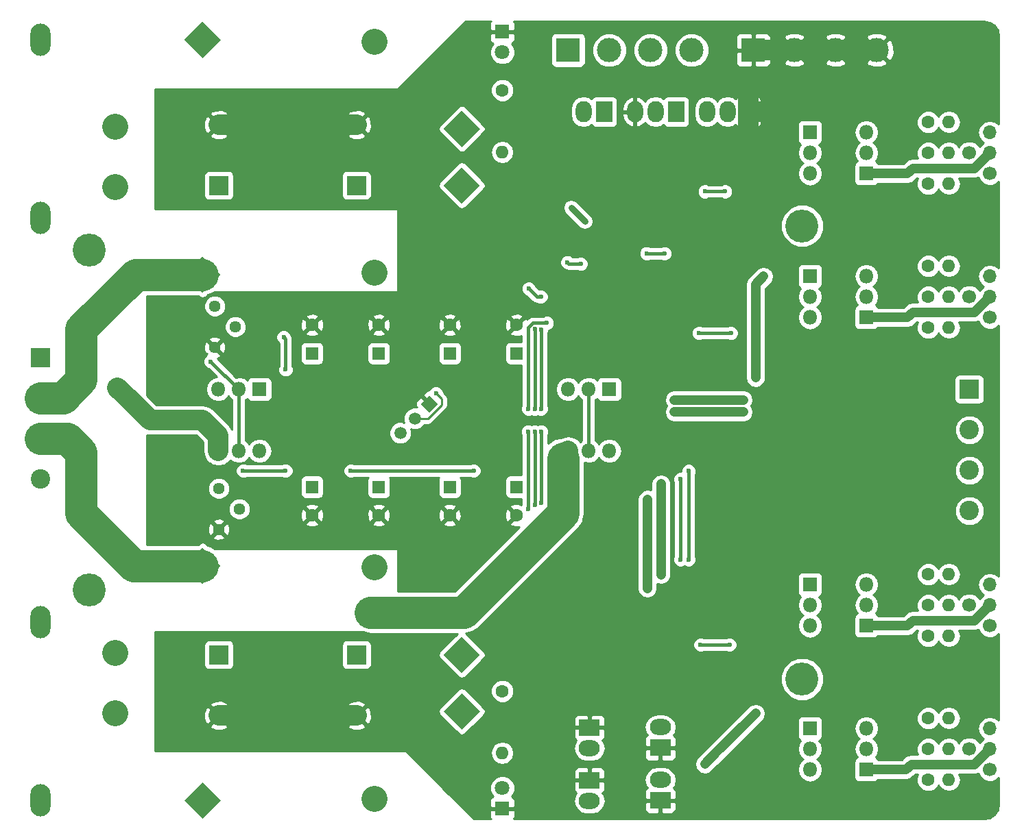
<source format=gbr>
G04 #@! TF.FileFunction,Copper,L2,Bot,Signal*
%FSLAX46Y46*%
G04 Gerber Fmt 4.6, Leading zero omitted, Abs format (unit mm)*
G04 Created by KiCad (PCBNEW 4.0.7) date 02/27/18 01:19:25*
%MOMM*%
%LPD*%
G01*
G04 APERTURE LIST*
%ADD10C,0.100000*%
%ADD11C,3.200000*%
%ADD12C,3.000000*%
%ADD13R,3.000000X3.000000*%
%ADD14R,1.800000X1.800000*%
%ADD15O,1.800000X1.800000*%
%ADD16R,2.400000X2.400000*%
%ADD17C,2.400000*%
%ADD18R,2.000000X2.600000*%
%ADD19O,2.000000X2.600000*%
%ADD20C,1.520000*%
%ADD21C,1.600000*%
%ADD22O,1.600000X1.600000*%
%ADD23C,1.700000*%
%ADD24O,1.700000X1.700000*%
%ADD25R,2.600000X2.000000*%
%ADD26O,2.600000X2.000000*%
%ADD27R,1.600000X1.600000*%
%ADD28C,1.440000*%
%ADD29C,1.800000*%
%ADD30O,2.500000X4.000000*%
%ADD31C,4.064000*%
%ADD32C,0.600000*%
%ADD33C,1.000000*%
%ADD34C,0.800000*%
%ADD35C,2.500000*%
%ADD36C,0.400000*%
%ADD37C,4.000000*%
%ADD38C,1.200000*%
%ADD39C,0.250000*%
%ADD40C,0.254000*%
G04 APERTURE END LIST*
D10*
G36*
X98000000Y-128737258D02*
X100262742Y-131000000D01*
X98000000Y-133262742D01*
X95737258Y-131000000D01*
X98000000Y-128737258D01*
X98000000Y-128737258D01*
G37*
D11*
X87223693Y-141776307D02*
X87223693Y-141776307D01*
D12*
X116200000Y-49280000D03*
X121280000Y-49280000D03*
D13*
X111120000Y-49280000D03*
D12*
X126360000Y-49280000D03*
D14*
X147950000Y-138180000D03*
D15*
X147950000Y-135640000D03*
X147950000Y-133100000D03*
D14*
X147950000Y-82300000D03*
D15*
X147950000Y-79760000D03*
X147950000Y-77220000D03*
D16*
X160650000Y-91190000D03*
D17*
X160650000Y-96190000D03*
X160650000Y-101190000D03*
X160650000Y-106190000D03*
D14*
X147950000Y-120400000D03*
D15*
X147950000Y-117860000D03*
X147950000Y-115320000D03*
D14*
X67940000Y-98810000D03*
D15*
X70480000Y-98810000D03*
X73020000Y-98810000D03*
D14*
X73020000Y-91190000D03*
D15*
X70480000Y-91190000D03*
X67940000Y-91190000D03*
D14*
X111120000Y-98810000D03*
D15*
X113660000Y-98810000D03*
X116200000Y-98810000D03*
D14*
X116200000Y-91190000D03*
D15*
X113660000Y-91190000D03*
X111120000Y-91190000D03*
D18*
X115565000Y-56900000D03*
D19*
X113025000Y-56900000D03*
D20*
X92203949Y-94796051D03*
X90407898Y-96592102D03*
D10*
G36*
X92925198Y-93000000D02*
X94000000Y-91925198D01*
X95074802Y-93000000D01*
X94000000Y-94074802D01*
X92925198Y-93000000D01*
X92925198Y-93000000D01*
G37*
D21*
X155570000Y-135640000D03*
D22*
X158110000Y-135640000D03*
D21*
X155570000Y-139450000D03*
D22*
X158110000Y-139450000D03*
D21*
X155570000Y-131830000D03*
D22*
X158110000Y-131830000D03*
D21*
X155570000Y-117860000D03*
D22*
X158110000Y-117860000D03*
D21*
X155570000Y-121670000D03*
D22*
X158110000Y-121670000D03*
D21*
X155570000Y-114050000D03*
D22*
X158110000Y-114050000D03*
D21*
X155570000Y-79760000D03*
D22*
X158110000Y-79760000D03*
D21*
X155570000Y-83570000D03*
D22*
X158110000Y-83570000D03*
D21*
X155570000Y-75950000D03*
D22*
X158110000Y-75950000D03*
D21*
X155570000Y-61980000D03*
D22*
X158110000Y-61980000D03*
D21*
X155570000Y-65790000D03*
D22*
X158110000Y-65790000D03*
D21*
X155570000Y-58170000D03*
D22*
X158110000Y-58170000D03*
D14*
X140965000Y-133100000D03*
D15*
X140965000Y-135640000D03*
X140965000Y-138180000D03*
D14*
X140965000Y-115320000D03*
D15*
X140965000Y-117860000D03*
X140965000Y-120400000D03*
D14*
X140965000Y-77220000D03*
D15*
X140965000Y-79760000D03*
X140965000Y-82300000D03*
D14*
X140965000Y-59440000D03*
D15*
X140965000Y-61980000D03*
X140965000Y-64520000D03*
D23*
X160650000Y-135640000D03*
X163190000Y-138180000D03*
D24*
X163190000Y-135640000D03*
X163190000Y-133100000D03*
D18*
X124455000Y-56900000D03*
D19*
X121915000Y-56900000D03*
X119375000Y-56900000D03*
D25*
X122500000Y-142000000D03*
D26*
X122500000Y-139460000D03*
D23*
X160650000Y-117860000D03*
X163190000Y-120400000D03*
D24*
X163190000Y-117860000D03*
X163190000Y-115320000D03*
D25*
X113750000Y-139500000D03*
D26*
X113750000Y-142040000D03*
D23*
X160650000Y-79760000D03*
X163190000Y-82300000D03*
D24*
X163190000Y-79760000D03*
X163190000Y-77220000D03*
D25*
X122500000Y-135500000D03*
D26*
X122500000Y-132960000D03*
D23*
X160650000Y-61980000D03*
X163190000Y-64520000D03*
D24*
X163190000Y-61980000D03*
X163190000Y-59440000D03*
D16*
X46000000Y-87250000D03*
D17*
X46000000Y-92250000D03*
X46000000Y-97250000D03*
X46000000Y-102250000D03*
D25*
X113750000Y-133000000D03*
D26*
X113750000Y-135540000D03*
D10*
G36*
X68262742Y-77000000D02*
X66000000Y-79262742D01*
X63737258Y-77000000D01*
X66000000Y-74737258D01*
X68262742Y-77000000D01*
X68262742Y-77000000D01*
G37*
D11*
X55223693Y-66223693D02*
X55223693Y-66223693D01*
D27*
X96500000Y-103250000D03*
D21*
X96500000Y-106750000D03*
D27*
X87750000Y-103250000D03*
D21*
X87750000Y-106750000D03*
D27*
X104750000Y-86750000D03*
D21*
X104750000Y-83250000D03*
D27*
X87750000Y-86750000D03*
D21*
X87750000Y-83250000D03*
D28*
X68000000Y-103420000D03*
X70540000Y-105960000D03*
X68000000Y-108500000D03*
X67500000Y-80920000D03*
X70040000Y-83460000D03*
X67500000Y-86000000D03*
D27*
X104750000Y-103250000D03*
D21*
X104750000Y-106750000D03*
D27*
X79500000Y-103250000D03*
D21*
X79500000Y-106750000D03*
D27*
X96500000Y-86750000D03*
D21*
X96500000Y-83250000D03*
D27*
X79500000Y-86750000D03*
D21*
X79500000Y-83250000D03*
X103000000Y-54250000D03*
D22*
X103000000Y-61870000D03*
D21*
X103000000Y-128500000D03*
D22*
X103000000Y-136120000D03*
D14*
X103000000Y-143000000D03*
D29*
X103000000Y-140460000D03*
D30*
X46000000Y-142000000D03*
X46000000Y-120000000D03*
D10*
G36*
X66000000Y-110737258D02*
X68262742Y-113000000D01*
X66000000Y-115262742D01*
X63737258Y-113000000D01*
X66000000Y-110737258D01*
X66000000Y-110737258D01*
G37*
D11*
X55223693Y-123776307D02*
X55223693Y-123776307D01*
D10*
G36*
X68262742Y-142000000D02*
X66000000Y-144262742D01*
X63737258Y-142000000D01*
X66000000Y-139737258D01*
X68262742Y-142000000D01*
X68262742Y-142000000D01*
G37*
D11*
X55223693Y-131223693D02*
X55223693Y-131223693D01*
D10*
G36*
X100262742Y-124000000D02*
X98000000Y-126262742D01*
X95737258Y-124000000D01*
X98000000Y-121737258D01*
X100262742Y-124000000D01*
X100262742Y-124000000D01*
G37*
D11*
X87223693Y-113223693D02*
X87223693Y-113223693D01*
D16*
X85000000Y-124000000D03*
D17*
X85000000Y-131500000D03*
D16*
X68000000Y-124000000D03*
D17*
X68000000Y-131500000D03*
D30*
X46000000Y-48000000D03*
X46000000Y-70000000D03*
D10*
G36*
X66000000Y-45737258D02*
X68262742Y-48000000D01*
X66000000Y-50262742D01*
X63737258Y-48000000D01*
X66000000Y-45737258D01*
X66000000Y-45737258D01*
G37*
D11*
X55223693Y-58776307D02*
X55223693Y-58776307D01*
D10*
G36*
X100262742Y-59000000D02*
X98000000Y-61262742D01*
X95737258Y-59000000D01*
X98000000Y-56737258D01*
X100262742Y-59000000D01*
X100262742Y-59000000D01*
G37*
D11*
X87223693Y-48223693D02*
X87223693Y-48223693D01*
D16*
X85000000Y-66000000D03*
D17*
X85000000Y-58500000D03*
D16*
X68000000Y-66000000D03*
D17*
X68000000Y-58500000D03*
D10*
G36*
X98000000Y-63737258D02*
X100262742Y-66000000D01*
X98000000Y-68262742D01*
X95737258Y-66000000D01*
X98000000Y-63737258D01*
X98000000Y-63737258D01*
G37*
D11*
X87223693Y-76776307D02*
X87223693Y-76776307D01*
D14*
X103000000Y-47000000D03*
D29*
X103000000Y-49540000D03*
D14*
X147950000Y-64520000D03*
D15*
X147950000Y-61980000D03*
X147950000Y-59440000D03*
D12*
X139060000Y-49280000D03*
X144140000Y-49280000D03*
D13*
X133980000Y-49280000D03*
D12*
X149220000Y-49280000D03*
D31*
X140000000Y-127000000D03*
X52000000Y-116000000D03*
X52000000Y-74000000D03*
X140000000Y-71000000D03*
D18*
X133345000Y-56900000D03*
D19*
X130805000Y-56900000D03*
X128265000Y-56900000D03*
D32*
X107470782Y-76834853D03*
X132900000Y-68750000D03*
X63750000Y-92250000D03*
X63750000Y-97750000D03*
X77250000Y-97750000D03*
X77250000Y-92250000D03*
X152250000Y-78000000D03*
X143500000Y-78750000D03*
X114550000Y-84580000D03*
X114550000Y-79500000D03*
X114550000Y-76960000D03*
X104750000Y-89000000D03*
X120250000Y-92250000D03*
X120250000Y-97750000D03*
X109000000Y-96250000D03*
X108116117Y-116133883D03*
X130900000Y-141250000D03*
X141350000Y-141500000D03*
X143500000Y-134750000D03*
X152250000Y-134000000D03*
X152250000Y-116000000D03*
X143500000Y-116750000D03*
X132900000Y-124750000D03*
X138500000Y-87850000D03*
X132250000Y-86250000D03*
X152250000Y-60250000D03*
X143500000Y-61000000D03*
X111500000Y-68750000D03*
X113190687Y-70440687D03*
X108500000Y-83000000D03*
X106200000Y-96400000D03*
X106200000Y-93600000D03*
X106200000Y-106000000D03*
X123050000Y-74400000D03*
X120800000Y-74400000D03*
X107750000Y-79750000D03*
X106250000Y-78750000D03*
X107800000Y-83800000D03*
X107800000Y-105200000D03*
X107800000Y-96400000D03*
X107800000Y-93600000D03*
X107000000Y-83750000D03*
X111000000Y-75500000D03*
X112700000Y-75700000D03*
X107000000Y-105500000D03*
X107000000Y-96400000D03*
X107000000Y-93600000D03*
D33*
X58250000Y-93750000D03*
X55500000Y-91000000D03*
X56950000Y-92450000D03*
D32*
X93500000Y-120000000D03*
X93500000Y-117500000D03*
X86750000Y-120000000D03*
X86750000Y-117500000D03*
D33*
X86750000Y-118750000D03*
X89000000Y-118750000D03*
X91250000Y-118750000D03*
X93500000Y-118750000D03*
D32*
X67000000Y-87750000D03*
X76000000Y-84750000D03*
X76250000Y-88750000D03*
D33*
X120900000Y-114400000D03*
X120900000Y-115800000D03*
X135250000Y-77250000D03*
X134250000Y-78250000D03*
X120900000Y-104800000D03*
X120900000Y-106200000D03*
X124250000Y-92500000D03*
X132750000Y-92500000D03*
X134250000Y-89750000D03*
X134250000Y-88500000D03*
X131300002Y-92500000D03*
X125750000Y-92500000D03*
X122600000Y-102900000D03*
X122600000Y-114100000D03*
X122600000Y-112700000D03*
X122600000Y-104400000D03*
X124250000Y-94000000D03*
X132750000Y-94000000D03*
X131300002Y-94000000D03*
X125750000Y-94000000D03*
X129250000Y-136250000D03*
X128000000Y-137500000D03*
X134250000Y-131250000D03*
X133000000Y-132500000D03*
D32*
X94800000Y-91700000D03*
X128000000Y-66750000D03*
X130500000Y-66750000D03*
X127250000Y-84250000D03*
X131250000Y-84250000D03*
X126000000Y-101250000D03*
X126000000Y-112250000D03*
X127450000Y-122750000D03*
X131050000Y-122750000D03*
X125000000Y-102300000D03*
X125000000Y-112250000D03*
X84250000Y-101250000D03*
X76250000Y-101250000D03*
X99500000Y-101250000D03*
X71000000Y-101250000D03*
D34*
X107470782Y-76834853D02*
X107500000Y-76805635D01*
X107500000Y-76805635D02*
X107500000Y-76800000D01*
D35*
X133345000Y-56900000D02*
X136520000Y-56900000D01*
X133345000Y-56900000D02*
X133345000Y-60075000D01*
X133345000Y-56900000D02*
X133345000Y-53725000D01*
D36*
X132900000Y-68750000D02*
X133000000Y-68750000D01*
X63750000Y-92250000D02*
X63750000Y-92000000D01*
X77250000Y-97750000D02*
X77000000Y-97750000D01*
D35*
X68000000Y-58500000D02*
X85000000Y-58500000D01*
X85000000Y-131500000D02*
X68000000Y-131500000D01*
D36*
X114550000Y-84580000D02*
X114500000Y-84630000D01*
X114500000Y-84630000D02*
X114500000Y-84750000D01*
X114550000Y-79500000D02*
X114500000Y-79500000D01*
X114550000Y-76960000D02*
X114510000Y-77000000D01*
X114510000Y-77000000D02*
X114500000Y-77000000D01*
X120250000Y-97750000D02*
X120250000Y-98000000D01*
X108116117Y-116133883D02*
X108000000Y-116017766D01*
X108000000Y-116017766D02*
X108000000Y-116000000D01*
X152050000Y-134000000D02*
X152000000Y-134000000D01*
X132900000Y-124750000D02*
X133000000Y-124750000D01*
X138500000Y-87850000D02*
X138500000Y-87750000D01*
D35*
X133980000Y-49280000D02*
X139060000Y-49280000D01*
X139060000Y-49280000D02*
X144140000Y-49280000D01*
X144140000Y-49280000D02*
X149220000Y-49280000D01*
D34*
X113190687Y-70440687D02*
X111500000Y-68750000D01*
D36*
X106750000Y-83000000D02*
X108500000Y-83000000D01*
X106200000Y-83550000D02*
X106750000Y-83000000D01*
X106200000Y-84500000D02*
X106200000Y-83750000D01*
X106200000Y-105200000D02*
X106200000Y-106000000D01*
X106200000Y-96400000D02*
X106200000Y-105200000D01*
X106200000Y-84500000D02*
X106200000Y-93600000D01*
X106200000Y-83750000D02*
X106200000Y-83550000D01*
X120800000Y-74400000D02*
X123050000Y-74400000D01*
X120800000Y-74400000D02*
X120800000Y-74420000D01*
X120800000Y-74420000D02*
X120800000Y-74400000D01*
X120800000Y-74400000D02*
X120800000Y-74420000D01*
X107250000Y-79750000D02*
X106250000Y-78750000D01*
X107750000Y-79750000D02*
X107250000Y-79750000D01*
X107800000Y-105200000D02*
X107800000Y-96400000D01*
X107800000Y-93600000D02*
X107800000Y-83800000D01*
X112700000Y-75700000D02*
X111200000Y-75700000D01*
X111200000Y-75700000D02*
X111000000Y-75500000D01*
X107000000Y-93600000D02*
X107000000Y-83750000D01*
X107000000Y-105500000D02*
X107000000Y-96400000D01*
D35*
X56950000Y-92450000D02*
X58250000Y-93750000D01*
X55500000Y-91000000D02*
X56950000Y-92450000D01*
X58250000Y-93750000D02*
X59500000Y-95000000D01*
X67940000Y-96940000D02*
X67940000Y-98810000D01*
X66000000Y-95000000D02*
X67940000Y-96940000D01*
X59500000Y-95000000D02*
X66000000Y-95000000D01*
D36*
X93500000Y-118750000D02*
X93500000Y-120000000D01*
X93500000Y-117500000D02*
X93500000Y-118750000D01*
X93500000Y-118750000D02*
X93500000Y-117500000D01*
X93500000Y-117500000D02*
X93500000Y-118750000D01*
X86750000Y-118750000D02*
X86750000Y-120000000D01*
X86750000Y-117500000D02*
X86750000Y-118750000D01*
X86750000Y-118750000D02*
X86750000Y-117500000D01*
X86750000Y-117500000D02*
X86750000Y-118750000D01*
D35*
X111120000Y-99130000D02*
X110500000Y-99750000D01*
D37*
X110500000Y-106500000D02*
X110500000Y-99750000D01*
X98250000Y-118750000D02*
X110500000Y-106500000D01*
X93500000Y-118750000D02*
X93500000Y-118750000D01*
X93500000Y-118750000D02*
X98250000Y-118750000D01*
D35*
X111120000Y-98810000D02*
X111120000Y-99130000D01*
D37*
X89000000Y-118750000D02*
X86750000Y-118750000D01*
X86750000Y-118750000D02*
X86750000Y-118750000D01*
X91250000Y-118750000D02*
X89000000Y-118750000D01*
X93500000Y-118750000D02*
X91250000Y-118750000D01*
X51000000Y-84250000D02*
X51000000Y-83750000D01*
X51000000Y-83750000D02*
X57750000Y-77000000D01*
X46000000Y-92250000D02*
X48750000Y-92250000D01*
X57750000Y-77000000D02*
X66000000Y-77000000D01*
X51000000Y-90000000D02*
X51000000Y-84250000D01*
X48750000Y-92250000D02*
X51000000Y-90000000D01*
D36*
X70480000Y-91190000D02*
X70440000Y-91190000D01*
X70440000Y-91190000D02*
X67000000Y-87750000D01*
X70480000Y-91190000D02*
X70440000Y-91190000D01*
X70480000Y-91190000D02*
X70480000Y-98810000D01*
X76000000Y-84750000D02*
X76250000Y-85000000D01*
X76250000Y-85000000D02*
X76250000Y-88750000D01*
D37*
X51000000Y-106250000D02*
X51000000Y-106500000D01*
X51000000Y-106500000D02*
X57500000Y-113000000D01*
X46000000Y-97250000D02*
X49250000Y-97250000D01*
X57500000Y-113000000D02*
X66000000Y-113000000D01*
X51000000Y-99000000D02*
X51000000Y-106250000D01*
X49250000Y-97250000D02*
X51000000Y-99000000D01*
D38*
X120900000Y-115800000D02*
X120900000Y-114400000D01*
X120900000Y-106200000D02*
X120900000Y-114400000D01*
X134250000Y-78250000D02*
X135250000Y-77250000D01*
X134250000Y-79750000D02*
X134250000Y-78250000D01*
X120900000Y-106200000D02*
X120900000Y-104800000D01*
X125750000Y-92500000D02*
X124250000Y-92500000D01*
X132750000Y-92500000D02*
X131300002Y-92500000D01*
X131300002Y-92500000D02*
X125750000Y-92500000D01*
X134250000Y-79750000D02*
X134250000Y-88500000D01*
X134250000Y-88500000D02*
X134250000Y-89750000D01*
X147950000Y-64520000D02*
X153030000Y-64520000D01*
X153030000Y-64520000D02*
X153665000Y-63885000D01*
X153665000Y-63885000D02*
X161285000Y-63885000D01*
X161285000Y-63885000D02*
X163190000Y-61980000D01*
X147950000Y-82300000D02*
X153030000Y-82300000D01*
X153030000Y-82300000D02*
X153665000Y-81665000D01*
X122600000Y-104400000D02*
X122600000Y-102900000D01*
X122600000Y-112700000D02*
X122600000Y-114100000D01*
X122600000Y-112700000D02*
X122600000Y-104400000D01*
X124250000Y-94000000D02*
X125750000Y-94000000D01*
X131300002Y-94000000D02*
X132750000Y-94000000D01*
X131300002Y-94000000D02*
X125750000Y-94000000D01*
X153665000Y-81665000D02*
X161285000Y-81665000D01*
X161285000Y-81665000D02*
X163190000Y-79760000D01*
X129250000Y-136250000D02*
X129500000Y-136000000D01*
X128000000Y-137500000D02*
X129500000Y-136000000D01*
X133000000Y-132500000D02*
X134250000Y-131250000D01*
X129500000Y-136000000D02*
X133000000Y-132500000D01*
X163190000Y-117860000D02*
X161285000Y-119765000D01*
X161285000Y-119765000D02*
X153665000Y-119765000D01*
X153665000Y-119765000D02*
X153030000Y-120400000D01*
X153030000Y-120400000D02*
X147950000Y-120400000D01*
D34*
X147950000Y-120400000D02*
X153030000Y-120400000D01*
X153030000Y-120400000D02*
X153665000Y-119765000D01*
X153665000Y-119765000D02*
X161285000Y-119765000D01*
X161285000Y-119765000D02*
X163190000Y-117860000D01*
D38*
X149982000Y-138180000D02*
X152839500Y-138180000D01*
X152839500Y-138180000D02*
X153474500Y-137545000D01*
X154236500Y-137545000D02*
X153474500Y-137545000D01*
X161285000Y-137545000D02*
X154236500Y-137545000D01*
X163190000Y-135640000D02*
X161285000Y-137545000D01*
X149982000Y-138180000D02*
X147950000Y-138180000D01*
D34*
X161285000Y-137545000D02*
X163190000Y-135640000D01*
D39*
X92203949Y-94796051D02*
X93803949Y-94796051D01*
X95500000Y-92400000D02*
X94800000Y-91700000D01*
X95500000Y-93100000D02*
X95500000Y-92400000D01*
X93803949Y-94796051D02*
X95500000Y-93100000D01*
D36*
X130500000Y-66750000D02*
X128000000Y-66750000D01*
X131250000Y-84250000D02*
X127250000Y-84250000D01*
X131050000Y-122750000D02*
X127450000Y-122750000D01*
X126000000Y-112250000D02*
X126000000Y-101250000D01*
X125000000Y-102300000D02*
X125000000Y-102250000D01*
X125000000Y-112250000D02*
X125000000Y-102250000D01*
X99500000Y-101250000D02*
X84250000Y-101250000D01*
X76250000Y-101250000D02*
X71000000Y-101250000D01*
X113660000Y-91190000D02*
X113660000Y-98810000D01*
D40*
G36*
X101561673Y-45740302D02*
X101465000Y-45973691D01*
X101465000Y-46714250D01*
X101623750Y-46873000D01*
X102873000Y-46873000D01*
X102873000Y-46853000D01*
X103127000Y-46853000D01*
X103127000Y-46873000D01*
X104376250Y-46873000D01*
X104535000Y-46714250D01*
X104535000Y-45973691D01*
X104438327Y-45740302D01*
X104408025Y-45710000D01*
X162430069Y-45710000D01*
X163179682Y-45859107D01*
X163755885Y-46244114D01*
X164140893Y-46820319D01*
X164290000Y-47569931D01*
X164290000Y-58421155D01*
X164269147Y-58389946D01*
X163787378Y-58068039D01*
X163219093Y-57955000D01*
X163160907Y-57955000D01*
X162592622Y-58068039D01*
X162110853Y-58389946D01*
X161788946Y-58871715D01*
X161675907Y-59440000D01*
X161788946Y-60008285D01*
X162110853Y-60490054D01*
X162440026Y-60710000D01*
X162110853Y-60929946D01*
X161932926Y-61196233D01*
X161909656Y-61139914D01*
X161492283Y-60721812D01*
X160946681Y-60495258D01*
X160355911Y-60494743D01*
X159809914Y-60720344D01*
X159391812Y-61137717D01*
X159344365Y-61251982D01*
X159152811Y-60965302D01*
X158687264Y-60654233D01*
X158138113Y-60545000D01*
X158081887Y-60545000D01*
X157532736Y-60654233D01*
X157067189Y-60965302D01*
X156842408Y-61301710D01*
X156787243Y-61168200D01*
X156383923Y-60764176D01*
X155856691Y-60545250D01*
X155285813Y-60544752D01*
X154758200Y-60762757D01*
X154354176Y-61166077D01*
X154135250Y-61693309D01*
X154134752Y-62264187D01*
X154294167Y-62650000D01*
X153665000Y-62650000D01*
X153192386Y-62744009D01*
X152791723Y-63011723D01*
X152518446Y-63285000D01*
X149389018Y-63285000D01*
X149314090Y-63168559D01*
X149101890Y-63023569D01*
X149085656Y-63020281D01*
X149368155Y-62597491D01*
X149485000Y-62010072D01*
X149485000Y-61949928D01*
X149368155Y-61362509D01*
X149035409Y-60864519D01*
X148804155Y-60710000D01*
X149035409Y-60555481D01*
X149368155Y-60057491D01*
X149485000Y-59470072D01*
X149485000Y-59409928D01*
X149368155Y-58822509D01*
X149122051Y-58454187D01*
X154134752Y-58454187D01*
X154352757Y-58981800D01*
X154756077Y-59385824D01*
X155283309Y-59604750D01*
X155854187Y-59605248D01*
X156381800Y-59387243D01*
X156785824Y-58983923D01*
X156842245Y-58848046D01*
X157067189Y-59184698D01*
X157532736Y-59495767D01*
X158081887Y-59605000D01*
X158138113Y-59605000D01*
X158687264Y-59495767D01*
X159152811Y-59184698D01*
X159463880Y-58719151D01*
X159573113Y-58170000D01*
X159463880Y-57620849D01*
X159152811Y-57155302D01*
X158687264Y-56844233D01*
X158138113Y-56735000D01*
X158081887Y-56735000D01*
X157532736Y-56844233D01*
X157067189Y-57155302D01*
X156842408Y-57491710D01*
X156787243Y-57358200D01*
X156383923Y-56954176D01*
X155856691Y-56735250D01*
X155285813Y-56734752D01*
X154758200Y-56952757D01*
X154354176Y-57356077D01*
X154135250Y-57883309D01*
X154134752Y-58454187D01*
X149122051Y-58454187D01*
X149035409Y-58324519D01*
X148537419Y-57991773D01*
X147950000Y-57874928D01*
X147362581Y-57991773D01*
X146864591Y-58324519D01*
X146531845Y-58822509D01*
X146415000Y-59409928D01*
X146415000Y-59470072D01*
X146531845Y-60057491D01*
X146864591Y-60555481D01*
X147095845Y-60710000D01*
X146864591Y-60864519D01*
X146531845Y-61362509D01*
X146415000Y-61949928D01*
X146415000Y-62010072D01*
X146531845Y-62597491D01*
X146812837Y-63018026D01*
X146598559Y-63155910D01*
X146453569Y-63368110D01*
X146402560Y-63620000D01*
X146402560Y-65420000D01*
X146446838Y-65655317D01*
X146585910Y-65871441D01*
X146798110Y-66016431D01*
X147050000Y-66067440D01*
X148850000Y-66067440D01*
X149085317Y-66023162D01*
X149301441Y-65884090D01*
X149389644Y-65755000D01*
X153030000Y-65755000D01*
X153502614Y-65660991D01*
X153903277Y-65393277D01*
X154176554Y-65120000D01*
X154294414Y-65120000D01*
X154135250Y-65503309D01*
X154134752Y-66074187D01*
X154352757Y-66601800D01*
X154756077Y-67005824D01*
X155283309Y-67224750D01*
X155854187Y-67225248D01*
X156381800Y-67007243D01*
X156785824Y-66603923D01*
X156842245Y-66468046D01*
X157067189Y-66804698D01*
X157532736Y-67115767D01*
X158081887Y-67225000D01*
X158138113Y-67225000D01*
X158687264Y-67115767D01*
X159152811Y-66804698D01*
X159463880Y-66339151D01*
X159573113Y-65790000D01*
X159463880Y-65240849D01*
X159383131Y-65120000D01*
X161285000Y-65120000D01*
X161757614Y-65025991D01*
X161784795Y-65007829D01*
X161930344Y-65360086D01*
X162347717Y-65778188D01*
X162893319Y-66004742D01*
X163484089Y-66005257D01*
X164030086Y-65779656D01*
X164290000Y-65520195D01*
X164290000Y-76201155D01*
X164269147Y-76169946D01*
X163787378Y-75848039D01*
X163219093Y-75735000D01*
X163160907Y-75735000D01*
X162592622Y-75848039D01*
X162110853Y-76169946D01*
X161788946Y-76651715D01*
X161675907Y-77220000D01*
X161788946Y-77788285D01*
X162110853Y-78270054D01*
X162440026Y-78490000D01*
X162110853Y-78709946D01*
X161932926Y-78976233D01*
X161909656Y-78919914D01*
X161492283Y-78501812D01*
X160946681Y-78275258D01*
X160355911Y-78274743D01*
X159809914Y-78500344D01*
X159391812Y-78917717D01*
X159344365Y-79031982D01*
X159152811Y-78745302D01*
X158687264Y-78434233D01*
X158138113Y-78325000D01*
X158081887Y-78325000D01*
X157532736Y-78434233D01*
X157067189Y-78745302D01*
X156842408Y-79081710D01*
X156787243Y-78948200D01*
X156383923Y-78544176D01*
X155856691Y-78325250D01*
X155285813Y-78324752D01*
X154758200Y-78542757D01*
X154354176Y-78946077D01*
X154135250Y-79473309D01*
X154134752Y-80044187D01*
X154294167Y-80430000D01*
X153665000Y-80430000D01*
X153192386Y-80524009D01*
X152791723Y-80791723D01*
X152518446Y-81065000D01*
X149389018Y-81065000D01*
X149314090Y-80948559D01*
X149101890Y-80803569D01*
X149085656Y-80800281D01*
X149368155Y-80377491D01*
X149485000Y-79790072D01*
X149485000Y-79729928D01*
X149368155Y-79142509D01*
X149035409Y-78644519D01*
X148804155Y-78490000D01*
X149035409Y-78335481D01*
X149368155Y-77837491D01*
X149485000Y-77250072D01*
X149485000Y-77189928D01*
X149368155Y-76602509D01*
X149122051Y-76234187D01*
X154134752Y-76234187D01*
X154352757Y-76761800D01*
X154756077Y-77165824D01*
X155283309Y-77384750D01*
X155854187Y-77385248D01*
X156381800Y-77167243D01*
X156785824Y-76763923D01*
X156842245Y-76628046D01*
X157067189Y-76964698D01*
X157532736Y-77275767D01*
X158081887Y-77385000D01*
X158138113Y-77385000D01*
X158687264Y-77275767D01*
X159152811Y-76964698D01*
X159463880Y-76499151D01*
X159573113Y-75950000D01*
X159463880Y-75400849D01*
X159152811Y-74935302D01*
X158687264Y-74624233D01*
X158138113Y-74515000D01*
X158081887Y-74515000D01*
X157532736Y-74624233D01*
X157067189Y-74935302D01*
X156842408Y-75271710D01*
X156787243Y-75138200D01*
X156383923Y-74734176D01*
X155856691Y-74515250D01*
X155285813Y-74514752D01*
X154758200Y-74732757D01*
X154354176Y-75136077D01*
X154135250Y-75663309D01*
X154134752Y-76234187D01*
X149122051Y-76234187D01*
X149035409Y-76104519D01*
X148537419Y-75771773D01*
X147950000Y-75654928D01*
X147362581Y-75771773D01*
X146864591Y-76104519D01*
X146531845Y-76602509D01*
X146415000Y-77189928D01*
X146415000Y-77250072D01*
X146531845Y-77837491D01*
X146864591Y-78335481D01*
X147095845Y-78490000D01*
X146864591Y-78644519D01*
X146531845Y-79142509D01*
X146415000Y-79729928D01*
X146415000Y-79790072D01*
X146531845Y-80377491D01*
X146812837Y-80798026D01*
X146598559Y-80935910D01*
X146453569Y-81148110D01*
X146402560Y-81400000D01*
X146402560Y-83200000D01*
X146446838Y-83435317D01*
X146585910Y-83651441D01*
X146798110Y-83796431D01*
X147050000Y-83847440D01*
X148850000Y-83847440D01*
X149085317Y-83803162D01*
X149301441Y-83664090D01*
X149389644Y-83535000D01*
X153030000Y-83535000D01*
X153502614Y-83440991D01*
X153903277Y-83173277D01*
X154176554Y-82900000D01*
X154294414Y-82900000D01*
X154135250Y-83283309D01*
X154134752Y-83854187D01*
X154352757Y-84381800D01*
X154756077Y-84785824D01*
X155283309Y-85004750D01*
X155854187Y-85005248D01*
X156381800Y-84787243D01*
X156785824Y-84383923D01*
X156842245Y-84248046D01*
X157067189Y-84584698D01*
X157532736Y-84895767D01*
X158081887Y-85005000D01*
X158138113Y-85005000D01*
X158687264Y-84895767D01*
X159152811Y-84584698D01*
X159463880Y-84119151D01*
X159573113Y-83570000D01*
X159463880Y-83020849D01*
X159383131Y-82900000D01*
X161285000Y-82900000D01*
X161757614Y-82805991D01*
X161784795Y-82787829D01*
X161930344Y-83140086D01*
X162347717Y-83558188D01*
X162893319Y-83784742D01*
X163484089Y-83785257D01*
X164030086Y-83559656D01*
X164290000Y-83300195D01*
X164290000Y-114301155D01*
X164269147Y-114269946D01*
X163787378Y-113948039D01*
X163219093Y-113835000D01*
X163160907Y-113835000D01*
X162592622Y-113948039D01*
X162110853Y-114269946D01*
X161788946Y-114751715D01*
X161675907Y-115320000D01*
X161788946Y-115888285D01*
X162110853Y-116370054D01*
X162440026Y-116590000D01*
X162110853Y-116809946D01*
X161932926Y-117076233D01*
X161909656Y-117019914D01*
X161492283Y-116601812D01*
X160946681Y-116375258D01*
X160355911Y-116374743D01*
X159809914Y-116600344D01*
X159391812Y-117017717D01*
X159344365Y-117131982D01*
X159152811Y-116845302D01*
X158687264Y-116534233D01*
X158138113Y-116425000D01*
X158081887Y-116425000D01*
X157532736Y-116534233D01*
X157067189Y-116845302D01*
X156842408Y-117181710D01*
X156787243Y-117048200D01*
X156383923Y-116644176D01*
X155856691Y-116425250D01*
X155285813Y-116424752D01*
X154758200Y-116642757D01*
X154354176Y-117046077D01*
X154135250Y-117573309D01*
X154134752Y-118144187D01*
X154294167Y-118530000D01*
X153665000Y-118530000D01*
X153192386Y-118624009D01*
X152791723Y-118891723D01*
X152518446Y-119165000D01*
X149389018Y-119165000D01*
X149314090Y-119048559D01*
X149101890Y-118903569D01*
X149085656Y-118900281D01*
X149368155Y-118477491D01*
X149485000Y-117890072D01*
X149485000Y-117829928D01*
X149368155Y-117242509D01*
X149035409Y-116744519D01*
X148804155Y-116590000D01*
X149035409Y-116435481D01*
X149368155Y-115937491D01*
X149485000Y-115350072D01*
X149485000Y-115289928D01*
X149368155Y-114702509D01*
X149122051Y-114334187D01*
X154134752Y-114334187D01*
X154352757Y-114861800D01*
X154756077Y-115265824D01*
X155283309Y-115484750D01*
X155854187Y-115485248D01*
X156381800Y-115267243D01*
X156785824Y-114863923D01*
X156842245Y-114728046D01*
X157067189Y-115064698D01*
X157532736Y-115375767D01*
X158081887Y-115485000D01*
X158138113Y-115485000D01*
X158687264Y-115375767D01*
X159152811Y-115064698D01*
X159463880Y-114599151D01*
X159573113Y-114050000D01*
X159463880Y-113500849D01*
X159152811Y-113035302D01*
X158687264Y-112724233D01*
X158138113Y-112615000D01*
X158081887Y-112615000D01*
X157532736Y-112724233D01*
X157067189Y-113035302D01*
X156842408Y-113371710D01*
X156787243Y-113238200D01*
X156383923Y-112834176D01*
X155856691Y-112615250D01*
X155285813Y-112614752D01*
X154758200Y-112832757D01*
X154354176Y-113236077D01*
X154135250Y-113763309D01*
X154134752Y-114334187D01*
X149122051Y-114334187D01*
X149035409Y-114204519D01*
X148537419Y-113871773D01*
X147950000Y-113754928D01*
X147362581Y-113871773D01*
X146864591Y-114204519D01*
X146531845Y-114702509D01*
X146415000Y-115289928D01*
X146415000Y-115350072D01*
X146531845Y-115937491D01*
X146864591Y-116435481D01*
X147095845Y-116590000D01*
X146864591Y-116744519D01*
X146531845Y-117242509D01*
X146415000Y-117829928D01*
X146415000Y-117890072D01*
X146531845Y-118477491D01*
X146812837Y-118898026D01*
X146598559Y-119035910D01*
X146453569Y-119248110D01*
X146402560Y-119500000D01*
X146402560Y-121300000D01*
X146446838Y-121535317D01*
X146585910Y-121751441D01*
X146798110Y-121896431D01*
X147050000Y-121947440D01*
X148850000Y-121947440D01*
X149085317Y-121903162D01*
X149301441Y-121764090D01*
X149389644Y-121635000D01*
X153030000Y-121635000D01*
X153502614Y-121540991D01*
X153903277Y-121273277D01*
X154176554Y-121000000D01*
X154294414Y-121000000D01*
X154135250Y-121383309D01*
X154134752Y-121954187D01*
X154352757Y-122481800D01*
X154756077Y-122885824D01*
X155283309Y-123104750D01*
X155854187Y-123105248D01*
X156381800Y-122887243D01*
X156785824Y-122483923D01*
X156842245Y-122348046D01*
X157067189Y-122684698D01*
X157532736Y-122995767D01*
X158081887Y-123105000D01*
X158138113Y-123105000D01*
X158687264Y-122995767D01*
X159152811Y-122684698D01*
X159463880Y-122219151D01*
X159573113Y-121670000D01*
X159463880Y-121120849D01*
X159383131Y-121000000D01*
X161285000Y-121000000D01*
X161757614Y-120905991D01*
X161784795Y-120887829D01*
X161930344Y-121240086D01*
X162347717Y-121658188D01*
X162893319Y-121884742D01*
X163484089Y-121885257D01*
X164030086Y-121659656D01*
X164290000Y-121400195D01*
X164290000Y-132081155D01*
X164269147Y-132049946D01*
X163787378Y-131728039D01*
X163219093Y-131615000D01*
X163160907Y-131615000D01*
X162592622Y-131728039D01*
X162110853Y-132049946D01*
X161788946Y-132531715D01*
X161675907Y-133100000D01*
X161788946Y-133668285D01*
X162110853Y-134150054D01*
X162440026Y-134370000D01*
X162110853Y-134589946D01*
X161932926Y-134856233D01*
X161909656Y-134799914D01*
X161492283Y-134381812D01*
X160946681Y-134155258D01*
X160355911Y-134154743D01*
X159809914Y-134380344D01*
X159391812Y-134797717D01*
X159344365Y-134911982D01*
X159152811Y-134625302D01*
X158687264Y-134314233D01*
X158138113Y-134205000D01*
X158081887Y-134205000D01*
X157532736Y-134314233D01*
X157067189Y-134625302D01*
X156842408Y-134961710D01*
X156787243Y-134828200D01*
X156383923Y-134424176D01*
X155856691Y-134205250D01*
X155285813Y-134204752D01*
X154758200Y-134422757D01*
X154354176Y-134826077D01*
X154135250Y-135353309D01*
X154134752Y-135924187D01*
X154294167Y-136310000D01*
X153474500Y-136310000D01*
X153001886Y-136404009D01*
X152601223Y-136671723D01*
X152327946Y-136945000D01*
X149389018Y-136945000D01*
X149314090Y-136828559D01*
X149101890Y-136683569D01*
X149085656Y-136680281D01*
X149368155Y-136257491D01*
X149485000Y-135670072D01*
X149485000Y-135609928D01*
X149368155Y-135022509D01*
X149035409Y-134524519D01*
X148804155Y-134370000D01*
X149035409Y-134215481D01*
X149368155Y-133717491D01*
X149485000Y-133130072D01*
X149485000Y-133069928D01*
X149368155Y-132482509D01*
X149122051Y-132114187D01*
X154134752Y-132114187D01*
X154352757Y-132641800D01*
X154756077Y-133045824D01*
X155283309Y-133264750D01*
X155854187Y-133265248D01*
X156381800Y-133047243D01*
X156785824Y-132643923D01*
X156842245Y-132508046D01*
X157067189Y-132844698D01*
X157532736Y-133155767D01*
X158081887Y-133265000D01*
X158138113Y-133265000D01*
X158687264Y-133155767D01*
X159152811Y-132844698D01*
X159463880Y-132379151D01*
X159573113Y-131830000D01*
X159463880Y-131280849D01*
X159152811Y-130815302D01*
X158687264Y-130504233D01*
X158138113Y-130395000D01*
X158081887Y-130395000D01*
X157532736Y-130504233D01*
X157067189Y-130815302D01*
X156842408Y-131151710D01*
X156787243Y-131018200D01*
X156383923Y-130614176D01*
X155856691Y-130395250D01*
X155285813Y-130394752D01*
X154758200Y-130612757D01*
X154354176Y-131016077D01*
X154135250Y-131543309D01*
X154134752Y-132114187D01*
X149122051Y-132114187D01*
X149035409Y-131984519D01*
X148537419Y-131651773D01*
X147950000Y-131534928D01*
X147362581Y-131651773D01*
X146864591Y-131984519D01*
X146531845Y-132482509D01*
X146415000Y-133069928D01*
X146415000Y-133130072D01*
X146531845Y-133717491D01*
X146864591Y-134215481D01*
X147095845Y-134370000D01*
X146864591Y-134524519D01*
X146531845Y-135022509D01*
X146415000Y-135609928D01*
X146415000Y-135670072D01*
X146531845Y-136257491D01*
X146812837Y-136678026D01*
X146598559Y-136815910D01*
X146453569Y-137028110D01*
X146402560Y-137280000D01*
X146402560Y-139080000D01*
X146446838Y-139315317D01*
X146585910Y-139531441D01*
X146798110Y-139676431D01*
X147050000Y-139727440D01*
X148850000Y-139727440D01*
X149085317Y-139683162D01*
X149301441Y-139544090D01*
X149389644Y-139415000D01*
X152839500Y-139415000D01*
X153312114Y-139320991D01*
X153712777Y-139053277D01*
X153986054Y-138780000D01*
X154294414Y-138780000D01*
X154135250Y-139163309D01*
X154134752Y-139734187D01*
X154352757Y-140261800D01*
X154756077Y-140665824D01*
X155283309Y-140884750D01*
X155854187Y-140885248D01*
X156381800Y-140667243D01*
X156785824Y-140263923D01*
X156842245Y-140128046D01*
X157067189Y-140464698D01*
X157532736Y-140775767D01*
X158081887Y-140885000D01*
X158138113Y-140885000D01*
X158687264Y-140775767D01*
X159152811Y-140464698D01*
X159463880Y-139999151D01*
X159573113Y-139450000D01*
X159463880Y-138900849D01*
X159383131Y-138780000D01*
X161285000Y-138780000D01*
X161757614Y-138685991D01*
X161784795Y-138667829D01*
X161930344Y-139020086D01*
X162347717Y-139438188D01*
X162893319Y-139664742D01*
X163484089Y-139665257D01*
X164030086Y-139439656D01*
X164290000Y-139180195D01*
X164290000Y-142430069D01*
X164140893Y-143179681D01*
X163755885Y-143755886D01*
X163179682Y-144140893D01*
X162430069Y-144290000D01*
X104408025Y-144290000D01*
X104438327Y-144259698D01*
X104535000Y-144026309D01*
X104535000Y-143285750D01*
X104376250Y-143127000D01*
X103127000Y-143127000D01*
X103127000Y-143147000D01*
X102873000Y-143147000D01*
X102873000Y-143127000D01*
X101623750Y-143127000D01*
X101465000Y-143285750D01*
X101465000Y-144026309D01*
X101561673Y-144259698D01*
X101591975Y-144290000D01*
X99469606Y-144290000D01*
X95943597Y-140763991D01*
X101464735Y-140763991D01*
X101697932Y-141328371D01*
X101875092Y-141505841D01*
X101740301Y-141561673D01*
X101561673Y-141740302D01*
X101465000Y-141973691D01*
X101465000Y-142714250D01*
X101623750Y-142873000D01*
X102873000Y-142873000D01*
X102873000Y-142853000D01*
X103127000Y-142853000D01*
X103127000Y-142873000D01*
X104376250Y-142873000D01*
X104535000Y-142714250D01*
X104535000Y-142040000D01*
X111777091Y-142040000D01*
X111901548Y-142665687D01*
X112255971Y-143196120D01*
X112786404Y-143550543D01*
X113412091Y-143675000D01*
X114087909Y-143675000D01*
X114713596Y-143550543D01*
X115244029Y-143196120D01*
X115598452Y-142665687D01*
X115674026Y-142285750D01*
X120565000Y-142285750D01*
X120565000Y-143126309D01*
X120661673Y-143359698D01*
X120840301Y-143538327D01*
X121073690Y-143635000D01*
X122214250Y-143635000D01*
X122373000Y-143476250D01*
X122373000Y-142127000D01*
X122627000Y-142127000D01*
X122627000Y-143476250D01*
X122785750Y-143635000D01*
X123926310Y-143635000D01*
X124159699Y-143538327D01*
X124338327Y-143359698D01*
X124435000Y-143126309D01*
X124435000Y-142285750D01*
X124276250Y-142127000D01*
X122627000Y-142127000D01*
X122373000Y-142127000D01*
X120723750Y-142127000D01*
X120565000Y-142285750D01*
X115674026Y-142285750D01*
X115722909Y-142040000D01*
X115598452Y-141414313D01*
X115360769Y-141058594D01*
X115409699Y-141038327D01*
X115588327Y-140859698D01*
X115685000Y-140626309D01*
X115685000Y-139785750D01*
X115526250Y-139627000D01*
X113877000Y-139627000D01*
X113877000Y-139647000D01*
X113623000Y-139647000D01*
X113623000Y-139627000D01*
X111973750Y-139627000D01*
X111815000Y-139785750D01*
X111815000Y-140626309D01*
X111911673Y-140859698D01*
X112090301Y-141038327D01*
X112139231Y-141058594D01*
X111901548Y-141414313D01*
X111777091Y-142040000D01*
X104535000Y-142040000D01*
X104535000Y-141973691D01*
X104438327Y-141740302D01*
X104259699Y-141561673D01*
X104125006Y-141505881D01*
X104300551Y-141330643D01*
X104534733Y-140766670D01*
X104535265Y-140156009D01*
X104302068Y-139591629D01*
X104170669Y-139460000D01*
X120527091Y-139460000D01*
X120651548Y-140085687D01*
X120889231Y-140441406D01*
X120840301Y-140461673D01*
X120661673Y-140640302D01*
X120565000Y-140873691D01*
X120565000Y-141714250D01*
X120723750Y-141873000D01*
X122373000Y-141873000D01*
X122373000Y-141853000D01*
X122627000Y-141853000D01*
X122627000Y-141873000D01*
X124276250Y-141873000D01*
X124435000Y-141714250D01*
X124435000Y-140873691D01*
X124338327Y-140640302D01*
X124159699Y-140461673D01*
X124110769Y-140441406D01*
X124348452Y-140085687D01*
X124472909Y-139460000D01*
X124348452Y-138834313D01*
X123994029Y-138303880D01*
X123463596Y-137949457D01*
X122837909Y-137825000D01*
X122162091Y-137825000D01*
X121536404Y-137949457D01*
X121005971Y-138303880D01*
X120651548Y-138834313D01*
X120527091Y-139460000D01*
X104170669Y-139460000D01*
X103870643Y-139159449D01*
X103306670Y-138925267D01*
X102696009Y-138924735D01*
X102131629Y-139157932D01*
X101699449Y-139589357D01*
X101465267Y-140153330D01*
X101464735Y-140763991D01*
X95943597Y-140763991D01*
X93553297Y-138373691D01*
X111815000Y-138373691D01*
X111815000Y-139214250D01*
X111973750Y-139373000D01*
X113623000Y-139373000D01*
X113623000Y-138023750D01*
X113877000Y-138023750D01*
X113877000Y-139373000D01*
X115526250Y-139373000D01*
X115685000Y-139214250D01*
X115685000Y-138373691D01*
X115588327Y-138140302D01*
X115409699Y-137961673D01*
X115176310Y-137865000D01*
X114035750Y-137865000D01*
X113877000Y-138023750D01*
X113623000Y-138023750D01*
X113464250Y-137865000D01*
X112323690Y-137865000D01*
X112090301Y-137961673D01*
X111911673Y-138140302D01*
X111815000Y-138373691D01*
X93553297Y-138373691D01*
X91271493Y-136091887D01*
X101565000Y-136091887D01*
X101565000Y-136148113D01*
X101674233Y-136697264D01*
X101985302Y-137162811D01*
X102450849Y-137473880D01*
X103000000Y-137583113D01*
X103417836Y-137500000D01*
X126765000Y-137500000D01*
X126859009Y-137972614D01*
X127126723Y-138373277D01*
X127527386Y-138640991D01*
X128000000Y-138735000D01*
X128472614Y-138640991D01*
X128873277Y-138373277D01*
X135046554Y-132200000D01*
X139417560Y-132200000D01*
X139417560Y-134000000D01*
X139461838Y-134235317D01*
X139600910Y-134451441D01*
X139813110Y-134596431D01*
X139829344Y-134599719D01*
X139546845Y-135022509D01*
X139430000Y-135609928D01*
X139430000Y-135670072D01*
X139546845Y-136257491D01*
X139879591Y-136755481D01*
X140110845Y-136910000D01*
X139879591Y-137064519D01*
X139546845Y-137562509D01*
X139430000Y-138149928D01*
X139430000Y-138210072D01*
X139546845Y-138797491D01*
X139879591Y-139295481D01*
X140377581Y-139628227D01*
X140965000Y-139745072D01*
X141552419Y-139628227D01*
X142050409Y-139295481D01*
X142383155Y-138797491D01*
X142500000Y-138210072D01*
X142500000Y-138149928D01*
X142383155Y-137562509D01*
X142050409Y-137064519D01*
X141819155Y-136910000D01*
X142050409Y-136755481D01*
X142383155Y-136257491D01*
X142500000Y-135670072D01*
X142500000Y-135609928D01*
X142383155Y-135022509D01*
X142102163Y-134601974D01*
X142316441Y-134464090D01*
X142461431Y-134251890D01*
X142512440Y-134000000D01*
X142512440Y-132200000D01*
X142468162Y-131964683D01*
X142329090Y-131748559D01*
X142116890Y-131603569D01*
X141865000Y-131552560D01*
X140065000Y-131552560D01*
X139829683Y-131596838D01*
X139613559Y-131735910D01*
X139468569Y-131948110D01*
X139417560Y-132200000D01*
X135046554Y-132200000D01*
X135123277Y-132123277D01*
X135390991Y-131722614D01*
X135485000Y-131250000D01*
X135390991Y-130777386D01*
X135123277Y-130376723D01*
X134722614Y-130109009D01*
X134250000Y-130015000D01*
X133777386Y-130109009D01*
X133376723Y-130376723D01*
X127126723Y-136626723D01*
X126859009Y-137027386D01*
X126765000Y-137500000D01*
X103417836Y-137500000D01*
X103549151Y-137473880D01*
X104014698Y-137162811D01*
X104325767Y-136697264D01*
X104435000Y-136148113D01*
X104435000Y-136091887D01*
X104325767Y-135542736D01*
X104323939Y-135540000D01*
X111777091Y-135540000D01*
X111901548Y-136165687D01*
X112255971Y-136696120D01*
X112786404Y-137050543D01*
X113412091Y-137175000D01*
X114087909Y-137175000D01*
X114713596Y-137050543D01*
X115244029Y-136696120D01*
X115598452Y-136165687D01*
X115674026Y-135785750D01*
X120565000Y-135785750D01*
X120565000Y-136626309D01*
X120661673Y-136859698D01*
X120840301Y-137038327D01*
X121073690Y-137135000D01*
X122214250Y-137135000D01*
X122373000Y-136976250D01*
X122373000Y-135627000D01*
X122627000Y-135627000D01*
X122627000Y-136976250D01*
X122785750Y-137135000D01*
X123926310Y-137135000D01*
X124159699Y-137038327D01*
X124338327Y-136859698D01*
X124435000Y-136626309D01*
X124435000Y-135785750D01*
X124276250Y-135627000D01*
X122627000Y-135627000D01*
X122373000Y-135627000D01*
X120723750Y-135627000D01*
X120565000Y-135785750D01*
X115674026Y-135785750D01*
X115722909Y-135540000D01*
X115598452Y-134914313D01*
X115360769Y-134558594D01*
X115409699Y-134538327D01*
X115588327Y-134359698D01*
X115685000Y-134126309D01*
X115685000Y-133285750D01*
X115526250Y-133127000D01*
X113877000Y-133127000D01*
X113877000Y-133147000D01*
X113623000Y-133147000D01*
X113623000Y-133127000D01*
X111973750Y-133127000D01*
X111815000Y-133285750D01*
X111815000Y-134126309D01*
X111911673Y-134359698D01*
X112090301Y-134538327D01*
X112139231Y-134558594D01*
X111901548Y-134914313D01*
X111777091Y-135540000D01*
X104323939Y-135540000D01*
X104014698Y-135077189D01*
X103549151Y-134766120D01*
X103000000Y-134656887D01*
X102450849Y-134766120D01*
X101985302Y-135077189D01*
X101674233Y-135542736D01*
X101565000Y-136091887D01*
X91271493Y-136091887D01*
X91089803Y-135910197D01*
X91047789Y-135882334D01*
X91000000Y-135873000D01*
X60127000Y-135873000D01*
X60127000Y-132797175D01*
X66882430Y-132797175D01*
X67005565Y-133084788D01*
X67687734Y-133344707D01*
X68417443Y-133323786D01*
X68994435Y-133084788D01*
X69117570Y-132797175D01*
X83882430Y-132797175D01*
X84005565Y-133084788D01*
X84687734Y-133344707D01*
X85417443Y-133323786D01*
X85994435Y-133084788D01*
X86117570Y-132797175D01*
X85000000Y-131679605D01*
X83882430Y-132797175D01*
X69117570Y-132797175D01*
X68000000Y-131679605D01*
X66882430Y-132797175D01*
X60127000Y-132797175D01*
X60127000Y-131187734D01*
X66155293Y-131187734D01*
X66176214Y-131917443D01*
X66415212Y-132494435D01*
X66702825Y-132617570D01*
X67820395Y-131500000D01*
X68179605Y-131500000D01*
X69297175Y-132617570D01*
X69584788Y-132494435D01*
X69844707Y-131812266D01*
X69826802Y-131187734D01*
X83155293Y-131187734D01*
X83176214Y-131917443D01*
X83415212Y-132494435D01*
X83702825Y-132617570D01*
X84820395Y-131500000D01*
X85179605Y-131500000D01*
X86297175Y-132617570D01*
X86584788Y-132494435D01*
X86844707Y-131812266D01*
X86823786Y-131082557D01*
X86785886Y-130991056D01*
X95089880Y-130991056D01*
X95137404Y-131243627D01*
X95279449Y-131457809D01*
X97542191Y-133720551D01*
X97739894Y-133855636D01*
X97991056Y-133910120D01*
X98243627Y-133862596D01*
X98457809Y-133720551D01*
X99218360Y-132960000D01*
X120527091Y-132960000D01*
X120651548Y-133585687D01*
X120889231Y-133941406D01*
X120840301Y-133961673D01*
X120661673Y-134140302D01*
X120565000Y-134373691D01*
X120565000Y-135214250D01*
X120723750Y-135373000D01*
X122373000Y-135373000D01*
X122373000Y-135353000D01*
X122627000Y-135353000D01*
X122627000Y-135373000D01*
X124276250Y-135373000D01*
X124435000Y-135214250D01*
X124435000Y-134373691D01*
X124338327Y-134140302D01*
X124159699Y-133961673D01*
X124110769Y-133941406D01*
X124348452Y-133585687D01*
X124472909Y-132960000D01*
X124348452Y-132334313D01*
X123994029Y-131803880D01*
X123463596Y-131449457D01*
X122837909Y-131325000D01*
X122162091Y-131325000D01*
X121536404Y-131449457D01*
X121005971Y-131803880D01*
X120651548Y-132334313D01*
X120527091Y-132960000D01*
X99218360Y-132960000D01*
X100304669Y-131873691D01*
X111815000Y-131873691D01*
X111815000Y-132714250D01*
X111973750Y-132873000D01*
X113623000Y-132873000D01*
X113623000Y-131523750D01*
X113877000Y-131523750D01*
X113877000Y-132873000D01*
X115526250Y-132873000D01*
X115685000Y-132714250D01*
X115685000Y-131873691D01*
X115588327Y-131640302D01*
X115409699Y-131461673D01*
X115176310Y-131365000D01*
X114035750Y-131365000D01*
X113877000Y-131523750D01*
X113623000Y-131523750D01*
X113464250Y-131365000D01*
X112323690Y-131365000D01*
X112090301Y-131461673D01*
X111911673Y-131640302D01*
X111815000Y-131873691D01*
X100304669Y-131873691D01*
X100720551Y-131457809D01*
X100855636Y-131260106D01*
X100910120Y-131008944D01*
X100862596Y-130756373D01*
X100720551Y-130542191D01*
X98962547Y-128784187D01*
X101564752Y-128784187D01*
X101782757Y-129311800D01*
X102186077Y-129715824D01*
X102713309Y-129934750D01*
X103284187Y-129935248D01*
X103811800Y-129717243D01*
X104215824Y-129313923D01*
X104434750Y-128786691D01*
X104435248Y-128215813D01*
X104217243Y-127688200D01*
X104057494Y-127528172D01*
X137332538Y-127528172D01*
X137737709Y-128508761D01*
X138487293Y-129259655D01*
X139467173Y-129666536D01*
X140528172Y-129667462D01*
X141508761Y-129262291D01*
X142259655Y-128512707D01*
X142666536Y-127532827D01*
X142667462Y-126471828D01*
X142262291Y-125491239D01*
X141512707Y-124740345D01*
X140532827Y-124333464D01*
X139471828Y-124332538D01*
X138491239Y-124737709D01*
X137740345Y-125487293D01*
X137333464Y-126467173D01*
X137332538Y-127528172D01*
X104057494Y-127528172D01*
X103813923Y-127284176D01*
X103286691Y-127065250D01*
X102715813Y-127064752D01*
X102188200Y-127282757D01*
X101784176Y-127686077D01*
X101565250Y-128213309D01*
X101564752Y-128784187D01*
X98962547Y-128784187D01*
X98457809Y-128279449D01*
X98260106Y-128144364D01*
X98008944Y-128089880D01*
X97756373Y-128137404D01*
X97542191Y-128279449D01*
X95279449Y-130542191D01*
X95144364Y-130739894D01*
X95089880Y-130991056D01*
X86785886Y-130991056D01*
X86584788Y-130505565D01*
X86297175Y-130382430D01*
X85179605Y-131500000D01*
X84820395Y-131500000D01*
X83702825Y-130382430D01*
X83415212Y-130505565D01*
X83155293Y-131187734D01*
X69826802Y-131187734D01*
X69823786Y-131082557D01*
X69584788Y-130505565D01*
X69297175Y-130382430D01*
X68179605Y-131500000D01*
X67820395Y-131500000D01*
X66702825Y-130382430D01*
X66415212Y-130505565D01*
X66155293Y-131187734D01*
X60127000Y-131187734D01*
X60127000Y-130202825D01*
X66882430Y-130202825D01*
X68000000Y-131320395D01*
X69117570Y-130202825D01*
X83882430Y-130202825D01*
X85000000Y-131320395D01*
X86117570Y-130202825D01*
X85994435Y-129915212D01*
X85312266Y-129655293D01*
X84582557Y-129676214D01*
X84005565Y-129915212D01*
X83882430Y-130202825D01*
X69117570Y-130202825D01*
X68994435Y-129915212D01*
X68312266Y-129655293D01*
X67582557Y-129676214D01*
X67005565Y-129915212D01*
X66882430Y-130202825D01*
X60127000Y-130202825D01*
X60127000Y-122800000D01*
X66152560Y-122800000D01*
X66152560Y-125200000D01*
X66196838Y-125435317D01*
X66335910Y-125651441D01*
X66548110Y-125796431D01*
X66800000Y-125847440D01*
X69200000Y-125847440D01*
X69435317Y-125803162D01*
X69651441Y-125664090D01*
X69796431Y-125451890D01*
X69847440Y-125200000D01*
X69847440Y-122800000D01*
X83152560Y-122800000D01*
X83152560Y-125200000D01*
X83196838Y-125435317D01*
X83335910Y-125651441D01*
X83548110Y-125796431D01*
X83800000Y-125847440D01*
X86200000Y-125847440D01*
X86435317Y-125803162D01*
X86651441Y-125664090D01*
X86796431Y-125451890D01*
X86847440Y-125200000D01*
X86847440Y-122800000D01*
X86803162Y-122564683D01*
X86664090Y-122348559D01*
X86451890Y-122203569D01*
X86200000Y-122152560D01*
X83800000Y-122152560D01*
X83564683Y-122196838D01*
X83348559Y-122335910D01*
X83203569Y-122548110D01*
X83152560Y-122800000D01*
X69847440Y-122800000D01*
X69803162Y-122564683D01*
X69664090Y-122348559D01*
X69451890Y-122203569D01*
X69200000Y-122152560D01*
X66800000Y-122152560D01*
X66564683Y-122196838D01*
X66348559Y-122335910D01*
X66203569Y-122548110D01*
X66152560Y-122800000D01*
X60127000Y-122800000D01*
X60127000Y-121127000D01*
X85655690Y-121127000D01*
X85741629Y-121184423D01*
X86750000Y-121385000D01*
X97436640Y-121385000D01*
X95279449Y-123542191D01*
X95144364Y-123739894D01*
X95089880Y-123991056D01*
X95137404Y-124243627D01*
X95279449Y-124457809D01*
X97542191Y-126720551D01*
X97739894Y-126855636D01*
X97991056Y-126910120D01*
X98243627Y-126862596D01*
X98457809Y-126720551D01*
X100720551Y-124457809D01*
X100855636Y-124260106D01*
X100910120Y-124008944D01*
X100862596Y-123756373D01*
X100720551Y-123542191D01*
X100113527Y-122935167D01*
X126514838Y-122935167D01*
X126656883Y-123278943D01*
X126919673Y-123542192D01*
X127263201Y-123684838D01*
X127635167Y-123685162D01*
X127877578Y-123585000D01*
X130622766Y-123585000D01*
X130863201Y-123684838D01*
X131235167Y-123685162D01*
X131578943Y-123543117D01*
X131842192Y-123280327D01*
X131984838Y-122936799D01*
X131985162Y-122564833D01*
X131843117Y-122221057D01*
X131580327Y-121957808D01*
X131236799Y-121815162D01*
X130864833Y-121814838D01*
X130622422Y-121915000D01*
X127877234Y-121915000D01*
X127636799Y-121815162D01*
X127264833Y-121814838D01*
X126921057Y-121956883D01*
X126657808Y-122219673D01*
X126515162Y-122563201D01*
X126514838Y-122935167D01*
X100113527Y-122935167D01*
X98511370Y-121333010D01*
X99258371Y-121184423D01*
X100113226Y-120613226D01*
X112363226Y-108363226D01*
X112934423Y-107508371D01*
X112990175Y-107228086D01*
X113135000Y-106500000D01*
X113135000Y-104800000D01*
X119665000Y-104800000D01*
X119665000Y-115800000D01*
X119759009Y-116272614D01*
X120026723Y-116673277D01*
X120427386Y-116940991D01*
X120900000Y-117035000D01*
X121372614Y-116940991D01*
X121773277Y-116673277D01*
X122040991Y-116272614D01*
X122135000Y-115800000D01*
X122135000Y-115242506D01*
X122600000Y-115335000D01*
X123072614Y-115240991D01*
X123473277Y-114973277D01*
X123740991Y-114572614D01*
X123771347Y-114420000D01*
X139417560Y-114420000D01*
X139417560Y-116220000D01*
X139461838Y-116455317D01*
X139600910Y-116671441D01*
X139813110Y-116816431D01*
X139829344Y-116819719D01*
X139546845Y-117242509D01*
X139430000Y-117829928D01*
X139430000Y-117890072D01*
X139546845Y-118477491D01*
X139879591Y-118975481D01*
X140110845Y-119130000D01*
X139879591Y-119284519D01*
X139546845Y-119782509D01*
X139430000Y-120369928D01*
X139430000Y-120430072D01*
X139546845Y-121017491D01*
X139879591Y-121515481D01*
X140377581Y-121848227D01*
X140965000Y-121965072D01*
X141552419Y-121848227D01*
X142050409Y-121515481D01*
X142383155Y-121017491D01*
X142500000Y-120430072D01*
X142500000Y-120369928D01*
X142383155Y-119782509D01*
X142050409Y-119284519D01*
X141819155Y-119130000D01*
X142050409Y-118975481D01*
X142383155Y-118477491D01*
X142500000Y-117890072D01*
X142500000Y-117829928D01*
X142383155Y-117242509D01*
X142102163Y-116821974D01*
X142316441Y-116684090D01*
X142461431Y-116471890D01*
X142512440Y-116220000D01*
X142512440Y-114420000D01*
X142468162Y-114184683D01*
X142329090Y-113968559D01*
X142116890Y-113823569D01*
X141865000Y-113772560D01*
X140065000Y-113772560D01*
X139829683Y-113816838D01*
X139613559Y-113955910D01*
X139468569Y-114168110D01*
X139417560Y-114420000D01*
X123771347Y-114420000D01*
X123835000Y-114100000D01*
X123835000Y-102900000D01*
X123752485Y-102485167D01*
X124064838Y-102485167D01*
X124165000Y-102727578D01*
X124165000Y-111822766D01*
X124065162Y-112063201D01*
X124064838Y-112435167D01*
X124206883Y-112778943D01*
X124469673Y-113042192D01*
X124813201Y-113184838D01*
X125185167Y-113185162D01*
X125500351Y-113054931D01*
X125813201Y-113184838D01*
X126185167Y-113185162D01*
X126528943Y-113043117D01*
X126792192Y-112780327D01*
X126934838Y-112436799D01*
X126935162Y-112064833D01*
X126835000Y-111822422D01*
X126835000Y-106553403D01*
X158814682Y-106553403D01*
X159093455Y-107228086D01*
X159609199Y-107744730D01*
X160283395Y-108024681D01*
X161013403Y-108025318D01*
X161688086Y-107746545D01*
X162204730Y-107230801D01*
X162484681Y-106556605D01*
X162485318Y-105826597D01*
X162206545Y-105151914D01*
X161690801Y-104635270D01*
X161016605Y-104355319D01*
X160286597Y-104354682D01*
X159611914Y-104633455D01*
X159095270Y-105149199D01*
X158815319Y-105823395D01*
X158814682Y-106553403D01*
X126835000Y-106553403D01*
X126835000Y-101677234D01*
X126886419Y-101553403D01*
X158814682Y-101553403D01*
X159093455Y-102228086D01*
X159609199Y-102744730D01*
X160283395Y-103024681D01*
X161013403Y-103025318D01*
X161688086Y-102746545D01*
X162204730Y-102230801D01*
X162484681Y-101556605D01*
X162485318Y-100826597D01*
X162206545Y-100151914D01*
X161690801Y-99635270D01*
X161016605Y-99355319D01*
X160286597Y-99354682D01*
X159611914Y-99633455D01*
X159095270Y-100149199D01*
X158815319Y-100823395D01*
X158814682Y-101553403D01*
X126886419Y-101553403D01*
X126934838Y-101436799D01*
X126935162Y-101064833D01*
X126793117Y-100721057D01*
X126530327Y-100457808D01*
X126186799Y-100315162D01*
X125814833Y-100314838D01*
X125471057Y-100456883D01*
X125207808Y-100719673D01*
X125065162Y-101063201D01*
X125064899Y-101365056D01*
X124814833Y-101364838D01*
X124471057Y-101506883D01*
X124207808Y-101769673D01*
X124065162Y-102113201D01*
X124064838Y-102485167D01*
X123752485Y-102485167D01*
X123740991Y-102427386D01*
X123473277Y-102026723D01*
X123072614Y-101759009D01*
X122600000Y-101665000D01*
X122127386Y-101759009D01*
X121726723Y-102026723D01*
X121459009Y-102427386D01*
X121365000Y-102900000D01*
X121365000Y-103657494D01*
X120900000Y-103565000D01*
X120427386Y-103659009D01*
X120026723Y-103926723D01*
X119759009Y-104327386D01*
X119665000Y-104800000D01*
X113135000Y-104800000D01*
X113135000Y-100246553D01*
X113629928Y-100345000D01*
X113690072Y-100345000D01*
X114277491Y-100228155D01*
X114775481Y-99895409D01*
X114930000Y-99664155D01*
X115084519Y-99895409D01*
X115582509Y-100228155D01*
X116169928Y-100345000D01*
X116230072Y-100345000D01*
X116817491Y-100228155D01*
X117315481Y-99895409D01*
X117648227Y-99397419D01*
X117765072Y-98810000D01*
X117648227Y-98222581D01*
X117315481Y-97724591D01*
X116817491Y-97391845D01*
X116230072Y-97275000D01*
X116169928Y-97275000D01*
X115582509Y-97391845D01*
X115084519Y-97724591D01*
X114930000Y-97955845D01*
X114775481Y-97724591D01*
X114495000Y-97537180D01*
X114495000Y-96553403D01*
X158814682Y-96553403D01*
X159093455Y-97228086D01*
X159609199Y-97744730D01*
X160283395Y-98024681D01*
X161013403Y-98025318D01*
X161688086Y-97746545D01*
X162204730Y-97230801D01*
X162484681Y-96556605D01*
X162485318Y-95826597D01*
X162206545Y-95151914D01*
X161690801Y-94635270D01*
X161016605Y-94355319D01*
X160286597Y-94354682D01*
X159611914Y-94633455D01*
X159095270Y-95149199D01*
X158815319Y-95823395D01*
X158814682Y-96553403D01*
X114495000Y-96553403D01*
X114495000Y-92462820D01*
X114698026Y-92327163D01*
X114835910Y-92541441D01*
X115048110Y-92686431D01*
X115300000Y-92737440D01*
X117100000Y-92737440D01*
X117335317Y-92693162D01*
X117551441Y-92554090D01*
X117588399Y-92500000D01*
X123015000Y-92500000D01*
X123109009Y-92972614D01*
X123294352Y-93250000D01*
X123109009Y-93527386D01*
X123015000Y-94000000D01*
X123109009Y-94472614D01*
X123376723Y-94873277D01*
X123777386Y-95140991D01*
X124250000Y-95235000D01*
X132750000Y-95235000D01*
X133222614Y-95140991D01*
X133623277Y-94873277D01*
X133890991Y-94472614D01*
X133985000Y-94000000D01*
X133890991Y-93527386D01*
X133705648Y-93250000D01*
X133890991Y-92972614D01*
X133985000Y-92500000D01*
X133890991Y-92027386D01*
X133623277Y-91626723D01*
X133222614Y-91359009D01*
X132750000Y-91265000D01*
X124250000Y-91265000D01*
X123777386Y-91359009D01*
X123376723Y-91626723D01*
X123109009Y-92027386D01*
X123015000Y-92500000D01*
X117588399Y-92500000D01*
X117696431Y-92341890D01*
X117747440Y-92090000D01*
X117747440Y-90290000D01*
X117703162Y-90054683D01*
X117564090Y-89838559D01*
X117351890Y-89693569D01*
X117100000Y-89642560D01*
X115300000Y-89642560D01*
X115064683Y-89686838D01*
X114848559Y-89825910D01*
X114703569Y-90038110D01*
X114700281Y-90054344D01*
X114277491Y-89771845D01*
X113690072Y-89655000D01*
X113629928Y-89655000D01*
X113042509Y-89771845D01*
X112544519Y-90104591D01*
X112390000Y-90335845D01*
X112235481Y-90104591D01*
X111737491Y-89771845D01*
X111150072Y-89655000D01*
X111089928Y-89655000D01*
X110502509Y-89771845D01*
X110004519Y-90104591D01*
X109671773Y-90602581D01*
X109554928Y-91190000D01*
X109671773Y-91777419D01*
X110004519Y-92275409D01*
X110502509Y-92608155D01*
X111089928Y-92725000D01*
X111150072Y-92725000D01*
X111737491Y-92608155D01*
X112235481Y-92275409D01*
X112390000Y-92044155D01*
X112544519Y-92275409D01*
X112825000Y-92462820D01*
X112825000Y-97537180D01*
X112621974Y-97672837D01*
X112484090Y-97458559D01*
X112271890Y-97313569D01*
X112180430Y-97295048D01*
X111841358Y-97068487D01*
X111120000Y-96925000D01*
X110398642Y-97068487D01*
X110256560Y-97163423D01*
X109491629Y-97315577D01*
X108636774Y-97886774D01*
X108635000Y-97889429D01*
X108635000Y-96827234D01*
X108734838Y-96586799D01*
X108735162Y-96214833D01*
X108593117Y-95871057D01*
X108330327Y-95607808D01*
X107986799Y-95465162D01*
X107614833Y-95464838D01*
X107399896Y-95553648D01*
X107186799Y-95465162D01*
X106814833Y-95464838D01*
X106599896Y-95553648D01*
X106386799Y-95465162D01*
X106014833Y-95464838D01*
X105671057Y-95606883D01*
X105407808Y-95869673D01*
X105265162Y-96213201D01*
X105264838Y-96585167D01*
X105365000Y-96827578D01*
X105365000Y-101802560D01*
X103950000Y-101802560D01*
X103714683Y-101846838D01*
X103498559Y-101985910D01*
X103353569Y-102198110D01*
X103302560Y-102450000D01*
X103302560Y-104050000D01*
X103346838Y-104285317D01*
X103485910Y-104501441D01*
X103698110Y-104646431D01*
X103950000Y-104697440D01*
X105365000Y-104697440D01*
X105365000Y-105446172D01*
X104966777Y-105303035D01*
X104396546Y-105330222D01*
X103995995Y-105496136D01*
X103921861Y-105742255D01*
X104750000Y-106570395D01*
X104764142Y-106556252D01*
X104943748Y-106735858D01*
X104929605Y-106750000D01*
X104943748Y-106764142D01*
X104764142Y-106943748D01*
X104750000Y-106929605D01*
X103921861Y-107757745D01*
X103995995Y-108003864D01*
X104533223Y-108196965D01*
X105103454Y-108169778D01*
X105103993Y-108169555D01*
X97158548Y-116115000D01*
X90127000Y-116115000D01*
X90127000Y-111000000D01*
X90116994Y-110950590D01*
X90088553Y-110908965D01*
X90046159Y-110881685D01*
X90000000Y-110873000D01*
X67468461Y-110873000D01*
X67008371Y-110565577D01*
X66678277Y-110499917D01*
X66457809Y-110279449D01*
X66260106Y-110144364D01*
X66008944Y-110089880D01*
X65756373Y-110137404D01*
X65542191Y-110279449D01*
X65456640Y-110365000D01*
X59127000Y-110365000D01*
X59127000Y-109449774D01*
X67229831Y-109449774D01*
X67294131Y-109687611D01*
X67802342Y-109867333D01*
X68340644Y-109838892D01*
X68705869Y-109687611D01*
X68770169Y-109449774D01*
X68000000Y-108679605D01*
X67229831Y-109449774D01*
X59127000Y-109449774D01*
X59127000Y-108302342D01*
X66632667Y-108302342D01*
X66661108Y-108840644D01*
X66812389Y-109205869D01*
X67050226Y-109270169D01*
X67820395Y-108500000D01*
X68179605Y-108500000D01*
X68949774Y-109270169D01*
X69187611Y-109205869D01*
X69367333Y-108697658D01*
X69338892Y-108159356D01*
X69187611Y-107794131D01*
X69053025Y-107757745D01*
X78671861Y-107757745D01*
X78745995Y-108003864D01*
X79283223Y-108196965D01*
X79853454Y-108169778D01*
X80254005Y-108003864D01*
X80328139Y-107757745D01*
X86921861Y-107757745D01*
X86995995Y-108003864D01*
X87533223Y-108196965D01*
X88103454Y-108169778D01*
X88504005Y-108003864D01*
X88578139Y-107757745D01*
X95671861Y-107757745D01*
X95745995Y-108003864D01*
X96283223Y-108196965D01*
X96853454Y-108169778D01*
X97254005Y-108003864D01*
X97328139Y-107757745D01*
X96500000Y-106929605D01*
X95671861Y-107757745D01*
X88578139Y-107757745D01*
X87750000Y-106929605D01*
X86921861Y-107757745D01*
X80328139Y-107757745D01*
X79500000Y-106929605D01*
X78671861Y-107757745D01*
X69053025Y-107757745D01*
X68949774Y-107729831D01*
X68179605Y-108500000D01*
X67820395Y-108500000D01*
X67050226Y-107729831D01*
X66812389Y-107794131D01*
X66632667Y-108302342D01*
X59127000Y-108302342D01*
X59127000Y-107550226D01*
X67229831Y-107550226D01*
X68000000Y-108320395D01*
X68770169Y-107550226D01*
X68705869Y-107312389D01*
X68197658Y-107132667D01*
X67659356Y-107161108D01*
X67294131Y-107312389D01*
X67229831Y-107550226D01*
X59127000Y-107550226D01*
X59127000Y-106228344D01*
X69184765Y-106228344D01*
X69390617Y-106726543D01*
X69771452Y-107108043D01*
X70269291Y-107314764D01*
X70808344Y-107315235D01*
X71306543Y-107109383D01*
X71688043Y-106728548D01*
X71769149Y-106533223D01*
X78053035Y-106533223D01*
X78080222Y-107103454D01*
X78246136Y-107504005D01*
X78492255Y-107578139D01*
X79320395Y-106750000D01*
X79679605Y-106750000D01*
X80507745Y-107578139D01*
X80753864Y-107504005D01*
X80946965Y-106966777D01*
X80926295Y-106533223D01*
X86303035Y-106533223D01*
X86330222Y-107103454D01*
X86496136Y-107504005D01*
X86742255Y-107578139D01*
X87570395Y-106750000D01*
X87929605Y-106750000D01*
X88757745Y-107578139D01*
X89003864Y-107504005D01*
X89196965Y-106966777D01*
X89176295Y-106533223D01*
X95053035Y-106533223D01*
X95080222Y-107103454D01*
X95246136Y-107504005D01*
X95492255Y-107578139D01*
X96320395Y-106750000D01*
X96679605Y-106750000D01*
X97507745Y-107578139D01*
X97753864Y-107504005D01*
X97946965Y-106966777D01*
X97926295Y-106533223D01*
X103303035Y-106533223D01*
X103330222Y-107103454D01*
X103496136Y-107504005D01*
X103742255Y-107578139D01*
X104570395Y-106750000D01*
X103742255Y-105921861D01*
X103496136Y-105995995D01*
X103303035Y-106533223D01*
X97926295Y-106533223D01*
X97919778Y-106396546D01*
X97753864Y-105995995D01*
X97507745Y-105921861D01*
X96679605Y-106750000D01*
X96320395Y-106750000D01*
X95492255Y-105921861D01*
X95246136Y-105995995D01*
X95053035Y-106533223D01*
X89176295Y-106533223D01*
X89169778Y-106396546D01*
X89003864Y-105995995D01*
X88757745Y-105921861D01*
X87929605Y-106750000D01*
X87570395Y-106750000D01*
X86742255Y-105921861D01*
X86496136Y-105995995D01*
X86303035Y-106533223D01*
X80926295Y-106533223D01*
X80919778Y-106396546D01*
X80753864Y-105995995D01*
X80507745Y-105921861D01*
X79679605Y-106750000D01*
X79320395Y-106750000D01*
X78492255Y-105921861D01*
X78246136Y-105995995D01*
X78053035Y-106533223D01*
X71769149Y-106533223D01*
X71894764Y-106230709D01*
X71895190Y-105742255D01*
X78671861Y-105742255D01*
X79500000Y-106570395D01*
X80328139Y-105742255D01*
X86921861Y-105742255D01*
X87750000Y-106570395D01*
X88578139Y-105742255D01*
X95671861Y-105742255D01*
X96500000Y-106570395D01*
X97328139Y-105742255D01*
X97254005Y-105496136D01*
X96716777Y-105303035D01*
X96146546Y-105330222D01*
X95745995Y-105496136D01*
X95671861Y-105742255D01*
X88578139Y-105742255D01*
X88504005Y-105496136D01*
X87966777Y-105303035D01*
X87396546Y-105330222D01*
X86995995Y-105496136D01*
X86921861Y-105742255D01*
X80328139Y-105742255D01*
X80254005Y-105496136D01*
X79716777Y-105303035D01*
X79146546Y-105330222D01*
X78745995Y-105496136D01*
X78671861Y-105742255D01*
X71895190Y-105742255D01*
X71895235Y-105691656D01*
X71689383Y-105193457D01*
X71308548Y-104811957D01*
X70810709Y-104605236D01*
X70271656Y-104604765D01*
X69773457Y-104810617D01*
X69391957Y-105191452D01*
X69185236Y-105689291D01*
X69184765Y-106228344D01*
X59127000Y-106228344D01*
X59127000Y-103688344D01*
X66644765Y-103688344D01*
X66850617Y-104186543D01*
X67231452Y-104568043D01*
X67729291Y-104774764D01*
X68268344Y-104775235D01*
X68766543Y-104569383D01*
X69148043Y-104188548D01*
X69354764Y-103690709D01*
X69355235Y-103151656D01*
X69149383Y-102653457D01*
X68946281Y-102450000D01*
X78052560Y-102450000D01*
X78052560Y-104050000D01*
X78096838Y-104285317D01*
X78235910Y-104501441D01*
X78448110Y-104646431D01*
X78700000Y-104697440D01*
X80300000Y-104697440D01*
X80535317Y-104653162D01*
X80751441Y-104514090D01*
X80896431Y-104301890D01*
X80947440Y-104050000D01*
X80947440Y-102450000D01*
X80903162Y-102214683D01*
X80764090Y-101998559D01*
X80551890Y-101853569D01*
X80300000Y-101802560D01*
X78700000Y-101802560D01*
X78464683Y-101846838D01*
X78248559Y-101985910D01*
X78103569Y-102198110D01*
X78052560Y-102450000D01*
X68946281Y-102450000D01*
X68768548Y-102271957D01*
X68270709Y-102065236D01*
X67731656Y-102064765D01*
X67233457Y-102270617D01*
X66851957Y-102651452D01*
X66645236Y-103149291D01*
X66644765Y-103688344D01*
X59127000Y-103688344D01*
X59127000Y-101435167D01*
X70064838Y-101435167D01*
X70206883Y-101778943D01*
X70469673Y-102042192D01*
X70813201Y-102184838D01*
X71185167Y-102185162D01*
X71427578Y-102085000D01*
X75822766Y-102085000D01*
X76063201Y-102184838D01*
X76435167Y-102185162D01*
X76778943Y-102043117D01*
X77042192Y-101780327D01*
X77184838Y-101436799D01*
X77184839Y-101435167D01*
X83314838Y-101435167D01*
X83456883Y-101778943D01*
X83719673Y-102042192D01*
X84063201Y-102184838D01*
X84435167Y-102185162D01*
X84677578Y-102085000D01*
X86430854Y-102085000D01*
X86353569Y-102198110D01*
X86302560Y-102450000D01*
X86302560Y-104050000D01*
X86346838Y-104285317D01*
X86485910Y-104501441D01*
X86698110Y-104646431D01*
X86950000Y-104697440D01*
X88550000Y-104697440D01*
X88785317Y-104653162D01*
X89001441Y-104514090D01*
X89146431Y-104301890D01*
X89197440Y-104050000D01*
X89197440Y-102450000D01*
X89153162Y-102214683D01*
X89069713Y-102085000D01*
X95180854Y-102085000D01*
X95103569Y-102198110D01*
X95052560Y-102450000D01*
X95052560Y-104050000D01*
X95096838Y-104285317D01*
X95235910Y-104501441D01*
X95448110Y-104646431D01*
X95700000Y-104697440D01*
X97300000Y-104697440D01*
X97535317Y-104653162D01*
X97751441Y-104514090D01*
X97896431Y-104301890D01*
X97947440Y-104050000D01*
X97947440Y-102450000D01*
X97903162Y-102214683D01*
X97819713Y-102085000D01*
X99072766Y-102085000D01*
X99313201Y-102184838D01*
X99685167Y-102185162D01*
X100028943Y-102043117D01*
X100292192Y-101780327D01*
X100434838Y-101436799D01*
X100435162Y-101064833D01*
X100293117Y-100721057D01*
X100030327Y-100457808D01*
X99686799Y-100315162D01*
X99314833Y-100314838D01*
X99072422Y-100415000D01*
X84677234Y-100415000D01*
X84436799Y-100315162D01*
X84064833Y-100314838D01*
X83721057Y-100456883D01*
X83457808Y-100719673D01*
X83315162Y-101063201D01*
X83314838Y-101435167D01*
X77184839Y-101435167D01*
X77185162Y-101064833D01*
X77043117Y-100721057D01*
X76780327Y-100457808D01*
X76436799Y-100315162D01*
X76064833Y-100314838D01*
X75822422Y-100415000D01*
X71427234Y-100415000D01*
X71186799Y-100315162D01*
X70814833Y-100314838D01*
X70471057Y-100456883D01*
X70207808Y-100719673D01*
X70065162Y-101063201D01*
X70064838Y-101435167D01*
X59127000Y-101435167D01*
X59127000Y-96810806D01*
X59500000Y-96885000D01*
X65219208Y-96885000D01*
X66055000Y-97720793D01*
X66055000Y-98810000D01*
X66198487Y-99531358D01*
X66421845Y-99865637D01*
X66436838Y-99945317D01*
X66575910Y-100161441D01*
X66788110Y-100306431D01*
X66879570Y-100324952D01*
X67218642Y-100551513D01*
X67940000Y-100695000D01*
X68661358Y-100551513D01*
X68995637Y-100328155D01*
X69075317Y-100313162D01*
X69291441Y-100174090D01*
X69436431Y-99961890D01*
X69439719Y-99945656D01*
X69862509Y-100228155D01*
X70449928Y-100345000D01*
X70510072Y-100345000D01*
X71097491Y-100228155D01*
X71595481Y-99895409D01*
X71750000Y-99664155D01*
X71904519Y-99895409D01*
X72402509Y-100228155D01*
X72989928Y-100345000D01*
X73050072Y-100345000D01*
X73637491Y-100228155D01*
X74135481Y-99895409D01*
X74468227Y-99397419D01*
X74585072Y-98810000D01*
X74468227Y-98222581D01*
X74135481Y-97724591D01*
X73637491Y-97391845D01*
X73050072Y-97275000D01*
X72989928Y-97275000D01*
X72402509Y-97391845D01*
X71904519Y-97724591D01*
X71750000Y-97955845D01*
X71595481Y-97724591D01*
X71315000Y-97537180D01*
X71315000Y-96868367D01*
X89012656Y-96868367D01*
X89224585Y-97381274D01*
X89616662Y-97774036D01*
X90129198Y-97986860D01*
X90684163Y-97987344D01*
X91197070Y-97775415D01*
X91589832Y-97383338D01*
X91802656Y-96870802D01*
X91803140Y-96315837D01*
X91715491Y-96103710D01*
X91925249Y-96190809D01*
X92480214Y-96191293D01*
X92993121Y-95979364D01*
X93385883Y-95587287D01*
X93398853Y-95556051D01*
X93803949Y-95556051D01*
X94094788Y-95498199D01*
X94341350Y-95333452D01*
X96037401Y-93637401D01*
X96202148Y-93390840D01*
X96260000Y-93100000D01*
X96260000Y-92400000D01*
X96202148Y-92109161D01*
X96123088Y-91990839D01*
X96037401Y-91862598D01*
X95735122Y-91560320D01*
X95735162Y-91514833D01*
X95593117Y-91171057D01*
X95330327Y-90907808D01*
X94986799Y-90765162D01*
X94614833Y-90764838D01*
X94271057Y-90906883D01*
X94007808Y-91169673D01*
X93957762Y-91290197D01*
X93640302Y-91386870D01*
X93215642Y-91811530D01*
X93215642Y-92036037D01*
X94000000Y-92820395D01*
X94014143Y-92806253D01*
X94193748Y-92985858D01*
X94179605Y-93000000D01*
X94193748Y-93014143D01*
X94014143Y-93193748D01*
X94000000Y-93179605D01*
X93985858Y-93193748D01*
X93806253Y-93014143D01*
X93820395Y-93000000D01*
X93036037Y-92215642D01*
X92811530Y-92215642D01*
X92386870Y-92640302D01*
X92290197Y-92873691D01*
X92290198Y-93126310D01*
X92386871Y-93359699D01*
X92428418Y-93401246D01*
X91927684Y-93400809D01*
X91414777Y-93612738D01*
X91022015Y-94004815D01*
X90809191Y-94517351D01*
X90808707Y-95072316D01*
X90896356Y-95284443D01*
X90686598Y-95197344D01*
X90131633Y-95196860D01*
X89618726Y-95408789D01*
X89225964Y-95800866D01*
X89013140Y-96313402D01*
X89012656Y-96868367D01*
X71315000Y-96868367D01*
X71315000Y-92462820D01*
X71518026Y-92327163D01*
X71655910Y-92541441D01*
X71868110Y-92686431D01*
X72120000Y-92737440D01*
X73920000Y-92737440D01*
X74155317Y-92693162D01*
X74371441Y-92554090D01*
X74516431Y-92341890D01*
X74567440Y-92090000D01*
X74567440Y-90290000D01*
X74523162Y-90054683D01*
X74384090Y-89838559D01*
X74171890Y-89693569D01*
X73920000Y-89642560D01*
X72120000Y-89642560D01*
X71884683Y-89686838D01*
X71668559Y-89825910D01*
X71523569Y-90038110D01*
X71520281Y-90054344D01*
X71097491Y-89771845D01*
X70510072Y-89655000D01*
X70449928Y-89655000D01*
X70146269Y-89715401D01*
X67892535Y-87461667D01*
X67841636Y-87338481D01*
X68205869Y-87187611D01*
X68270169Y-86949774D01*
X67500000Y-86179605D01*
X67485858Y-86193748D01*
X67306253Y-86014143D01*
X67320395Y-86000000D01*
X67679605Y-86000000D01*
X68449774Y-86770169D01*
X68687611Y-86705869D01*
X68867333Y-86197658D01*
X68838892Y-85659356D01*
X68687611Y-85294131D01*
X68449774Y-85229831D01*
X67679605Y-86000000D01*
X67320395Y-86000000D01*
X66550226Y-85229831D01*
X66312389Y-85294131D01*
X66132667Y-85802342D01*
X66161108Y-86340644D01*
X66312389Y-86705869D01*
X66550224Y-86770168D01*
X66435055Y-86885337D01*
X66496209Y-86946491D01*
X66471057Y-86956883D01*
X66207808Y-87219673D01*
X66065162Y-87563201D01*
X66064838Y-87935167D01*
X66206883Y-88278943D01*
X66469673Y-88542192D01*
X66711910Y-88642778D01*
X67754958Y-89685826D01*
X67322509Y-89771845D01*
X66824519Y-90104591D01*
X66491773Y-90602581D01*
X66374928Y-91190000D01*
X66491773Y-91777419D01*
X66824519Y-92275409D01*
X67322509Y-92608155D01*
X67909928Y-92725000D01*
X67970072Y-92725000D01*
X68557491Y-92608155D01*
X69055481Y-92275409D01*
X69210000Y-92044155D01*
X69364519Y-92275409D01*
X69645000Y-92462820D01*
X69645000Y-96163995D01*
X69272896Y-95607103D01*
X67332896Y-93667104D01*
X66721359Y-93258487D01*
X66000000Y-93115000D01*
X60280792Y-93115000D01*
X59582899Y-92417107D01*
X59582897Y-92417104D01*
X59127000Y-91961207D01*
X59127000Y-85050226D01*
X66729831Y-85050226D01*
X67500000Y-85820395D01*
X68270169Y-85050226D01*
X68239063Y-84935167D01*
X75064838Y-84935167D01*
X75206883Y-85278943D01*
X75415000Y-85487424D01*
X75415000Y-88322766D01*
X75315162Y-88563201D01*
X75314838Y-88935167D01*
X75456883Y-89278943D01*
X75719673Y-89542192D01*
X76063201Y-89684838D01*
X76435167Y-89685162D01*
X76778943Y-89543117D01*
X77042192Y-89280327D01*
X77184838Y-88936799D01*
X77185162Y-88564833D01*
X77085000Y-88322422D01*
X77085000Y-85950000D01*
X78052560Y-85950000D01*
X78052560Y-87550000D01*
X78096838Y-87785317D01*
X78235910Y-88001441D01*
X78448110Y-88146431D01*
X78700000Y-88197440D01*
X80300000Y-88197440D01*
X80535317Y-88153162D01*
X80751441Y-88014090D01*
X80896431Y-87801890D01*
X80947440Y-87550000D01*
X80947440Y-85950000D01*
X86302560Y-85950000D01*
X86302560Y-87550000D01*
X86346838Y-87785317D01*
X86485910Y-88001441D01*
X86698110Y-88146431D01*
X86950000Y-88197440D01*
X88550000Y-88197440D01*
X88785317Y-88153162D01*
X89001441Y-88014090D01*
X89146431Y-87801890D01*
X89197440Y-87550000D01*
X89197440Y-85950000D01*
X95052560Y-85950000D01*
X95052560Y-87550000D01*
X95096838Y-87785317D01*
X95235910Y-88001441D01*
X95448110Y-88146431D01*
X95700000Y-88197440D01*
X97300000Y-88197440D01*
X97535317Y-88153162D01*
X97751441Y-88014090D01*
X97896431Y-87801890D01*
X97947440Y-87550000D01*
X97947440Y-85950000D01*
X103302560Y-85950000D01*
X103302560Y-87550000D01*
X103346838Y-87785317D01*
X103485910Y-88001441D01*
X103698110Y-88146431D01*
X103950000Y-88197440D01*
X105365000Y-88197440D01*
X105365000Y-93172766D01*
X105265162Y-93413201D01*
X105264838Y-93785167D01*
X105406883Y-94128943D01*
X105669673Y-94392192D01*
X106013201Y-94534838D01*
X106385167Y-94535162D01*
X106600104Y-94446352D01*
X106813201Y-94534838D01*
X107185167Y-94535162D01*
X107400104Y-94446352D01*
X107613201Y-94534838D01*
X107985167Y-94535162D01*
X108328943Y-94393117D01*
X108592192Y-94130327D01*
X108734838Y-93786799D01*
X108735162Y-93414833D01*
X108635000Y-93172422D01*
X108635000Y-84435167D01*
X126314838Y-84435167D01*
X126456883Y-84778943D01*
X126719673Y-85042192D01*
X127063201Y-85184838D01*
X127435167Y-85185162D01*
X127677578Y-85085000D01*
X130822766Y-85085000D01*
X131063201Y-85184838D01*
X131435167Y-85185162D01*
X131778943Y-85043117D01*
X132042192Y-84780327D01*
X132184838Y-84436799D01*
X132185162Y-84064833D01*
X132043117Y-83721057D01*
X131780327Y-83457808D01*
X131436799Y-83315162D01*
X131064833Y-83314838D01*
X130822422Y-83415000D01*
X127677234Y-83415000D01*
X127436799Y-83315162D01*
X127064833Y-83314838D01*
X126721057Y-83456883D01*
X126457808Y-83719673D01*
X126315162Y-84063201D01*
X126314838Y-84435167D01*
X108635000Y-84435167D01*
X108635000Y-84227234D01*
X108734838Y-83986799D01*
X108734901Y-83914612D01*
X109028943Y-83793117D01*
X109292192Y-83530327D01*
X109434838Y-83186799D01*
X109435162Y-82814833D01*
X109293117Y-82471057D01*
X109030327Y-82207808D01*
X108686799Y-82065162D01*
X108314833Y-82064838D01*
X108072422Y-82165000D01*
X106750000Y-82165000D01*
X106430459Y-82228561D01*
X106244587Y-82352757D01*
X106159566Y-82409566D01*
X106024154Y-82544978D01*
X106003864Y-82495995D01*
X105757745Y-82421861D01*
X104929605Y-83250000D01*
X104943748Y-83264142D01*
X104764142Y-83443748D01*
X104750000Y-83429605D01*
X103921861Y-84257745D01*
X103995995Y-84503864D01*
X104533223Y-84696965D01*
X105103454Y-84669778D01*
X105365000Y-84561442D01*
X105365000Y-85302560D01*
X103950000Y-85302560D01*
X103714683Y-85346838D01*
X103498559Y-85485910D01*
X103353569Y-85698110D01*
X103302560Y-85950000D01*
X97947440Y-85950000D01*
X97903162Y-85714683D01*
X97764090Y-85498559D01*
X97551890Y-85353569D01*
X97300000Y-85302560D01*
X95700000Y-85302560D01*
X95464683Y-85346838D01*
X95248559Y-85485910D01*
X95103569Y-85698110D01*
X95052560Y-85950000D01*
X89197440Y-85950000D01*
X89153162Y-85714683D01*
X89014090Y-85498559D01*
X88801890Y-85353569D01*
X88550000Y-85302560D01*
X86950000Y-85302560D01*
X86714683Y-85346838D01*
X86498559Y-85485910D01*
X86353569Y-85698110D01*
X86302560Y-85950000D01*
X80947440Y-85950000D01*
X80903162Y-85714683D01*
X80764090Y-85498559D01*
X80551890Y-85353569D01*
X80300000Y-85302560D01*
X78700000Y-85302560D01*
X78464683Y-85346838D01*
X78248559Y-85485910D01*
X78103569Y-85698110D01*
X78052560Y-85950000D01*
X77085000Y-85950000D01*
X77085000Y-85000000D01*
X77021439Y-84680459D01*
X76920549Y-84529466D01*
X76808277Y-84257745D01*
X78671861Y-84257745D01*
X78745995Y-84503864D01*
X79283223Y-84696965D01*
X79853454Y-84669778D01*
X80254005Y-84503864D01*
X80328139Y-84257745D01*
X86921861Y-84257745D01*
X86995995Y-84503864D01*
X87533223Y-84696965D01*
X88103454Y-84669778D01*
X88504005Y-84503864D01*
X88578139Y-84257745D01*
X95671861Y-84257745D01*
X95745995Y-84503864D01*
X96283223Y-84696965D01*
X96853454Y-84669778D01*
X97254005Y-84503864D01*
X97328139Y-84257745D01*
X96500000Y-83429605D01*
X95671861Y-84257745D01*
X88578139Y-84257745D01*
X87750000Y-83429605D01*
X86921861Y-84257745D01*
X80328139Y-84257745D01*
X79500000Y-83429605D01*
X78671861Y-84257745D01*
X76808277Y-84257745D01*
X76793117Y-84221057D01*
X76530327Y-83957808D01*
X76186799Y-83815162D01*
X75814833Y-83814838D01*
X75471057Y-83956883D01*
X75207808Y-84219673D01*
X75065162Y-84563201D01*
X75064838Y-84935167D01*
X68239063Y-84935167D01*
X68205869Y-84812389D01*
X67697658Y-84632667D01*
X67159356Y-84661108D01*
X66794131Y-84812389D01*
X66729831Y-85050226D01*
X59127000Y-85050226D01*
X59127000Y-83728344D01*
X68684765Y-83728344D01*
X68890617Y-84226543D01*
X69271452Y-84608043D01*
X69769291Y-84814764D01*
X70308344Y-84815235D01*
X70806543Y-84609383D01*
X71188043Y-84228548D01*
X71394764Y-83730709D01*
X71395235Y-83191656D01*
X71329772Y-83033223D01*
X78053035Y-83033223D01*
X78080222Y-83603454D01*
X78246136Y-84004005D01*
X78492255Y-84078139D01*
X79320395Y-83250000D01*
X79679605Y-83250000D01*
X80507745Y-84078139D01*
X80753864Y-84004005D01*
X80946965Y-83466777D01*
X80926295Y-83033223D01*
X86303035Y-83033223D01*
X86330222Y-83603454D01*
X86496136Y-84004005D01*
X86742255Y-84078139D01*
X87570395Y-83250000D01*
X87929605Y-83250000D01*
X88757745Y-84078139D01*
X89003864Y-84004005D01*
X89196965Y-83466777D01*
X89176295Y-83033223D01*
X95053035Y-83033223D01*
X95080222Y-83603454D01*
X95246136Y-84004005D01*
X95492255Y-84078139D01*
X96320395Y-83250000D01*
X96679605Y-83250000D01*
X97507745Y-84078139D01*
X97753864Y-84004005D01*
X97946965Y-83466777D01*
X97926295Y-83033223D01*
X103303035Y-83033223D01*
X103330222Y-83603454D01*
X103496136Y-84004005D01*
X103742255Y-84078139D01*
X104570395Y-83250000D01*
X103742255Y-82421861D01*
X103496136Y-82495995D01*
X103303035Y-83033223D01*
X97926295Y-83033223D01*
X97919778Y-82896546D01*
X97753864Y-82495995D01*
X97507745Y-82421861D01*
X96679605Y-83250000D01*
X96320395Y-83250000D01*
X95492255Y-82421861D01*
X95246136Y-82495995D01*
X95053035Y-83033223D01*
X89176295Y-83033223D01*
X89169778Y-82896546D01*
X89003864Y-82495995D01*
X88757745Y-82421861D01*
X87929605Y-83250000D01*
X87570395Y-83250000D01*
X86742255Y-82421861D01*
X86496136Y-82495995D01*
X86303035Y-83033223D01*
X80926295Y-83033223D01*
X80919778Y-82896546D01*
X80753864Y-82495995D01*
X80507745Y-82421861D01*
X79679605Y-83250000D01*
X79320395Y-83250000D01*
X78492255Y-82421861D01*
X78246136Y-82495995D01*
X78053035Y-83033223D01*
X71329772Y-83033223D01*
X71189383Y-82693457D01*
X70808548Y-82311957D01*
X70640688Y-82242255D01*
X78671861Y-82242255D01*
X79500000Y-83070395D01*
X80328139Y-82242255D01*
X86921861Y-82242255D01*
X87750000Y-83070395D01*
X88578139Y-82242255D01*
X95671861Y-82242255D01*
X96500000Y-83070395D01*
X97328139Y-82242255D01*
X103921861Y-82242255D01*
X104750000Y-83070395D01*
X105578139Y-82242255D01*
X105504005Y-81996136D01*
X104966777Y-81803035D01*
X104396546Y-81830222D01*
X103995995Y-81996136D01*
X103921861Y-82242255D01*
X97328139Y-82242255D01*
X97254005Y-81996136D01*
X96716777Y-81803035D01*
X96146546Y-81830222D01*
X95745995Y-81996136D01*
X95671861Y-82242255D01*
X88578139Y-82242255D01*
X88504005Y-81996136D01*
X87966777Y-81803035D01*
X87396546Y-81830222D01*
X86995995Y-81996136D01*
X86921861Y-82242255D01*
X80328139Y-82242255D01*
X80254005Y-81996136D01*
X79716777Y-81803035D01*
X79146546Y-81830222D01*
X78745995Y-81996136D01*
X78671861Y-82242255D01*
X70640688Y-82242255D01*
X70310709Y-82105236D01*
X69771656Y-82104765D01*
X69273457Y-82310617D01*
X68891957Y-82691452D01*
X68685236Y-83189291D01*
X68684765Y-83728344D01*
X59127000Y-83728344D01*
X59127000Y-81188344D01*
X66144765Y-81188344D01*
X66350617Y-81686543D01*
X66731452Y-82068043D01*
X67229291Y-82274764D01*
X67768344Y-82275235D01*
X68266543Y-82069383D01*
X68648043Y-81688548D01*
X68854764Y-81190709D01*
X68855235Y-80651656D01*
X68649383Y-80153457D01*
X68268548Y-79771957D01*
X67770709Y-79565236D01*
X67231656Y-79564765D01*
X66733457Y-79770617D01*
X66351957Y-80151452D01*
X66145236Y-80649291D01*
X66144765Y-81188344D01*
X59127000Y-81188344D01*
X59127000Y-79635000D01*
X65456640Y-79635000D01*
X65542191Y-79720551D01*
X65739894Y-79855636D01*
X65991056Y-79910120D01*
X66243627Y-79862596D01*
X66457809Y-79720551D01*
X66678277Y-79500083D01*
X67008371Y-79434423D01*
X67468461Y-79127000D01*
X90000000Y-79127000D01*
X90049410Y-79116994D01*
X90091035Y-79088553D01*
X90118315Y-79046159D01*
X90127000Y-79000000D01*
X90127000Y-78935167D01*
X105314838Y-78935167D01*
X105456883Y-79278943D01*
X105719673Y-79542192D01*
X105961910Y-79642778D01*
X106659566Y-80340434D01*
X106930460Y-80521440D01*
X107250000Y-80585000D01*
X107322766Y-80585000D01*
X107563201Y-80684838D01*
X107935167Y-80685162D01*
X108278943Y-80543117D01*
X108542192Y-80280327D01*
X108684838Y-79936799D01*
X108685162Y-79564833D01*
X108543117Y-79221057D01*
X108280327Y-78957808D01*
X107936799Y-78815162D01*
X107564833Y-78814838D01*
X107515917Y-78835049D01*
X107142535Y-78461667D01*
X107055077Y-78250000D01*
X133015000Y-78250000D01*
X133015000Y-89750000D01*
X133109009Y-90222614D01*
X133376723Y-90623277D01*
X133777386Y-90890991D01*
X134250000Y-90985000D01*
X134722614Y-90890991D01*
X135123277Y-90623277D01*
X135390991Y-90222614D01*
X135437260Y-89990000D01*
X158802560Y-89990000D01*
X158802560Y-92390000D01*
X158846838Y-92625317D01*
X158985910Y-92841441D01*
X159198110Y-92986431D01*
X159450000Y-93037440D01*
X161850000Y-93037440D01*
X162085317Y-92993162D01*
X162301441Y-92854090D01*
X162446431Y-92641890D01*
X162497440Y-92390000D01*
X162497440Y-89990000D01*
X162453162Y-89754683D01*
X162314090Y-89538559D01*
X162101890Y-89393569D01*
X161850000Y-89342560D01*
X159450000Y-89342560D01*
X159214683Y-89386838D01*
X158998559Y-89525910D01*
X158853569Y-89738110D01*
X158802560Y-89990000D01*
X135437260Y-89990000D01*
X135485000Y-89750000D01*
X135485000Y-78761554D01*
X136123277Y-78123277D01*
X136390991Y-77722614D01*
X136485000Y-77250000D01*
X136390991Y-76777386D01*
X136123277Y-76376723D01*
X136038385Y-76320000D01*
X139417560Y-76320000D01*
X139417560Y-78120000D01*
X139461838Y-78355317D01*
X139600910Y-78571441D01*
X139813110Y-78716431D01*
X139829344Y-78719719D01*
X139546845Y-79142509D01*
X139430000Y-79729928D01*
X139430000Y-79790072D01*
X139546845Y-80377491D01*
X139879591Y-80875481D01*
X140110845Y-81030000D01*
X139879591Y-81184519D01*
X139546845Y-81682509D01*
X139430000Y-82269928D01*
X139430000Y-82330072D01*
X139546845Y-82917491D01*
X139879591Y-83415481D01*
X140377581Y-83748227D01*
X140965000Y-83865072D01*
X141552419Y-83748227D01*
X142050409Y-83415481D01*
X142383155Y-82917491D01*
X142500000Y-82330072D01*
X142500000Y-82269928D01*
X142383155Y-81682509D01*
X142050409Y-81184519D01*
X141819155Y-81030000D01*
X142050409Y-80875481D01*
X142383155Y-80377491D01*
X142500000Y-79790072D01*
X142500000Y-79729928D01*
X142383155Y-79142509D01*
X142102163Y-78721974D01*
X142316441Y-78584090D01*
X142461431Y-78371890D01*
X142512440Y-78120000D01*
X142512440Y-76320000D01*
X142468162Y-76084683D01*
X142329090Y-75868559D01*
X142116890Y-75723569D01*
X141865000Y-75672560D01*
X140065000Y-75672560D01*
X139829683Y-75716838D01*
X139613559Y-75855910D01*
X139468569Y-76068110D01*
X139417560Y-76320000D01*
X136038385Y-76320000D01*
X135722614Y-76109009D01*
X135250000Y-76015000D01*
X134777386Y-76109009D01*
X134376723Y-76376723D01*
X133376723Y-77376723D01*
X133109009Y-77777386D01*
X133015000Y-78250000D01*
X107055077Y-78250000D01*
X107043117Y-78221057D01*
X106780327Y-77957808D01*
X106436799Y-77815162D01*
X106064833Y-77814838D01*
X105721057Y-77956883D01*
X105457808Y-78219673D01*
X105315162Y-78563201D01*
X105314838Y-78935167D01*
X90127000Y-78935167D01*
X90127000Y-75685167D01*
X110064838Y-75685167D01*
X110206883Y-76028943D01*
X110469673Y-76292192D01*
X110813201Y-76434838D01*
X110825698Y-76434849D01*
X110880460Y-76471440D01*
X111200000Y-76535000D01*
X112272766Y-76535000D01*
X112513201Y-76634838D01*
X112885167Y-76635162D01*
X113228943Y-76493117D01*
X113492192Y-76230327D01*
X113634838Y-75886799D01*
X113635162Y-75514833D01*
X113493117Y-75171057D01*
X113230327Y-74907808D01*
X112886799Y-74765162D01*
X112514833Y-74764838D01*
X112272422Y-74865000D01*
X111687245Y-74865000D01*
X111530327Y-74707808D01*
X111234977Y-74585167D01*
X119864838Y-74585167D01*
X120006883Y-74928943D01*
X120269673Y-75192192D01*
X120613201Y-75334838D01*
X120985167Y-75335162D01*
X121227578Y-75235000D01*
X122622766Y-75235000D01*
X122863201Y-75334838D01*
X123235167Y-75335162D01*
X123578943Y-75193117D01*
X123842192Y-74930327D01*
X123984838Y-74586799D01*
X123985162Y-74214833D01*
X123843117Y-73871057D01*
X123580327Y-73607808D01*
X123236799Y-73465162D01*
X122864833Y-73464838D01*
X122622422Y-73565000D01*
X121227234Y-73565000D01*
X120986799Y-73465162D01*
X120614833Y-73464838D01*
X120271057Y-73606883D01*
X120007808Y-73869673D01*
X119865162Y-74213201D01*
X119864838Y-74585167D01*
X111234977Y-74585167D01*
X111186799Y-74565162D01*
X110814833Y-74564838D01*
X110471057Y-74706883D01*
X110207808Y-74969673D01*
X110065162Y-75313201D01*
X110064838Y-75685167D01*
X90127000Y-75685167D01*
X90127000Y-71528172D01*
X137332538Y-71528172D01*
X137737709Y-72508761D01*
X138487293Y-73259655D01*
X139467173Y-73666536D01*
X140528172Y-73667462D01*
X141508761Y-73262291D01*
X142259655Y-72512707D01*
X142666536Y-71532827D01*
X142667462Y-70471828D01*
X142262291Y-69491239D01*
X141512707Y-68740345D01*
X140532827Y-68333464D01*
X139471828Y-68332538D01*
X138491239Y-68737709D01*
X137740345Y-69487293D01*
X137333464Y-70467173D01*
X137332538Y-71528172D01*
X90127000Y-71528172D01*
X90127000Y-69000000D01*
X90116994Y-68950590D01*
X90088553Y-68908965D01*
X90046159Y-68881685D01*
X90000000Y-68873000D01*
X60127000Y-68873000D01*
X60127000Y-64800000D01*
X66152560Y-64800000D01*
X66152560Y-67200000D01*
X66196838Y-67435317D01*
X66335910Y-67651441D01*
X66548110Y-67796431D01*
X66800000Y-67847440D01*
X69200000Y-67847440D01*
X69435317Y-67803162D01*
X69651441Y-67664090D01*
X69796431Y-67451890D01*
X69847440Y-67200000D01*
X69847440Y-64800000D01*
X83152560Y-64800000D01*
X83152560Y-67200000D01*
X83196838Y-67435317D01*
X83335910Y-67651441D01*
X83548110Y-67796431D01*
X83800000Y-67847440D01*
X86200000Y-67847440D01*
X86435317Y-67803162D01*
X86651441Y-67664090D01*
X86796431Y-67451890D01*
X86847440Y-67200000D01*
X86847440Y-65991056D01*
X95089880Y-65991056D01*
X95137404Y-66243627D01*
X95279449Y-66457809D01*
X97542191Y-68720551D01*
X97739894Y-68855636D01*
X97991056Y-68910120D01*
X98243627Y-68862596D01*
X98413404Y-68750000D01*
X110464999Y-68750000D01*
X110543785Y-69146077D01*
X110768144Y-69481856D01*
X112458831Y-71172542D01*
X112794609Y-71396902D01*
X113190687Y-71475687D01*
X113586764Y-71396902D01*
X113922542Y-71172542D01*
X114146902Y-70836764D01*
X114225687Y-70440687D01*
X114146902Y-70044609D01*
X113922542Y-69708831D01*
X112231856Y-68018144D01*
X111896077Y-67793785D01*
X111500000Y-67714999D01*
X111103923Y-67793785D01*
X110768144Y-68018144D01*
X110543785Y-68353923D01*
X110464999Y-68750000D01*
X98413404Y-68750000D01*
X98457809Y-68720551D01*
X100243193Y-66935167D01*
X127064838Y-66935167D01*
X127206883Y-67278943D01*
X127469673Y-67542192D01*
X127813201Y-67684838D01*
X128185167Y-67685162D01*
X128427578Y-67585000D01*
X130072766Y-67585000D01*
X130313201Y-67684838D01*
X130685167Y-67685162D01*
X131028943Y-67543117D01*
X131292192Y-67280327D01*
X131434838Y-66936799D01*
X131435162Y-66564833D01*
X131293117Y-66221057D01*
X131030327Y-65957808D01*
X130686799Y-65815162D01*
X130314833Y-65814838D01*
X130072422Y-65915000D01*
X128427234Y-65915000D01*
X128186799Y-65815162D01*
X127814833Y-65814838D01*
X127471057Y-65956883D01*
X127207808Y-66219673D01*
X127065162Y-66563201D01*
X127064838Y-66935167D01*
X100243193Y-66935167D01*
X100720551Y-66457809D01*
X100855636Y-66260106D01*
X100910120Y-66008944D01*
X100862596Y-65756373D01*
X100720551Y-65542191D01*
X98457809Y-63279449D01*
X98260106Y-63144364D01*
X98008944Y-63089880D01*
X97756373Y-63137404D01*
X97542191Y-63279449D01*
X95279449Y-65542191D01*
X95144364Y-65739894D01*
X95089880Y-65991056D01*
X86847440Y-65991056D01*
X86847440Y-64800000D01*
X86803162Y-64564683D01*
X86664090Y-64348559D01*
X86451890Y-64203569D01*
X86200000Y-64152560D01*
X83800000Y-64152560D01*
X83564683Y-64196838D01*
X83348559Y-64335910D01*
X83203569Y-64548110D01*
X83152560Y-64800000D01*
X69847440Y-64800000D01*
X69803162Y-64564683D01*
X69664090Y-64348559D01*
X69451890Y-64203569D01*
X69200000Y-64152560D01*
X66800000Y-64152560D01*
X66564683Y-64196838D01*
X66348559Y-64335910D01*
X66203569Y-64548110D01*
X66152560Y-64800000D01*
X60127000Y-64800000D01*
X60127000Y-59797175D01*
X66882430Y-59797175D01*
X67005565Y-60084788D01*
X67687734Y-60344707D01*
X68417443Y-60323786D01*
X68994435Y-60084788D01*
X69117570Y-59797175D01*
X83882430Y-59797175D01*
X84005565Y-60084788D01*
X84687734Y-60344707D01*
X85417443Y-60323786D01*
X85994435Y-60084788D01*
X86117570Y-59797175D01*
X85000000Y-58679605D01*
X83882430Y-59797175D01*
X69117570Y-59797175D01*
X68000000Y-58679605D01*
X66882430Y-59797175D01*
X60127000Y-59797175D01*
X60127000Y-58187734D01*
X66155293Y-58187734D01*
X66176214Y-58917443D01*
X66415212Y-59494435D01*
X66702825Y-59617570D01*
X67820395Y-58500000D01*
X68179605Y-58500000D01*
X69297175Y-59617570D01*
X69584788Y-59494435D01*
X69844707Y-58812266D01*
X69826802Y-58187734D01*
X83155293Y-58187734D01*
X83176214Y-58917443D01*
X83415212Y-59494435D01*
X83702825Y-59617570D01*
X84820395Y-58500000D01*
X85179605Y-58500000D01*
X86297175Y-59617570D01*
X86584788Y-59494435D01*
X86776584Y-58991056D01*
X95089880Y-58991056D01*
X95137404Y-59243627D01*
X95279449Y-59457809D01*
X97542191Y-61720551D01*
X97739894Y-61855636D01*
X97991056Y-61910120D01*
X98243627Y-61862596D01*
X98274852Y-61841887D01*
X101565000Y-61841887D01*
X101565000Y-61898113D01*
X101674233Y-62447264D01*
X101985302Y-62912811D01*
X102450849Y-63223880D01*
X103000000Y-63333113D01*
X103549151Y-63223880D01*
X104014698Y-62912811D01*
X104325767Y-62447264D01*
X104435000Y-61898113D01*
X104435000Y-61841887D01*
X104325767Y-61292736D01*
X104014698Y-60827189D01*
X103549151Y-60516120D01*
X103000000Y-60406887D01*
X102450849Y-60516120D01*
X101985302Y-60827189D01*
X101674233Y-61292736D01*
X101565000Y-61841887D01*
X98274852Y-61841887D01*
X98457809Y-61720551D01*
X100720551Y-59457809D01*
X100855636Y-59260106D01*
X100910120Y-59008944D01*
X100862596Y-58756373D01*
X100720551Y-58542191D01*
X98740451Y-56562091D01*
X111390000Y-56562091D01*
X111390000Y-57237909D01*
X111514457Y-57863596D01*
X111868880Y-58394029D01*
X112399313Y-58748452D01*
X113025000Y-58872909D01*
X113650687Y-58748452D01*
X114009192Y-58508907D01*
X114100910Y-58651441D01*
X114313110Y-58796431D01*
X114565000Y-58847440D01*
X116565000Y-58847440D01*
X116800317Y-58803162D01*
X117016441Y-58664090D01*
X117161431Y-58451890D01*
X117212440Y-58200000D01*
X117212440Y-57027000D01*
X117740000Y-57027000D01*
X117740000Y-57327000D01*
X117913058Y-57943020D01*
X118308683Y-58445922D01*
X118866645Y-58759144D01*
X118994566Y-58790124D01*
X119248000Y-58670777D01*
X119248000Y-57027000D01*
X117740000Y-57027000D01*
X117212440Y-57027000D01*
X117212440Y-56473000D01*
X117740000Y-56473000D01*
X117740000Y-56773000D01*
X119248000Y-56773000D01*
X119248000Y-55129223D01*
X119502000Y-55129223D01*
X119502000Y-56773000D01*
X119522000Y-56773000D01*
X119522000Y-57027000D01*
X119502000Y-57027000D01*
X119502000Y-58670777D01*
X119755434Y-58790124D01*
X119883355Y-58759144D01*
X120441317Y-58445922D01*
X120631781Y-58203812D01*
X120758880Y-58394029D01*
X121289313Y-58748452D01*
X121915000Y-58872909D01*
X122540687Y-58748452D01*
X122899192Y-58508907D01*
X122990910Y-58651441D01*
X123203110Y-58796431D01*
X123455000Y-58847440D01*
X125455000Y-58847440D01*
X125690317Y-58803162D01*
X125906441Y-58664090D01*
X126051431Y-58451890D01*
X126102440Y-58200000D01*
X126102440Y-56562091D01*
X126630000Y-56562091D01*
X126630000Y-57237909D01*
X126754457Y-57863596D01*
X127108880Y-58394029D01*
X127639313Y-58748452D01*
X128265000Y-58872909D01*
X128890687Y-58748452D01*
X129421120Y-58394029D01*
X129535000Y-58223595D01*
X129648880Y-58394029D01*
X130179313Y-58748452D01*
X130805000Y-58872909D01*
X131430687Y-58748452D01*
X131786406Y-58510769D01*
X131806673Y-58559699D01*
X131985302Y-58738327D01*
X132218691Y-58835000D01*
X133059250Y-58835000D01*
X133218000Y-58676250D01*
X133218000Y-57027000D01*
X133472000Y-57027000D01*
X133472000Y-58676250D01*
X133630750Y-58835000D01*
X134471309Y-58835000D01*
X134704698Y-58738327D01*
X134883327Y-58559699D01*
X134891486Y-58540000D01*
X139417560Y-58540000D01*
X139417560Y-60340000D01*
X139461838Y-60575317D01*
X139600910Y-60791441D01*
X139813110Y-60936431D01*
X139829344Y-60939719D01*
X139546845Y-61362509D01*
X139430000Y-61949928D01*
X139430000Y-62010072D01*
X139546845Y-62597491D01*
X139879591Y-63095481D01*
X140110845Y-63250000D01*
X139879591Y-63404519D01*
X139546845Y-63902509D01*
X139430000Y-64489928D01*
X139430000Y-64550072D01*
X139546845Y-65137491D01*
X139879591Y-65635481D01*
X140377581Y-65968227D01*
X140965000Y-66085072D01*
X141552419Y-65968227D01*
X142050409Y-65635481D01*
X142383155Y-65137491D01*
X142500000Y-64550072D01*
X142500000Y-64489928D01*
X142383155Y-63902509D01*
X142050409Y-63404519D01*
X141819155Y-63250000D01*
X142050409Y-63095481D01*
X142383155Y-62597491D01*
X142500000Y-62010072D01*
X142500000Y-61949928D01*
X142383155Y-61362509D01*
X142102163Y-60941974D01*
X142316441Y-60804090D01*
X142461431Y-60591890D01*
X142512440Y-60340000D01*
X142512440Y-58540000D01*
X142468162Y-58304683D01*
X142329090Y-58088559D01*
X142116890Y-57943569D01*
X141865000Y-57892560D01*
X140065000Y-57892560D01*
X139829683Y-57936838D01*
X139613559Y-58075910D01*
X139468569Y-58288110D01*
X139417560Y-58540000D01*
X134891486Y-58540000D01*
X134980000Y-58326310D01*
X134980000Y-57185750D01*
X134821250Y-57027000D01*
X133472000Y-57027000D01*
X133218000Y-57027000D01*
X133198000Y-57027000D01*
X133198000Y-56773000D01*
X133218000Y-56773000D01*
X133218000Y-55123750D01*
X133472000Y-55123750D01*
X133472000Y-56773000D01*
X134821250Y-56773000D01*
X134980000Y-56614250D01*
X134980000Y-55473690D01*
X134883327Y-55240301D01*
X134704698Y-55061673D01*
X134471309Y-54965000D01*
X133630750Y-54965000D01*
X133472000Y-55123750D01*
X133218000Y-55123750D01*
X133059250Y-54965000D01*
X132218691Y-54965000D01*
X131985302Y-55061673D01*
X131806673Y-55240301D01*
X131786406Y-55289231D01*
X131430687Y-55051548D01*
X130805000Y-54927091D01*
X130179313Y-55051548D01*
X129648880Y-55405971D01*
X129535000Y-55576405D01*
X129421120Y-55405971D01*
X128890687Y-55051548D01*
X128265000Y-54927091D01*
X127639313Y-55051548D01*
X127108880Y-55405971D01*
X126754457Y-55936404D01*
X126630000Y-56562091D01*
X126102440Y-56562091D01*
X126102440Y-55600000D01*
X126058162Y-55364683D01*
X125919090Y-55148559D01*
X125706890Y-55003569D01*
X125455000Y-54952560D01*
X123455000Y-54952560D01*
X123219683Y-54996838D01*
X123003559Y-55135910D01*
X122898049Y-55290329D01*
X122540687Y-55051548D01*
X121915000Y-54927091D01*
X121289313Y-55051548D01*
X120758880Y-55405971D01*
X120631781Y-55596188D01*
X120441317Y-55354078D01*
X119883355Y-55040856D01*
X119755434Y-55009876D01*
X119502000Y-55129223D01*
X119248000Y-55129223D01*
X118994566Y-55009876D01*
X118866645Y-55040856D01*
X118308683Y-55354078D01*
X117913058Y-55856980D01*
X117740000Y-56473000D01*
X117212440Y-56473000D01*
X117212440Y-55600000D01*
X117168162Y-55364683D01*
X117029090Y-55148559D01*
X116816890Y-55003569D01*
X116565000Y-54952560D01*
X114565000Y-54952560D01*
X114329683Y-54996838D01*
X114113559Y-55135910D01*
X114008049Y-55290329D01*
X113650687Y-55051548D01*
X113025000Y-54927091D01*
X112399313Y-55051548D01*
X111868880Y-55405971D01*
X111514457Y-55936404D01*
X111390000Y-56562091D01*
X98740451Y-56562091D01*
X98457809Y-56279449D01*
X98260106Y-56144364D01*
X98008944Y-56089880D01*
X97756373Y-56137404D01*
X97542191Y-56279449D01*
X95279449Y-58542191D01*
X95144364Y-58739894D01*
X95089880Y-58991056D01*
X86776584Y-58991056D01*
X86844707Y-58812266D01*
X86823786Y-58082557D01*
X86584788Y-57505565D01*
X86297175Y-57382430D01*
X85179605Y-58500000D01*
X84820395Y-58500000D01*
X83702825Y-57382430D01*
X83415212Y-57505565D01*
X83155293Y-58187734D01*
X69826802Y-58187734D01*
X69823786Y-58082557D01*
X69584788Y-57505565D01*
X69297175Y-57382430D01*
X68179605Y-58500000D01*
X67820395Y-58500000D01*
X66702825Y-57382430D01*
X66415212Y-57505565D01*
X66155293Y-58187734D01*
X60127000Y-58187734D01*
X60127000Y-57202825D01*
X66882430Y-57202825D01*
X68000000Y-58320395D01*
X69117570Y-57202825D01*
X83882430Y-57202825D01*
X85000000Y-58320395D01*
X86117570Y-57202825D01*
X85994435Y-56915212D01*
X85312266Y-56655293D01*
X84582557Y-56676214D01*
X84005565Y-56915212D01*
X83882430Y-57202825D01*
X69117570Y-57202825D01*
X68994435Y-56915212D01*
X68312266Y-56655293D01*
X67582557Y-56676214D01*
X67005565Y-56915212D01*
X66882430Y-57202825D01*
X60127000Y-57202825D01*
X60127000Y-54534187D01*
X101564752Y-54534187D01*
X101782757Y-55061800D01*
X102186077Y-55465824D01*
X102713309Y-55684750D01*
X103284187Y-55685248D01*
X103811800Y-55467243D01*
X104215824Y-55063923D01*
X104434750Y-54536691D01*
X104435248Y-53965813D01*
X104217243Y-53438200D01*
X103813923Y-53034176D01*
X103286691Y-52815250D01*
X102715813Y-52814752D01*
X102188200Y-53032757D01*
X101784176Y-53436077D01*
X101565250Y-53963309D01*
X101564752Y-54534187D01*
X60127000Y-54534187D01*
X60127000Y-54127000D01*
X90000000Y-54127000D01*
X90049410Y-54116994D01*
X90089803Y-54089803D01*
X94335615Y-49843991D01*
X101464735Y-49843991D01*
X101697932Y-50408371D01*
X102129357Y-50840551D01*
X102693330Y-51074733D01*
X103303991Y-51075265D01*
X103868371Y-50842068D01*
X104300551Y-50410643D01*
X104534733Y-49846670D01*
X104535265Y-49236009D01*
X104302068Y-48671629D01*
X104124908Y-48494159D01*
X104259699Y-48438327D01*
X104438327Y-48259698D01*
X104535000Y-48026309D01*
X104535000Y-47780000D01*
X108972560Y-47780000D01*
X108972560Y-50780000D01*
X109016838Y-51015317D01*
X109155910Y-51231441D01*
X109368110Y-51376431D01*
X109620000Y-51427440D01*
X112620000Y-51427440D01*
X112855317Y-51383162D01*
X113071441Y-51244090D01*
X113216431Y-51031890D01*
X113267440Y-50780000D01*
X113267440Y-49702815D01*
X114064630Y-49702815D01*
X114388980Y-50487800D01*
X114989041Y-51088909D01*
X115773459Y-51414628D01*
X116622815Y-51415370D01*
X117407800Y-51091020D01*
X118008909Y-50490959D01*
X118334628Y-49706541D01*
X118334631Y-49702815D01*
X119144630Y-49702815D01*
X119468980Y-50487800D01*
X120069041Y-51088909D01*
X120853459Y-51414628D01*
X121702815Y-51415370D01*
X122487800Y-51091020D01*
X123088909Y-50490959D01*
X123414628Y-49706541D01*
X123414631Y-49702815D01*
X124224630Y-49702815D01*
X124548980Y-50487800D01*
X125149041Y-51088909D01*
X125933459Y-51414628D01*
X126782815Y-51415370D01*
X127567800Y-51091020D01*
X128168909Y-50490959D01*
X128494628Y-49706541D01*
X128494750Y-49565750D01*
X131845000Y-49565750D01*
X131845000Y-50906310D01*
X131941673Y-51139699D01*
X132120302Y-51318327D01*
X132353691Y-51415000D01*
X133694250Y-51415000D01*
X133853000Y-51256250D01*
X133853000Y-49407000D01*
X134107000Y-49407000D01*
X134107000Y-51256250D01*
X134265750Y-51415000D01*
X135606309Y-51415000D01*
X135839698Y-51318327D01*
X136018327Y-51139699D01*
X136115000Y-50906310D01*
X136115000Y-50793970D01*
X137725635Y-50793970D01*
X137885418Y-51112739D01*
X138676187Y-51422723D01*
X139525387Y-51406497D01*
X140234582Y-51112739D01*
X140394365Y-50793970D01*
X142805635Y-50793970D01*
X142965418Y-51112739D01*
X143756187Y-51422723D01*
X144605387Y-51406497D01*
X145314582Y-51112739D01*
X145474365Y-50793970D01*
X147885635Y-50793970D01*
X148045418Y-51112739D01*
X148836187Y-51422723D01*
X149685387Y-51406497D01*
X150394582Y-51112739D01*
X150554365Y-50793970D01*
X149220000Y-49459605D01*
X147885635Y-50793970D01*
X145474365Y-50793970D01*
X144140000Y-49459605D01*
X142805635Y-50793970D01*
X140394365Y-50793970D01*
X139060000Y-49459605D01*
X137725635Y-50793970D01*
X136115000Y-50793970D01*
X136115000Y-49565750D01*
X135956250Y-49407000D01*
X134107000Y-49407000D01*
X133853000Y-49407000D01*
X132003750Y-49407000D01*
X131845000Y-49565750D01*
X128494750Y-49565750D01*
X128495370Y-48857185D01*
X128171020Y-48072200D01*
X127753240Y-47653690D01*
X131845000Y-47653690D01*
X131845000Y-48994250D01*
X132003750Y-49153000D01*
X133853000Y-49153000D01*
X133853000Y-47303750D01*
X134107000Y-47303750D01*
X134107000Y-49153000D01*
X135956250Y-49153000D01*
X136115000Y-48994250D01*
X136115000Y-48896187D01*
X136917277Y-48896187D01*
X136933503Y-49745387D01*
X137227261Y-50454582D01*
X137546030Y-50614365D01*
X138880395Y-49280000D01*
X139239605Y-49280000D01*
X140573970Y-50614365D01*
X140892739Y-50454582D01*
X141202723Y-49663813D01*
X141188056Y-48896187D01*
X141997277Y-48896187D01*
X142013503Y-49745387D01*
X142307261Y-50454582D01*
X142626030Y-50614365D01*
X143960395Y-49280000D01*
X144319605Y-49280000D01*
X145653970Y-50614365D01*
X145972739Y-50454582D01*
X146282723Y-49663813D01*
X146268056Y-48896187D01*
X147077277Y-48896187D01*
X147093503Y-49745387D01*
X147387261Y-50454582D01*
X147706030Y-50614365D01*
X149040395Y-49280000D01*
X149399605Y-49280000D01*
X150733970Y-50614365D01*
X151052739Y-50454582D01*
X151362723Y-49663813D01*
X151346497Y-48814613D01*
X151052739Y-48105418D01*
X150733970Y-47945635D01*
X149399605Y-49280000D01*
X149040395Y-49280000D01*
X147706030Y-47945635D01*
X147387261Y-48105418D01*
X147077277Y-48896187D01*
X146268056Y-48896187D01*
X146266497Y-48814613D01*
X145972739Y-48105418D01*
X145653970Y-47945635D01*
X144319605Y-49280000D01*
X143960395Y-49280000D01*
X142626030Y-47945635D01*
X142307261Y-48105418D01*
X141997277Y-48896187D01*
X141188056Y-48896187D01*
X141186497Y-48814613D01*
X140892739Y-48105418D01*
X140573970Y-47945635D01*
X139239605Y-49280000D01*
X138880395Y-49280000D01*
X137546030Y-47945635D01*
X137227261Y-48105418D01*
X136917277Y-48896187D01*
X136115000Y-48896187D01*
X136115000Y-47766030D01*
X137725635Y-47766030D01*
X139060000Y-49100395D01*
X140394365Y-47766030D01*
X142805635Y-47766030D01*
X144140000Y-49100395D01*
X145474365Y-47766030D01*
X147885635Y-47766030D01*
X149220000Y-49100395D01*
X150554365Y-47766030D01*
X150394582Y-47447261D01*
X149603813Y-47137277D01*
X148754613Y-47153503D01*
X148045418Y-47447261D01*
X147885635Y-47766030D01*
X145474365Y-47766030D01*
X145314582Y-47447261D01*
X144523813Y-47137277D01*
X143674613Y-47153503D01*
X142965418Y-47447261D01*
X142805635Y-47766030D01*
X140394365Y-47766030D01*
X140234582Y-47447261D01*
X139443813Y-47137277D01*
X138594613Y-47153503D01*
X137885418Y-47447261D01*
X137725635Y-47766030D01*
X136115000Y-47766030D01*
X136115000Y-47653690D01*
X136018327Y-47420301D01*
X135839698Y-47241673D01*
X135606309Y-47145000D01*
X134265750Y-47145000D01*
X134107000Y-47303750D01*
X133853000Y-47303750D01*
X133694250Y-47145000D01*
X132353691Y-47145000D01*
X132120302Y-47241673D01*
X131941673Y-47420301D01*
X131845000Y-47653690D01*
X127753240Y-47653690D01*
X127570959Y-47471091D01*
X126786541Y-47145372D01*
X125937185Y-47144630D01*
X125152200Y-47468980D01*
X124551091Y-48069041D01*
X124225372Y-48853459D01*
X124224630Y-49702815D01*
X123414631Y-49702815D01*
X123415370Y-48857185D01*
X123091020Y-48072200D01*
X122490959Y-47471091D01*
X121706541Y-47145372D01*
X120857185Y-47144630D01*
X120072200Y-47468980D01*
X119471091Y-48069041D01*
X119145372Y-48853459D01*
X119144630Y-49702815D01*
X118334631Y-49702815D01*
X118335370Y-48857185D01*
X118011020Y-48072200D01*
X117410959Y-47471091D01*
X116626541Y-47145372D01*
X115777185Y-47144630D01*
X114992200Y-47468980D01*
X114391091Y-48069041D01*
X114065372Y-48853459D01*
X114064630Y-49702815D01*
X113267440Y-49702815D01*
X113267440Y-47780000D01*
X113223162Y-47544683D01*
X113084090Y-47328559D01*
X112871890Y-47183569D01*
X112620000Y-47132560D01*
X109620000Y-47132560D01*
X109384683Y-47176838D01*
X109168559Y-47315910D01*
X109023569Y-47528110D01*
X108972560Y-47780000D01*
X104535000Y-47780000D01*
X104535000Y-47285750D01*
X104376250Y-47127000D01*
X103127000Y-47127000D01*
X103127000Y-47147000D01*
X102873000Y-47147000D01*
X102873000Y-47127000D01*
X101623750Y-47127000D01*
X101465000Y-47285750D01*
X101465000Y-48026309D01*
X101561673Y-48259698D01*
X101740301Y-48438327D01*
X101874994Y-48494119D01*
X101699449Y-48669357D01*
X101465267Y-49233330D01*
X101464735Y-49843991D01*
X94335615Y-49843991D01*
X98469606Y-45710000D01*
X101591975Y-45710000D01*
X101561673Y-45740302D01*
X101561673Y-45740302D01*
G37*
X101561673Y-45740302D02*
X101465000Y-45973691D01*
X101465000Y-46714250D01*
X101623750Y-46873000D01*
X102873000Y-46873000D01*
X102873000Y-46853000D01*
X103127000Y-46853000D01*
X103127000Y-46873000D01*
X104376250Y-46873000D01*
X104535000Y-46714250D01*
X104535000Y-45973691D01*
X104438327Y-45740302D01*
X104408025Y-45710000D01*
X162430069Y-45710000D01*
X163179682Y-45859107D01*
X163755885Y-46244114D01*
X164140893Y-46820319D01*
X164290000Y-47569931D01*
X164290000Y-58421155D01*
X164269147Y-58389946D01*
X163787378Y-58068039D01*
X163219093Y-57955000D01*
X163160907Y-57955000D01*
X162592622Y-58068039D01*
X162110853Y-58389946D01*
X161788946Y-58871715D01*
X161675907Y-59440000D01*
X161788946Y-60008285D01*
X162110853Y-60490054D01*
X162440026Y-60710000D01*
X162110853Y-60929946D01*
X161932926Y-61196233D01*
X161909656Y-61139914D01*
X161492283Y-60721812D01*
X160946681Y-60495258D01*
X160355911Y-60494743D01*
X159809914Y-60720344D01*
X159391812Y-61137717D01*
X159344365Y-61251982D01*
X159152811Y-60965302D01*
X158687264Y-60654233D01*
X158138113Y-60545000D01*
X158081887Y-60545000D01*
X157532736Y-60654233D01*
X157067189Y-60965302D01*
X156842408Y-61301710D01*
X156787243Y-61168200D01*
X156383923Y-60764176D01*
X155856691Y-60545250D01*
X155285813Y-60544752D01*
X154758200Y-60762757D01*
X154354176Y-61166077D01*
X154135250Y-61693309D01*
X154134752Y-62264187D01*
X154294167Y-62650000D01*
X153665000Y-62650000D01*
X153192386Y-62744009D01*
X152791723Y-63011723D01*
X152518446Y-63285000D01*
X149389018Y-63285000D01*
X149314090Y-63168559D01*
X149101890Y-63023569D01*
X149085656Y-63020281D01*
X149368155Y-62597491D01*
X149485000Y-62010072D01*
X149485000Y-61949928D01*
X149368155Y-61362509D01*
X149035409Y-60864519D01*
X148804155Y-60710000D01*
X149035409Y-60555481D01*
X149368155Y-60057491D01*
X149485000Y-59470072D01*
X149485000Y-59409928D01*
X149368155Y-58822509D01*
X149122051Y-58454187D01*
X154134752Y-58454187D01*
X154352757Y-58981800D01*
X154756077Y-59385824D01*
X155283309Y-59604750D01*
X155854187Y-59605248D01*
X156381800Y-59387243D01*
X156785824Y-58983923D01*
X156842245Y-58848046D01*
X157067189Y-59184698D01*
X157532736Y-59495767D01*
X158081887Y-59605000D01*
X158138113Y-59605000D01*
X158687264Y-59495767D01*
X159152811Y-59184698D01*
X159463880Y-58719151D01*
X159573113Y-58170000D01*
X159463880Y-57620849D01*
X159152811Y-57155302D01*
X158687264Y-56844233D01*
X158138113Y-56735000D01*
X158081887Y-56735000D01*
X157532736Y-56844233D01*
X157067189Y-57155302D01*
X156842408Y-57491710D01*
X156787243Y-57358200D01*
X156383923Y-56954176D01*
X155856691Y-56735250D01*
X155285813Y-56734752D01*
X154758200Y-56952757D01*
X154354176Y-57356077D01*
X154135250Y-57883309D01*
X154134752Y-58454187D01*
X149122051Y-58454187D01*
X149035409Y-58324519D01*
X148537419Y-57991773D01*
X147950000Y-57874928D01*
X147362581Y-57991773D01*
X146864591Y-58324519D01*
X146531845Y-58822509D01*
X146415000Y-59409928D01*
X146415000Y-59470072D01*
X146531845Y-60057491D01*
X146864591Y-60555481D01*
X147095845Y-60710000D01*
X146864591Y-60864519D01*
X146531845Y-61362509D01*
X146415000Y-61949928D01*
X146415000Y-62010072D01*
X146531845Y-62597491D01*
X146812837Y-63018026D01*
X146598559Y-63155910D01*
X146453569Y-63368110D01*
X146402560Y-63620000D01*
X146402560Y-65420000D01*
X146446838Y-65655317D01*
X146585910Y-65871441D01*
X146798110Y-66016431D01*
X147050000Y-66067440D01*
X148850000Y-66067440D01*
X149085317Y-66023162D01*
X149301441Y-65884090D01*
X149389644Y-65755000D01*
X153030000Y-65755000D01*
X153502614Y-65660991D01*
X153903277Y-65393277D01*
X154176554Y-65120000D01*
X154294414Y-65120000D01*
X154135250Y-65503309D01*
X154134752Y-66074187D01*
X154352757Y-66601800D01*
X154756077Y-67005824D01*
X155283309Y-67224750D01*
X155854187Y-67225248D01*
X156381800Y-67007243D01*
X156785824Y-66603923D01*
X156842245Y-66468046D01*
X157067189Y-66804698D01*
X157532736Y-67115767D01*
X158081887Y-67225000D01*
X158138113Y-67225000D01*
X158687264Y-67115767D01*
X159152811Y-66804698D01*
X159463880Y-66339151D01*
X159573113Y-65790000D01*
X159463880Y-65240849D01*
X159383131Y-65120000D01*
X161285000Y-65120000D01*
X161757614Y-65025991D01*
X161784795Y-65007829D01*
X161930344Y-65360086D01*
X162347717Y-65778188D01*
X162893319Y-66004742D01*
X163484089Y-66005257D01*
X164030086Y-65779656D01*
X164290000Y-65520195D01*
X164290000Y-76201155D01*
X164269147Y-76169946D01*
X163787378Y-75848039D01*
X163219093Y-75735000D01*
X163160907Y-75735000D01*
X162592622Y-75848039D01*
X162110853Y-76169946D01*
X161788946Y-76651715D01*
X161675907Y-77220000D01*
X161788946Y-77788285D01*
X162110853Y-78270054D01*
X162440026Y-78490000D01*
X162110853Y-78709946D01*
X161932926Y-78976233D01*
X161909656Y-78919914D01*
X161492283Y-78501812D01*
X160946681Y-78275258D01*
X160355911Y-78274743D01*
X159809914Y-78500344D01*
X159391812Y-78917717D01*
X159344365Y-79031982D01*
X159152811Y-78745302D01*
X158687264Y-78434233D01*
X158138113Y-78325000D01*
X158081887Y-78325000D01*
X157532736Y-78434233D01*
X157067189Y-78745302D01*
X156842408Y-79081710D01*
X156787243Y-78948200D01*
X156383923Y-78544176D01*
X155856691Y-78325250D01*
X155285813Y-78324752D01*
X154758200Y-78542757D01*
X154354176Y-78946077D01*
X154135250Y-79473309D01*
X154134752Y-80044187D01*
X154294167Y-80430000D01*
X153665000Y-80430000D01*
X153192386Y-80524009D01*
X152791723Y-80791723D01*
X152518446Y-81065000D01*
X149389018Y-81065000D01*
X149314090Y-80948559D01*
X149101890Y-80803569D01*
X149085656Y-80800281D01*
X149368155Y-80377491D01*
X149485000Y-79790072D01*
X149485000Y-79729928D01*
X149368155Y-79142509D01*
X149035409Y-78644519D01*
X148804155Y-78490000D01*
X149035409Y-78335481D01*
X149368155Y-77837491D01*
X149485000Y-77250072D01*
X149485000Y-77189928D01*
X149368155Y-76602509D01*
X149122051Y-76234187D01*
X154134752Y-76234187D01*
X154352757Y-76761800D01*
X154756077Y-77165824D01*
X155283309Y-77384750D01*
X155854187Y-77385248D01*
X156381800Y-77167243D01*
X156785824Y-76763923D01*
X156842245Y-76628046D01*
X157067189Y-76964698D01*
X157532736Y-77275767D01*
X158081887Y-77385000D01*
X158138113Y-77385000D01*
X158687264Y-77275767D01*
X159152811Y-76964698D01*
X159463880Y-76499151D01*
X159573113Y-75950000D01*
X159463880Y-75400849D01*
X159152811Y-74935302D01*
X158687264Y-74624233D01*
X158138113Y-74515000D01*
X158081887Y-74515000D01*
X157532736Y-74624233D01*
X157067189Y-74935302D01*
X156842408Y-75271710D01*
X156787243Y-75138200D01*
X156383923Y-74734176D01*
X155856691Y-74515250D01*
X155285813Y-74514752D01*
X154758200Y-74732757D01*
X154354176Y-75136077D01*
X154135250Y-75663309D01*
X154134752Y-76234187D01*
X149122051Y-76234187D01*
X149035409Y-76104519D01*
X148537419Y-75771773D01*
X147950000Y-75654928D01*
X147362581Y-75771773D01*
X146864591Y-76104519D01*
X146531845Y-76602509D01*
X146415000Y-77189928D01*
X146415000Y-77250072D01*
X146531845Y-77837491D01*
X146864591Y-78335481D01*
X147095845Y-78490000D01*
X146864591Y-78644519D01*
X146531845Y-79142509D01*
X146415000Y-79729928D01*
X146415000Y-79790072D01*
X146531845Y-80377491D01*
X146812837Y-80798026D01*
X146598559Y-80935910D01*
X146453569Y-81148110D01*
X146402560Y-81400000D01*
X146402560Y-83200000D01*
X146446838Y-83435317D01*
X146585910Y-83651441D01*
X146798110Y-83796431D01*
X147050000Y-83847440D01*
X148850000Y-83847440D01*
X149085317Y-83803162D01*
X149301441Y-83664090D01*
X149389644Y-83535000D01*
X153030000Y-83535000D01*
X153502614Y-83440991D01*
X153903277Y-83173277D01*
X154176554Y-82900000D01*
X154294414Y-82900000D01*
X154135250Y-83283309D01*
X154134752Y-83854187D01*
X154352757Y-84381800D01*
X154756077Y-84785824D01*
X155283309Y-85004750D01*
X155854187Y-85005248D01*
X156381800Y-84787243D01*
X156785824Y-84383923D01*
X156842245Y-84248046D01*
X157067189Y-84584698D01*
X157532736Y-84895767D01*
X158081887Y-85005000D01*
X158138113Y-85005000D01*
X158687264Y-84895767D01*
X159152811Y-84584698D01*
X159463880Y-84119151D01*
X159573113Y-83570000D01*
X159463880Y-83020849D01*
X159383131Y-82900000D01*
X161285000Y-82900000D01*
X161757614Y-82805991D01*
X161784795Y-82787829D01*
X161930344Y-83140086D01*
X162347717Y-83558188D01*
X162893319Y-83784742D01*
X163484089Y-83785257D01*
X164030086Y-83559656D01*
X164290000Y-83300195D01*
X164290000Y-114301155D01*
X164269147Y-114269946D01*
X163787378Y-113948039D01*
X163219093Y-113835000D01*
X163160907Y-113835000D01*
X162592622Y-113948039D01*
X162110853Y-114269946D01*
X161788946Y-114751715D01*
X161675907Y-115320000D01*
X161788946Y-115888285D01*
X162110853Y-116370054D01*
X162440026Y-116590000D01*
X162110853Y-116809946D01*
X161932926Y-117076233D01*
X161909656Y-117019914D01*
X161492283Y-116601812D01*
X160946681Y-116375258D01*
X160355911Y-116374743D01*
X159809914Y-116600344D01*
X159391812Y-117017717D01*
X159344365Y-117131982D01*
X159152811Y-116845302D01*
X158687264Y-116534233D01*
X158138113Y-116425000D01*
X158081887Y-116425000D01*
X157532736Y-116534233D01*
X157067189Y-116845302D01*
X156842408Y-117181710D01*
X156787243Y-117048200D01*
X156383923Y-116644176D01*
X155856691Y-116425250D01*
X155285813Y-116424752D01*
X154758200Y-116642757D01*
X154354176Y-117046077D01*
X154135250Y-117573309D01*
X154134752Y-118144187D01*
X154294167Y-118530000D01*
X153665000Y-118530000D01*
X153192386Y-118624009D01*
X152791723Y-118891723D01*
X152518446Y-119165000D01*
X149389018Y-119165000D01*
X149314090Y-119048559D01*
X149101890Y-118903569D01*
X149085656Y-118900281D01*
X149368155Y-118477491D01*
X149485000Y-117890072D01*
X149485000Y-117829928D01*
X149368155Y-117242509D01*
X149035409Y-116744519D01*
X148804155Y-116590000D01*
X149035409Y-116435481D01*
X149368155Y-115937491D01*
X149485000Y-115350072D01*
X149485000Y-115289928D01*
X149368155Y-114702509D01*
X149122051Y-114334187D01*
X154134752Y-114334187D01*
X154352757Y-114861800D01*
X154756077Y-115265824D01*
X155283309Y-115484750D01*
X155854187Y-115485248D01*
X156381800Y-115267243D01*
X156785824Y-114863923D01*
X156842245Y-114728046D01*
X157067189Y-115064698D01*
X157532736Y-115375767D01*
X158081887Y-115485000D01*
X158138113Y-115485000D01*
X158687264Y-115375767D01*
X159152811Y-115064698D01*
X159463880Y-114599151D01*
X159573113Y-114050000D01*
X159463880Y-113500849D01*
X159152811Y-113035302D01*
X158687264Y-112724233D01*
X158138113Y-112615000D01*
X158081887Y-112615000D01*
X157532736Y-112724233D01*
X157067189Y-113035302D01*
X156842408Y-113371710D01*
X156787243Y-113238200D01*
X156383923Y-112834176D01*
X155856691Y-112615250D01*
X155285813Y-112614752D01*
X154758200Y-112832757D01*
X154354176Y-113236077D01*
X154135250Y-113763309D01*
X154134752Y-114334187D01*
X149122051Y-114334187D01*
X149035409Y-114204519D01*
X148537419Y-113871773D01*
X147950000Y-113754928D01*
X147362581Y-113871773D01*
X146864591Y-114204519D01*
X146531845Y-114702509D01*
X146415000Y-115289928D01*
X146415000Y-115350072D01*
X146531845Y-115937491D01*
X146864591Y-116435481D01*
X147095845Y-116590000D01*
X146864591Y-116744519D01*
X146531845Y-117242509D01*
X146415000Y-117829928D01*
X146415000Y-117890072D01*
X146531845Y-118477491D01*
X146812837Y-118898026D01*
X146598559Y-119035910D01*
X146453569Y-119248110D01*
X146402560Y-119500000D01*
X146402560Y-121300000D01*
X146446838Y-121535317D01*
X146585910Y-121751441D01*
X146798110Y-121896431D01*
X147050000Y-121947440D01*
X148850000Y-121947440D01*
X149085317Y-121903162D01*
X149301441Y-121764090D01*
X149389644Y-121635000D01*
X153030000Y-121635000D01*
X153502614Y-121540991D01*
X153903277Y-121273277D01*
X154176554Y-121000000D01*
X154294414Y-121000000D01*
X154135250Y-121383309D01*
X154134752Y-121954187D01*
X154352757Y-122481800D01*
X154756077Y-122885824D01*
X155283309Y-123104750D01*
X155854187Y-123105248D01*
X156381800Y-122887243D01*
X156785824Y-122483923D01*
X156842245Y-122348046D01*
X157067189Y-122684698D01*
X157532736Y-122995767D01*
X158081887Y-123105000D01*
X158138113Y-123105000D01*
X158687264Y-122995767D01*
X159152811Y-122684698D01*
X159463880Y-122219151D01*
X159573113Y-121670000D01*
X159463880Y-121120849D01*
X159383131Y-121000000D01*
X161285000Y-121000000D01*
X161757614Y-120905991D01*
X161784795Y-120887829D01*
X161930344Y-121240086D01*
X162347717Y-121658188D01*
X162893319Y-121884742D01*
X163484089Y-121885257D01*
X164030086Y-121659656D01*
X164290000Y-121400195D01*
X164290000Y-132081155D01*
X164269147Y-132049946D01*
X163787378Y-131728039D01*
X163219093Y-131615000D01*
X163160907Y-131615000D01*
X162592622Y-131728039D01*
X162110853Y-132049946D01*
X161788946Y-132531715D01*
X161675907Y-133100000D01*
X161788946Y-133668285D01*
X162110853Y-134150054D01*
X162440026Y-134370000D01*
X162110853Y-134589946D01*
X161932926Y-134856233D01*
X161909656Y-134799914D01*
X161492283Y-134381812D01*
X160946681Y-134155258D01*
X160355911Y-134154743D01*
X159809914Y-134380344D01*
X159391812Y-134797717D01*
X159344365Y-134911982D01*
X159152811Y-134625302D01*
X158687264Y-134314233D01*
X158138113Y-134205000D01*
X158081887Y-134205000D01*
X157532736Y-134314233D01*
X157067189Y-134625302D01*
X156842408Y-134961710D01*
X156787243Y-134828200D01*
X156383923Y-134424176D01*
X155856691Y-134205250D01*
X155285813Y-134204752D01*
X154758200Y-134422757D01*
X154354176Y-134826077D01*
X154135250Y-135353309D01*
X154134752Y-135924187D01*
X154294167Y-136310000D01*
X153474500Y-136310000D01*
X153001886Y-136404009D01*
X152601223Y-136671723D01*
X152327946Y-136945000D01*
X149389018Y-136945000D01*
X149314090Y-136828559D01*
X149101890Y-136683569D01*
X149085656Y-136680281D01*
X149368155Y-136257491D01*
X149485000Y-135670072D01*
X149485000Y-135609928D01*
X149368155Y-135022509D01*
X149035409Y-134524519D01*
X148804155Y-134370000D01*
X149035409Y-134215481D01*
X149368155Y-133717491D01*
X149485000Y-133130072D01*
X149485000Y-133069928D01*
X149368155Y-132482509D01*
X149122051Y-132114187D01*
X154134752Y-132114187D01*
X154352757Y-132641800D01*
X154756077Y-133045824D01*
X155283309Y-133264750D01*
X155854187Y-133265248D01*
X156381800Y-133047243D01*
X156785824Y-132643923D01*
X156842245Y-132508046D01*
X157067189Y-132844698D01*
X157532736Y-133155767D01*
X158081887Y-133265000D01*
X158138113Y-133265000D01*
X158687264Y-133155767D01*
X159152811Y-132844698D01*
X159463880Y-132379151D01*
X159573113Y-131830000D01*
X159463880Y-131280849D01*
X159152811Y-130815302D01*
X158687264Y-130504233D01*
X158138113Y-130395000D01*
X158081887Y-130395000D01*
X157532736Y-130504233D01*
X157067189Y-130815302D01*
X156842408Y-131151710D01*
X156787243Y-131018200D01*
X156383923Y-130614176D01*
X155856691Y-130395250D01*
X155285813Y-130394752D01*
X154758200Y-130612757D01*
X154354176Y-131016077D01*
X154135250Y-131543309D01*
X154134752Y-132114187D01*
X149122051Y-132114187D01*
X149035409Y-131984519D01*
X148537419Y-131651773D01*
X147950000Y-131534928D01*
X147362581Y-131651773D01*
X146864591Y-131984519D01*
X146531845Y-132482509D01*
X146415000Y-133069928D01*
X146415000Y-133130072D01*
X146531845Y-133717491D01*
X146864591Y-134215481D01*
X147095845Y-134370000D01*
X146864591Y-134524519D01*
X146531845Y-135022509D01*
X146415000Y-135609928D01*
X146415000Y-135670072D01*
X146531845Y-136257491D01*
X146812837Y-136678026D01*
X146598559Y-136815910D01*
X146453569Y-137028110D01*
X146402560Y-137280000D01*
X146402560Y-139080000D01*
X146446838Y-139315317D01*
X146585910Y-139531441D01*
X146798110Y-139676431D01*
X147050000Y-139727440D01*
X148850000Y-139727440D01*
X149085317Y-139683162D01*
X149301441Y-139544090D01*
X149389644Y-139415000D01*
X152839500Y-139415000D01*
X153312114Y-139320991D01*
X153712777Y-139053277D01*
X153986054Y-138780000D01*
X154294414Y-138780000D01*
X154135250Y-139163309D01*
X154134752Y-139734187D01*
X154352757Y-140261800D01*
X154756077Y-140665824D01*
X155283309Y-140884750D01*
X155854187Y-140885248D01*
X156381800Y-140667243D01*
X156785824Y-140263923D01*
X156842245Y-140128046D01*
X157067189Y-140464698D01*
X157532736Y-140775767D01*
X158081887Y-140885000D01*
X158138113Y-140885000D01*
X158687264Y-140775767D01*
X159152811Y-140464698D01*
X159463880Y-139999151D01*
X159573113Y-139450000D01*
X159463880Y-138900849D01*
X159383131Y-138780000D01*
X161285000Y-138780000D01*
X161757614Y-138685991D01*
X161784795Y-138667829D01*
X161930344Y-139020086D01*
X162347717Y-139438188D01*
X162893319Y-139664742D01*
X163484089Y-139665257D01*
X164030086Y-139439656D01*
X164290000Y-139180195D01*
X164290000Y-142430069D01*
X164140893Y-143179681D01*
X163755885Y-143755886D01*
X163179682Y-144140893D01*
X162430069Y-144290000D01*
X104408025Y-144290000D01*
X104438327Y-144259698D01*
X104535000Y-144026309D01*
X104535000Y-143285750D01*
X104376250Y-143127000D01*
X103127000Y-143127000D01*
X103127000Y-143147000D01*
X102873000Y-143147000D01*
X102873000Y-143127000D01*
X101623750Y-143127000D01*
X101465000Y-143285750D01*
X101465000Y-144026309D01*
X101561673Y-144259698D01*
X101591975Y-144290000D01*
X99469606Y-144290000D01*
X95943597Y-140763991D01*
X101464735Y-140763991D01*
X101697932Y-141328371D01*
X101875092Y-141505841D01*
X101740301Y-141561673D01*
X101561673Y-141740302D01*
X101465000Y-141973691D01*
X101465000Y-142714250D01*
X101623750Y-142873000D01*
X102873000Y-142873000D01*
X102873000Y-142853000D01*
X103127000Y-142853000D01*
X103127000Y-142873000D01*
X104376250Y-142873000D01*
X104535000Y-142714250D01*
X104535000Y-142040000D01*
X111777091Y-142040000D01*
X111901548Y-142665687D01*
X112255971Y-143196120D01*
X112786404Y-143550543D01*
X113412091Y-143675000D01*
X114087909Y-143675000D01*
X114713596Y-143550543D01*
X115244029Y-143196120D01*
X115598452Y-142665687D01*
X115674026Y-142285750D01*
X120565000Y-142285750D01*
X120565000Y-143126309D01*
X120661673Y-143359698D01*
X120840301Y-143538327D01*
X121073690Y-143635000D01*
X122214250Y-143635000D01*
X122373000Y-143476250D01*
X122373000Y-142127000D01*
X122627000Y-142127000D01*
X122627000Y-143476250D01*
X122785750Y-143635000D01*
X123926310Y-143635000D01*
X124159699Y-143538327D01*
X124338327Y-143359698D01*
X124435000Y-143126309D01*
X124435000Y-142285750D01*
X124276250Y-142127000D01*
X122627000Y-142127000D01*
X122373000Y-142127000D01*
X120723750Y-142127000D01*
X120565000Y-142285750D01*
X115674026Y-142285750D01*
X115722909Y-142040000D01*
X115598452Y-141414313D01*
X115360769Y-141058594D01*
X115409699Y-141038327D01*
X115588327Y-140859698D01*
X115685000Y-140626309D01*
X115685000Y-139785750D01*
X115526250Y-139627000D01*
X113877000Y-139627000D01*
X113877000Y-139647000D01*
X113623000Y-139647000D01*
X113623000Y-139627000D01*
X111973750Y-139627000D01*
X111815000Y-139785750D01*
X111815000Y-140626309D01*
X111911673Y-140859698D01*
X112090301Y-141038327D01*
X112139231Y-141058594D01*
X111901548Y-141414313D01*
X111777091Y-142040000D01*
X104535000Y-142040000D01*
X104535000Y-141973691D01*
X104438327Y-141740302D01*
X104259699Y-141561673D01*
X104125006Y-141505881D01*
X104300551Y-141330643D01*
X104534733Y-140766670D01*
X104535265Y-140156009D01*
X104302068Y-139591629D01*
X104170669Y-139460000D01*
X120527091Y-139460000D01*
X120651548Y-140085687D01*
X120889231Y-140441406D01*
X120840301Y-140461673D01*
X120661673Y-140640302D01*
X120565000Y-140873691D01*
X120565000Y-141714250D01*
X120723750Y-141873000D01*
X122373000Y-141873000D01*
X122373000Y-141853000D01*
X122627000Y-141853000D01*
X122627000Y-141873000D01*
X124276250Y-141873000D01*
X124435000Y-141714250D01*
X124435000Y-140873691D01*
X124338327Y-140640302D01*
X124159699Y-140461673D01*
X124110769Y-140441406D01*
X124348452Y-140085687D01*
X124472909Y-139460000D01*
X124348452Y-138834313D01*
X123994029Y-138303880D01*
X123463596Y-137949457D01*
X122837909Y-137825000D01*
X122162091Y-137825000D01*
X121536404Y-137949457D01*
X121005971Y-138303880D01*
X120651548Y-138834313D01*
X120527091Y-139460000D01*
X104170669Y-139460000D01*
X103870643Y-139159449D01*
X103306670Y-138925267D01*
X102696009Y-138924735D01*
X102131629Y-139157932D01*
X101699449Y-139589357D01*
X101465267Y-140153330D01*
X101464735Y-140763991D01*
X95943597Y-140763991D01*
X93553297Y-138373691D01*
X111815000Y-138373691D01*
X111815000Y-139214250D01*
X111973750Y-139373000D01*
X113623000Y-139373000D01*
X113623000Y-138023750D01*
X113877000Y-138023750D01*
X113877000Y-139373000D01*
X115526250Y-139373000D01*
X115685000Y-139214250D01*
X115685000Y-138373691D01*
X115588327Y-138140302D01*
X115409699Y-137961673D01*
X115176310Y-137865000D01*
X114035750Y-137865000D01*
X113877000Y-138023750D01*
X113623000Y-138023750D01*
X113464250Y-137865000D01*
X112323690Y-137865000D01*
X112090301Y-137961673D01*
X111911673Y-138140302D01*
X111815000Y-138373691D01*
X93553297Y-138373691D01*
X91271493Y-136091887D01*
X101565000Y-136091887D01*
X101565000Y-136148113D01*
X101674233Y-136697264D01*
X101985302Y-137162811D01*
X102450849Y-137473880D01*
X103000000Y-137583113D01*
X103417836Y-137500000D01*
X126765000Y-137500000D01*
X126859009Y-137972614D01*
X127126723Y-138373277D01*
X127527386Y-138640991D01*
X128000000Y-138735000D01*
X128472614Y-138640991D01*
X128873277Y-138373277D01*
X135046554Y-132200000D01*
X139417560Y-132200000D01*
X139417560Y-134000000D01*
X139461838Y-134235317D01*
X139600910Y-134451441D01*
X139813110Y-134596431D01*
X139829344Y-134599719D01*
X139546845Y-135022509D01*
X139430000Y-135609928D01*
X139430000Y-135670072D01*
X139546845Y-136257491D01*
X139879591Y-136755481D01*
X140110845Y-136910000D01*
X139879591Y-137064519D01*
X139546845Y-137562509D01*
X139430000Y-138149928D01*
X139430000Y-138210072D01*
X139546845Y-138797491D01*
X139879591Y-139295481D01*
X140377581Y-139628227D01*
X140965000Y-139745072D01*
X141552419Y-139628227D01*
X142050409Y-139295481D01*
X142383155Y-138797491D01*
X142500000Y-138210072D01*
X142500000Y-138149928D01*
X142383155Y-137562509D01*
X142050409Y-137064519D01*
X141819155Y-136910000D01*
X142050409Y-136755481D01*
X142383155Y-136257491D01*
X142500000Y-135670072D01*
X142500000Y-135609928D01*
X142383155Y-135022509D01*
X142102163Y-134601974D01*
X142316441Y-134464090D01*
X142461431Y-134251890D01*
X142512440Y-134000000D01*
X142512440Y-132200000D01*
X142468162Y-131964683D01*
X142329090Y-131748559D01*
X142116890Y-131603569D01*
X141865000Y-131552560D01*
X140065000Y-131552560D01*
X139829683Y-131596838D01*
X139613559Y-131735910D01*
X139468569Y-131948110D01*
X139417560Y-132200000D01*
X135046554Y-132200000D01*
X135123277Y-132123277D01*
X135390991Y-131722614D01*
X135485000Y-131250000D01*
X135390991Y-130777386D01*
X135123277Y-130376723D01*
X134722614Y-130109009D01*
X134250000Y-130015000D01*
X133777386Y-130109009D01*
X133376723Y-130376723D01*
X127126723Y-136626723D01*
X126859009Y-137027386D01*
X126765000Y-137500000D01*
X103417836Y-137500000D01*
X103549151Y-137473880D01*
X104014698Y-137162811D01*
X104325767Y-136697264D01*
X104435000Y-136148113D01*
X104435000Y-136091887D01*
X104325767Y-135542736D01*
X104323939Y-135540000D01*
X111777091Y-135540000D01*
X111901548Y-136165687D01*
X112255971Y-136696120D01*
X112786404Y-137050543D01*
X113412091Y-137175000D01*
X114087909Y-137175000D01*
X114713596Y-137050543D01*
X115244029Y-136696120D01*
X115598452Y-136165687D01*
X115674026Y-135785750D01*
X120565000Y-135785750D01*
X120565000Y-136626309D01*
X120661673Y-136859698D01*
X120840301Y-137038327D01*
X121073690Y-137135000D01*
X122214250Y-137135000D01*
X122373000Y-136976250D01*
X122373000Y-135627000D01*
X122627000Y-135627000D01*
X122627000Y-136976250D01*
X122785750Y-137135000D01*
X123926310Y-137135000D01*
X124159699Y-137038327D01*
X124338327Y-136859698D01*
X124435000Y-136626309D01*
X124435000Y-135785750D01*
X124276250Y-135627000D01*
X122627000Y-135627000D01*
X122373000Y-135627000D01*
X120723750Y-135627000D01*
X120565000Y-135785750D01*
X115674026Y-135785750D01*
X115722909Y-135540000D01*
X115598452Y-134914313D01*
X115360769Y-134558594D01*
X115409699Y-134538327D01*
X115588327Y-134359698D01*
X115685000Y-134126309D01*
X115685000Y-133285750D01*
X115526250Y-133127000D01*
X113877000Y-133127000D01*
X113877000Y-133147000D01*
X113623000Y-133147000D01*
X113623000Y-133127000D01*
X111973750Y-133127000D01*
X111815000Y-133285750D01*
X111815000Y-134126309D01*
X111911673Y-134359698D01*
X112090301Y-134538327D01*
X112139231Y-134558594D01*
X111901548Y-134914313D01*
X111777091Y-135540000D01*
X104323939Y-135540000D01*
X104014698Y-135077189D01*
X103549151Y-134766120D01*
X103000000Y-134656887D01*
X102450849Y-134766120D01*
X101985302Y-135077189D01*
X101674233Y-135542736D01*
X101565000Y-136091887D01*
X91271493Y-136091887D01*
X91089803Y-135910197D01*
X91047789Y-135882334D01*
X91000000Y-135873000D01*
X60127000Y-135873000D01*
X60127000Y-132797175D01*
X66882430Y-132797175D01*
X67005565Y-133084788D01*
X67687734Y-133344707D01*
X68417443Y-133323786D01*
X68994435Y-133084788D01*
X69117570Y-132797175D01*
X83882430Y-132797175D01*
X84005565Y-133084788D01*
X84687734Y-133344707D01*
X85417443Y-133323786D01*
X85994435Y-133084788D01*
X86117570Y-132797175D01*
X85000000Y-131679605D01*
X83882430Y-132797175D01*
X69117570Y-132797175D01*
X68000000Y-131679605D01*
X66882430Y-132797175D01*
X60127000Y-132797175D01*
X60127000Y-131187734D01*
X66155293Y-131187734D01*
X66176214Y-131917443D01*
X66415212Y-132494435D01*
X66702825Y-132617570D01*
X67820395Y-131500000D01*
X68179605Y-131500000D01*
X69297175Y-132617570D01*
X69584788Y-132494435D01*
X69844707Y-131812266D01*
X69826802Y-131187734D01*
X83155293Y-131187734D01*
X83176214Y-131917443D01*
X83415212Y-132494435D01*
X83702825Y-132617570D01*
X84820395Y-131500000D01*
X85179605Y-131500000D01*
X86297175Y-132617570D01*
X86584788Y-132494435D01*
X86844707Y-131812266D01*
X86823786Y-131082557D01*
X86785886Y-130991056D01*
X95089880Y-130991056D01*
X95137404Y-131243627D01*
X95279449Y-131457809D01*
X97542191Y-133720551D01*
X97739894Y-133855636D01*
X97991056Y-133910120D01*
X98243627Y-133862596D01*
X98457809Y-133720551D01*
X99218360Y-132960000D01*
X120527091Y-132960000D01*
X120651548Y-133585687D01*
X120889231Y-133941406D01*
X120840301Y-133961673D01*
X120661673Y-134140302D01*
X120565000Y-134373691D01*
X120565000Y-135214250D01*
X120723750Y-135373000D01*
X122373000Y-135373000D01*
X122373000Y-135353000D01*
X122627000Y-135353000D01*
X122627000Y-135373000D01*
X124276250Y-135373000D01*
X124435000Y-135214250D01*
X124435000Y-134373691D01*
X124338327Y-134140302D01*
X124159699Y-133961673D01*
X124110769Y-133941406D01*
X124348452Y-133585687D01*
X124472909Y-132960000D01*
X124348452Y-132334313D01*
X123994029Y-131803880D01*
X123463596Y-131449457D01*
X122837909Y-131325000D01*
X122162091Y-131325000D01*
X121536404Y-131449457D01*
X121005971Y-131803880D01*
X120651548Y-132334313D01*
X120527091Y-132960000D01*
X99218360Y-132960000D01*
X100304669Y-131873691D01*
X111815000Y-131873691D01*
X111815000Y-132714250D01*
X111973750Y-132873000D01*
X113623000Y-132873000D01*
X113623000Y-131523750D01*
X113877000Y-131523750D01*
X113877000Y-132873000D01*
X115526250Y-132873000D01*
X115685000Y-132714250D01*
X115685000Y-131873691D01*
X115588327Y-131640302D01*
X115409699Y-131461673D01*
X115176310Y-131365000D01*
X114035750Y-131365000D01*
X113877000Y-131523750D01*
X113623000Y-131523750D01*
X113464250Y-131365000D01*
X112323690Y-131365000D01*
X112090301Y-131461673D01*
X111911673Y-131640302D01*
X111815000Y-131873691D01*
X100304669Y-131873691D01*
X100720551Y-131457809D01*
X100855636Y-131260106D01*
X100910120Y-131008944D01*
X100862596Y-130756373D01*
X100720551Y-130542191D01*
X98962547Y-128784187D01*
X101564752Y-128784187D01*
X101782757Y-129311800D01*
X102186077Y-129715824D01*
X102713309Y-129934750D01*
X103284187Y-129935248D01*
X103811800Y-129717243D01*
X104215824Y-129313923D01*
X104434750Y-128786691D01*
X104435248Y-128215813D01*
X104217243Y-127688200D01*
X104057494Y-127528172D01*
X137332538Y-127528172D01*
X137737709Y-128508761D01*
X138487293Y-129259655D01*
X139467173Y-129666536D01*
X140528172Y-129667462D01*
X141508761Y-129262291D01*
X142259655Y-128512707D01*
X142666536Y-127532827D01*
X142667462Y-126471828D01*
X142262291Y-125491239D01*
X141512707Y-124740345D01*
X140532827Y-124333464D01*
X139471828Y-124332538D01*
X138491239Y-124737709D01*
X137740345Y-125487293D01*
X137333464Y-126467173D01*
X137332538Y-127528172D01*
X104057494Y-127528172D01*
X103813923Y-127284176D01*
X103286691Y-127065250D01*
X102715813Y-127064752D01*
X102188200Y-127282757D01*
X101784176Y-127686077D01*
X101565250Y-128213309D01*
X101564752Y-128784187D01*
X98962547Y-128784187D01*
X98457809Y-128279449D01*
X98260106Y-128144364D01*
X98008944Y-128089880D01*
X97756373Y-128137404D01*
X97542191Y-128279449D01*
X95279449Y-130542191D01*
X95144364Y-130739894D01*
X95089880Y-130991056D01*
X86785886Y-130991056D01*
X86584788Y-130505565D01*
X86297175Y-130382430D01*
X85179605Y-131500000D01*
X84820395Y-131500000D01*
X83702825Y-130382430D01*
X83415212Y-130505565D01*
X83155293Y-131187734D01*
X69826802Y-131187734D01*
X69823786Y-131082557D01*
X69584788Y-130505565D01*
X69297175Y-130382430D01*
X68179605Y-131500000D01*
X67820395Y-131500000D01*
X66702825Y-130382430D01*
X66415212Y-130505565D01*
X66155293Y-131187734D01*
X60127000Y-131187734D01*
X60127000Y-130202825D01*
X66882430Y-130202825D01*
X68000000Y-131320395D01*
X69117570Y-130202825D01*
X83882430Y-130202825D01*
X85000000Y-131320395D01*
X86117570Y-130202825D01*
X85994435Y-129915212D01*
X85312266Y-129655293D01*
X84582557Y-129676214D01*
X84005565Y-129915212D01*
X83882430Y-130202825D01*
X69117570Y-130202825D01*
X68994435Y-129915212D01*
X68312266Y-129655293D01*
X67582557Y-129676214D01*
X67005565Y-129915212D01*
X66882430Y-130202825D01*
X60127000Y-130202825D01*
X60127000Y-122800000D01*
X66152560Y-122800000D01*
X66152560Y-125200000D01*
X66196838Y-125435317D01*
X66335910Y-125651441D01*
X66548110Y-125796431D01*
X66800000Y-125847440D01*
X69200000Y-125847440D01*
X69435317Y-125803162D01*
X69651441Y-125664090D01*
X69796431Y-125451890D01*
X69847440Y-125200000D01*
X69847440Y-122800000D01*
X83152560Y-122800000D01*
X83152560Y-125200000D01*
X83196838Y-125435317D01*
X83335910Y-125651441D01*
X83548110Y-125796431D01*
X83800000Y-125847440D01*
X86200000Y-125847440D01*
X86435317Y-125803162D01*
X86651441Y-125664090D01*
X86796431Y-125451890D01*
X86847440Y-125200000D01*
X86847440Y-122800000D01*
X86803162Y-122564683D01*
X86664090Y-122348559D01*
X86451890Y-122203569D01*
X86200000Y-122152560D01*
X83800000Y-122152560D01*
X83564683Y-122196838D01*
X83348559Y-122335910D01*
X83203569Y-122548110D01*
X83152560Y-122800000D01*
X69847440Y-122800000D01*
X69803162Y-122564683D01*
X69664090Y-122348559D01*
X69451890Y-122203569D01*
X69200000Y-122152560D01*
X66800000Y-122152560D01*
X66564683Y-122196838D01*
X66348559Y-122335910D01*
X66203569Y-122548110D01*
X66152560Y-122800000D01*
X60127000Y-122800000D01*
X60127000Y-121127000D01*
X85655690Y-121127000D01*
X85741629Y-121184423D01*
X86750000Y-121385000D01*
X97436640Y-121385000D01*
X95279449Y-123542191D01*
X95144364Y-123739894D01*
X95089880Y-123991056D01*
X95137404Y-124243627D01*
X95279449Y-124457809D01*
X97542191Y-126720551D01*
X97739894Y-126855636D01*
X97991056Y-126910120D01*
X98243627Y-126862596D01*
X98457809Y-126720551D01*
X100720551Y-124457809D01*
X100855636Y-124260106D01*
X100910120Y-124008944D01*
X100862596Y-123756373D01*
X100720551Y-123542191D01*
X100113527Y-122935167D01*
X126514838Y-122935167D01*
X126656883Y-123278943D01*
X126919673Y-123542192D01*
X127263201Y-123684838D01*
X127635167Y-123685162D01*
X127877578Y-123585000D01*
X130622766Y-123585000D01*
X130863201Y-123684838D01*
X131235167Y-123685162D01*
X131578943Y-123543117D01*
X131842192Y-123280327D01*
X131984838Y-122936799D01*
X131985162Y-122564833D01*
X131843117Y-122221057D01*
X131580327Y-121957808D01*
X131236799Y-121815162D01*
X130864833Y-121814838D01*
X130622422Y-121915000D01*
X127877234Y-121915000D01*
X127636799Y-121815162D01*
X127264833Y-121814838D01*
X126921057Y-121956883D01*
X126657808Y-122219673D01*
X126515162Y-122563201D01*
X126514838Y-122935167D01*
X100113527Y-122935167D01*
X98511370Y-121333010D01*
X99258371Y-121184423D01*
X100113226Y-120613226D01*
X112363226Y-108363226D01*
X112934423Y-107508371D01*
X112990175Y-107228086D01*
X113135000Y-106500000D01*
X113135000Y-104800000D01*
X119665000Y-104800000D01*
X119665000Y-115800000D01*
X119759009Y-116272614D01*
X120026723Y-116673277D01*
X120427386Y-116940991D01*
X120900000Y-117035000D01*
X121372614Y-116940991D01*
X121773277Y-116673277D01*
X122040991Y-116272614D01*
X122135000Y-115800000D01*
X122135000Y-115242506D01*
X122600000Y-115335000D01*
X123072614Y-115240991D01*
X123473277Y-114973277D01*
X123740991Y-114572614D01*
X123771347Y-114420000D01*
X139417560Y-114420000D01*
X139417560Y-116220000D01*
X139461838Y-116455317D01*
X139600910Y-116671441D01*
X139813110Y-116816431D01*
X139829344Y-116819719D01*
X139546845Y-117242509D01*
X139430000Y-117829928D01*
X139430000Y-117890072D01*
X139546845Y-118477491D01*
X139879591Y-118975481D01*
X140110845Y-119130000D01*
X139879591Y-119284519D01*
X139546845Y-119782509D01*
X139430000Y-120369928D01*
X139430000Y-120430072D01*
X139546845Y-121017491D01*
X139879591Y-121515481D01*
X140377581Y-121848227D01*
X140965000Y-121965072D01*
X141552419Y-121848227D01*
X142050409Y-121515481D01*
X142383155Y-121017491D01*
X142500000Y-120430072D01*
X142500000Y-120369928D01*
X142383155Y-119782509D01*
X142050409Y-119284519D01*
X141819155Y-119130000D01*
X142050409Y-118975481D01*
X142383155Y-118477491D01*
X142500000Y-117890072D01*
X142500000Y-117829928D01*
X142383155Y-117242509D01*
X142102163Y-116821974D01*
X142316441Y-116684090D01*
X142461431Y-116471890D01*
X142512440Y-116220000D01*
X142512440Y-114420000D01*
X142468162Y-114184683D01*
X142329090Y-113968559D01*
X142116890Y-113823569D01*
X141865000Y-113772560D01*
X140065000Y-113772560D01*
X139829683Y-113816838D01*
X139613559Y-113955910D01*
X139468569Y-114168110D01*
X139417560Y-114420000D01*
X123771347Y-114420000D01*
X123835000Y-114100000D01*
X123835000Y-102900000D01*
X123752485Y-102485167D01*
X124064838Y-102485167D01*
X124165000Y-102727578D01*
X124165000Y-111822766D01*
X124065162Y-112063201D01*
X124064838Y-112435167D01*
X124206883Y-112778943D01*
X124469673Y-113042192D01*
X124813201Y-113184838D01*
X125185167Y-113185162D01*
X125500351Y-113054931D01*
X125813201Y-113184838D01*
X126185167Y-113185162D01*
X126528943Y-113043117D01*
X126792192Y-112780327D01*
X126934838Y-112436799D01*
X126935162Y-112064833D01*
X126835000Y-111822422D01*
X126835000Y-106553403D01*
X158814682Y-106553403D01*
X159093455Y-107228086D01*
X159609199Y-107744730D01*
X160283395Y-108024681D01*
X161013403Y-108025318D01*
X161688086Y-107746545D01*
X162204730Y-107230801D01*
X162484681Y-106556605D01*
X162485318Y-105826597D01*
X162206545Y-105151914D01*
X161690801Y-104635270D01*
X161016605Y-104355319D01*
X160286597Y-104354682D01*
X159611914Y-104633455D01*
X159095270Y-105149199D01*
X158815319Y-105823395D01*
X158814682Y-106553403D01*
X126835000Y-106553403D01*
X126835000Y-101677234D01*
X126886419Y-101553403D01*
X158814682Y-101553403D01*
X159093455Y-102228086D01*
X159609199Y-102744730D01*
X160283395Y-103024681D01*
X161013403Y-103025318D01*
X161688086Y-102746545D01*
X162204730Y-102230801D01*
X162484681Y-101556605D01*
X162485318Y-100826597D01*
X162206545Y-100151914D01*
X161690801Y-99635270D01*
X161016605Y-99355319D01*
X160286597Y-99354682D01*
X159611914Y-99633455D01*
X159095270Y-100149199D01*
X158815319Y-100823395D01*
X158814682Y-101553403D01*
X126886419Y-101553403D01*
X126934838Y-101436799D01*
X126935162Y-101064833D01*
X126793117Y-100721057D01*
X126530327Y-100457808D01*
X126186799Y-100315162D01*
X125814833Y-100314838D01*
X125471057Y-100456883D01*
X125207808Y-100719673D01*
X125065162Y-101063201D01*
X125064899Y-101365056D01*
X124814833Y-101364838D01*
X124471057Y-101506883D01*
X124207808Y-101769673D01*
X124065162Y-102113201D01*
X124064838Y-102485167D01*
X123752485Y-102485167D01*
X123740991Y-102427386D01*
X123473277Y-102026723D01*
X123072614Y-101759009D01*
X122600000Y-101665000D01*
X122127386Y-101759009D01*
X121726723Y-102026723D01*
X121459009Y-102427386D01*
X121365000Y-102900000D01*
X121365000Y-103657494D01*
X120900000Y-103565000D01*
X120427386Y-103659009D01*
X120026723Y-103926723D01*
X119759009Y-104327386D01*
X119665000Y-104800000D01*
X113135000Y-104800000D01*
X113135000Y-100246553D01*
X113629928Y-100345000D01*
X113690072Y-100345000D01*
X114277491Y-100228155D01*
X114775481Y-99895409D01*
X114930000Y-99664155D01*
X115084519Y-99895409D01*
X115582509Y-100228155D01*
X116169928Y-100345000D01*
X116230072Y-100345000D01*
X116817491Y-100228155D01*
X117315481Y-99895409D01*
X117648227Y-99397419D01*
X117765072Y-98810000D01*
X117648227Y-98222581D01*
X117315481Y-97724591D01*
X116817491Y-97391845D01*
X116230072Y-97275000D01*
X116169928Y-97275000D01*
X115582509Y-97391845D01*
X115084519Y-97724591D01*
X114930000Y-97955845D01*
X114775481Y-97724591D01*
X114495000Y-97537180D01*
X114495000Y-96553403D01*
X158814682Y-96553403D01*
X159093455Y-97228086D01*
X159609199Y-97744730D01*
X160283395Y-98024681D01*
X161013403Y-98025318D01*
X161688086Y-97746545D01*
X162204730Y-97230801D01*
X162484681Y-96556605D01*
X162485318Y-95826597D01*
X162206545Y-95151914D01*
X161690801Y-94635270D01*
X161016605Y-94355319D01*
X160286597Y-94354682D01*
X159611914Y-94633455D01*
X159095270Y-95149199D01*
X158815319Y-95823395D01*
X158814682Y-96553403D01*
X114495000Y-96553403D01*
X114495000Y-92462820D01*
X114698026Y-92327163D01*
X114835910Y-92541441D01*
X115048110Y-92686431D01*
X115300000Y-92737440D01*
X117100000Y-92737440D01*
X117335317Y-92693162D01*
X117551441Y-92554090D01*
X117588399Y-92500000D01*
X123015000Y-92500000D01*
X123109009Y-92972614D01*
X123294352Y-93250000D01*
X123109009Y-93527386D01*
X123015000Y-94000000D01*
X123109009Y-94472614D01*
X123376723Y-94873277D01*
X123777386Y-95140991D01*
X124250000Y-95235000D01*
X132750000Y-95235000D01*
X133222614Y-95140991D01*
X133623277Y-94873277D01*
X133890991Y-94472614D01*
X133985000Y-94000000D01*
X133890991Y-93527386D01*
X133705648Y-93250000D01*
X133890991Y-92972614D01*
X133985000Y-92500000D01*
X133890991Y-92027386D01*
X133623277Y-91626723D01*
X133222614Y-91359009D01*
X132750000Y-91265000D01*
X124250000Y-91265000D01*
X123777386Y-91359009D01*
X123376723Y-91626723D01*
X123109009Y-92027386D01*
X123015000Y-92500000D01*
X117588399Y-92500000D01*
X117696431Y-92341890D01*
X117747440Y-92090000D01*
X117747440Y-90290000D01*
X117703162Y-90054683D01*
X117564090Y-89838559D01*
X117351890Y-89693569D01*
X117100000Y-89642560D01*
X115300000Y-89642560D01*
X115064683Y-89686838D01*
X114848559Y-89825910D01*
X114703569Y-90038110D01*
X114700281Y-90054344D01*
X114277491Y-89771845D01*
X113690072Y-89655000D01*
X113629928Y-89655000D01*
X113042509Y-89771845D01*
X112544519Y-90104591D01*
X112390000Y-90335845D01*
X112235481Y-90104591D01*
X111737491Y-89771845D01*
X111150072Y-89655000D01*
X111089928Y-89655000D01*
X110502509Y-89771845D01*
X110004519Y-90104591D01*
X109671773Y-90602581D01*
X109554928Y-91190000D01*
X109671773Y-91777419D01*
X110004519Y-92275409D01*
X110502509Y-92608155D01*
X111089928Y-92725000D01*
X111150072Y-92725000D01*
X111737491Y-92608155D01*
X112235481Y-92275409D01*
X112390000Y-92044155D01*
X112544519Y-92275409D01*
X112825000Y-92462820D01*
X112825000Y-97537180D01*
X112621974Y-97672837D01*
X112484090Y-97458559D01*
X112271890Y-97313569D01*
X112180430Y-97295048D01*
X111841358Y-97068487D01*
X111120000Y-96925000D01*
X110398642Y-97068487D01*
X110256560Y-97163423D01*
X109491629Y-97315577D01*
X108636774Y-97886774D01*
X108635000Y-97889429D01*
X108635000Y-96827234D01*
X108734838Y-96586799D01*
X108735162Y-96214833D01*
X108593117Y-95871057D01*
X108330327Y-95607808D01*
X107986799Y-95465162D01*
X107614833Y-95464838D01*
X107399896Y-95553648D01*
X107186799Y-95465162D01*
X106814833Y-95464838D01*
X106599896Y-95553648D01*
X106386799Y-95465162D01*
X106014833Y-95464838D01*
X105671057Y-95606883D01*
X105407808Y-95869673D01*
X105265162Y-96213201D01*
X105264838Y-96585167D01*
X105365000Y-96827578D01*
X105365000Y-101802560D01*
X103950000Y-101802560D01*
X103714683Y-101846838D01*
X103498559Y-101985910D01*
X103353569Y-102198110D01*
X103302560Y-102450000D01*
X103302560Y-104050000D01*
X103346838Y-104285317D01*
X103485910Y-104501441D01*
X103698110Y-104646431D01*
X103950000Y-104697440D01*
X105365000Y-104697440D01*
X105365000Y-105446172D01*
X104966777Y-105303035D01*
X104396546Y-105330222D01*
X103995995Y-105496136D01*
X103921861Y-105742255D01*
X104750000Y-106570395D01*
X104764142Y-106556252D01*
X104943748Y-106735858D01*
X104929605Y-106750000D01*
X104943748Y-106764142D01*
X104764142Y-106943748D01*
X104750000Y-106929605D01*
X103921861Y-107757745D01*
X103995995Y-108003864D01*
X104533223Y-108196965D01*
X105103454Y-108169778D01*
X105103993Y-108169555D01*
X97158548Y-116115000D01*
X90127000Y-116115000D01*
X90127000Y-111000000D01*
X90116994Y-110950590D01*
X90088553Y-110908965D01*
X90046159Y-110881685D01*
X90000000Y-110873000D01*
X67468461Y-110873000D01*
X67008371Y-110565577D01*
X66678277Y-110499917D01*
X66457809Y-110279449D01*
X66260106Y-110144364D01*
X66008944Y-110089880D01*
X65756373Y-110137404D01*
X65542191Y-110279449D01*
X65456640Y-110365000D01*
X59127000Y-110365000D01*
X59127000Y-109449774D01*
X67229831Y-109449774D01*
X67294131Y-109687611D01*
X67802342Y-109867333D01*
X68340644Y-109838892D01*
X68705869Y-109687611D01*
X68770169Y-109449774D01*
X68000000Y-108679605D01*
X67229831Y-109449774D01*
X59127000Y-109449774D01*
X59127000Y-108302342D01*
X66632667Y-108302342D01*
X66661108Y-108840644D01*
X66812389Y-109205869D01*
X67050226Y-109270169D01*
X67820395Y-108500000D01*
X68179605Y-108500000D01*
X68949774Y-109270169D01*
X69187611Y-109205869D01*
X69367333Y-108697658D01*
X69338892Y-108159356D01*
X69187611Y-107794131D01*
X69053025Y-107757745D01*
X78671861Y-107757745D01*
X78745995Y-108003864D01*
X79283223Y-108196965D01*
X79853454Y-108169778D01*
X80254005Y-108003864D01*
X80328139Y-107757745D01*
X86921861Y-107757745D01*
X86995995Y-108003864D01*
X87533223Y-108196965D01*
X88103454Y-108169778D01*
X88504005Y-108003864D01*
X88578139Y-107757745D01*
X95671861Y-107757745D01*
X95745995Y-108003864D01*
X96283223Y-108196965D01*
X96853454Y-108169778D01*
X97254005Y-108003864D01*
X97328139Y-107757745D01*
X96500000Y-106929605D01*
X95671861Y-107757745D01*
X88578139Y-107757745D01*
X87750000Y-106929605D01*
X86921861Y-107757745D01*
X80328139Y-107757745D01*
X79500000Y-106929605D01*
X78671861Y-107757745D01*
X69053025Y-107757745D01*
X68949774Y-107729831D01*
X68179605Y-108500000D01*
X67820395Y-108500000D01*
X67050226Y-107729831D01*
X66812389Y-107794131D01*
X66632667Y-108302342D01*
X59127000Y-108302342D01*
X59127000Y-107550226D01*
X67229831Y-107550226D01*
X68000000Y-108320395D01*
X68770169Y-107550226D01*
X68705869Y-107312389D01*
X68197658Y-107132667D01*
X67659356Y-107161108D01*
X67294131Y-107312389D01*
X67229831Y-107550226D01*
X59127000Y-107550226D01*
X59127000Y-106228344D01*
X69184765Y-106228344D01*
X69390617Y-106726543D01*
X69771452Y-107108043D01*
X70269291Y-107314764D01*
X70808344Y-107315235D01*
X71306543Y-107109383D01*
X71688043Y-106728548D01*
X71769149Y-106533223D01*
X78053035Y-106533223D01*
X78080222Y-107103454D01*
X78246136Y-107504005D01*
X78492255Y-107578139D01*
X79320395Y-106750000D01*
X79679605Y-106750000D01*
X80507745Y-107578139D01*
X80753864Y-107504005D01*
X80946965Y-106966777D01*
X80926295Y-106533223D01*
X86303035Y-106533223D01*
X86330222Y-107103454D01*
X86496136Y-107504005D01*
X86742255Y-107578139D01*
X87570395Y-106750000D01*
X87929605Y-106750000D01*
X88757745Y-107578139D01*
X89003864Y-107504005D01*
X89196965Y-106966777D01*
X89176295Y-106533223D01*
X95053035Y-106533223D01*
X95080222Y-107103454D01*
X95246136Y-107504005D01*
X95492255Y-107578139D01*
X96320395Y-106750000D01*
X96679605Y-106750000D01*
X97507745Y-107578139D01*
X97753864Y-107504005D01*
X97946965Y-106966777D01*
X97926295Y-106533223D01*
X103303035Y-106533223D01*
X103330222Y-107103454D01*
X103496136Y-107504005D01*
X103742255Y-107578139D01*
X104570395Y-106750000D01*
X103742255Y-105921861D01*
X103496136Y-105995995D01*
X103303035Y-106533223D01*
X97926295Y-106533223D01*
X97919778Y-106396546D01*
X97753864Y-105995995D01*
X97507745Y-105921861D01*
X96679605Y-106750000D01*
X96320395Y-106750000D01*
X95492255Y-105921861D01*
X95246136Y-105995995D01*
X95053035Y-106533223D01*
X89176295Y-106533223D01*
X89169778Y-106396546D01*
X89003864Y-105995995D01*
X88757745Y-105921861D01*
X87929605Y-106750000D01*
X87570395Y-106750000D01*
X86742255Y-105921861D01*
X86496136Y-105995995D01*
X86303035Y-106533223D01*
X80926295Y-106533223D01*
X80919778Y-106396546D01*
X80753864Y-105995995D01*
X80507745Y-105921861D01*
X79679605Y-106750000D01*
X79320395Y-106750000D01*
X78492255Y-105921861D01*
X78246136Y-105995995D01*
X78053035Y-106533223D01*
X71769149Y-106533223D01*
X71894764Y-106230709D01*
X71895190Y-105742255D01*
X78671861Y-105742255D01*
X79500000Y-106570395D01*
X80328139Y-105742255D01*
X86921861Y-105742255D01*
X87750000Y-106570395D01*
X88578139Y-105742255D01*
X95671861Y-105742255D01*
X96500000Y-106570395D01*
X97328139Y-105742255D01*
X97254005Y-105496136D01*
X96716777Y-105303035D01*
X96146546Y-105330222D01*
X95745995Y-105496136D01*
X95671861Y-105742255D01*
X88578139Y-105742255D01*
X88504005Y-105496136D01*
X87966777Y-105303035D01*
X87396546Y-105330222D01*
X86995995Y-105496136D01*
X86921861Y-105742255D01*
X80328139Y-105742255D01*
X80254005Y-105496136D01*
X79716777Y-105303035D01*
X79146546Y-105330222D01*
X78745995Y-105496136D01*
X78671861Y-105742255D01*
X71895190Y-105742255D01*
X71895235Y-105691656D01*
X71689383Y-105193457D01*
X71308548Y-104811957D01*
X70810709Y-104605236D01*
X70271656Y-104604765D01*
X69773457Y-104810617D01*
X69391957Y-105191452D01*
X69185236Y-105689291D01*
X69184765Y-106228344D01*
X59127000Y-106228344D01*
X59127000Y-103688344D01*
X66644765Y-103688344D01*
X66850617Y-104186543D01*
X67231452Y-104568043D01*
X67729291Y-104774764D01*
X68268344Y-104775235D01*
X68766543Y-104569383D01*
X69148043Y-104188548D01*
X69354764Y-103690709D01*
X69355235Y-103151656D01*
X69149383Y-102653457D01*
X68946281Y-102450000D01*
X78052560Y-102450000D01*
X78052560Y-104050000D01*
X78096838Y-104285317D01*
X78235910Y-104501441D01*
X78448110Y-104646431D01*
X78700000Y-104697440D01*
X80300000Y-104697440D01*
X80535317Y-104653162D01*
X80751441Y-104514090D01*
X80896431Y-104301890D01*
X80947440Y-104050000D01*
X80947440Y-102450000D01*
X80903162Y-102214683D01*
X80764090Y-101998559D01*
X80551890Y-101853569D01*
X80300000Y-101802560D01*
X78700000Y-101802560D01*
X78464683Y-101846838D01*
X78248559Y-101985910D01*
X78103569Y-102198110D01*
X78052560Y-102450000D01*
X68946281Y-102450000D01*
X68768548Y-102271957D01*
X68270709Y-102065236D01*
X67731656Y-102064765D01*
X67233457Y-102270617D01*
X66851957Y-102651452D01*
X66645236Y-103149291D01*
X66644765Y-103688344D01*
X59127000Y-103688344D01*
X59127000Y-101435167D01*
X70064838Y-101435167D01*
X70206883Y-101778943D01*
X70469673Y-102042192D01*
X70813201Y-102184838D01*
X71185167Y-102185162D01*
X71427578Y-102085000D01*
X75822766Y-102085000D01*
X76063201Y-102184838D01*
X76435167Y-102185162D01*
X76778943Y-102043117D01*
X77042192Y-101780327D01*
X77184838Y-101436799D01*
X77184839Y-101435167D01*
X83314838Y-101435167D01*
X83456883Y-101778943D01*
X83719673Y-102042192D01*
X84063201Y-102184838D01*
X84435167Y-102185162D01*
X84677578Y-102085000D01*
X86430854Y-102085000D01*
X86353569Y-102198110D01*
X86302560Y-102450000D01*
X86302560Y-104050000D01*
X86346838Y-104285317D01*
X86485910Y-104501441D01*
X86698110Y-104646431D01*
X86950000Y-104697440D01*
X88550000Y-104697440D01*
X88785317Y-104653162D01*
X89001441Y-104514090D01*
X89146431Y-104301890D01*
X89197440Y-104050000D01*
X89197440Y-102450000D01*
X89153162Y-102214683D01*
X89069713Y-102085000D01*
X95180854Y-102085000D01*
X95103569Y-102198110D01*
X95052560Y-102450000D01*
X95052560Y-104050000D01*
X95096838Y-104285317D01*
X95235910Y-104501441D01*
X95448110Y-104646431D01*
X95700000Y-104697440D01*
X97300000Y-104697440D01*
X97535317Y-104653162D01*
X97751441Y-104514090D01*
X97896431Y-104301890D01*
X97947440Y-104050000D01*
X97947440Y-102450000D01*
X97903162Y-102214683D01*
X97819713Y-102085000D01*
X99072766Y-102085000D01*
X99313201Y-102184838D01*
X99685167Y-102185162D01*
X100028943Y-102043117D01*
X100292192Y-101780327D01*
X100434838Y-101436799D01*
X100435162Y-101064833D01*
X100293117Y-100721057D01*
X100030327Y-100457808D01*
X99686799Y-100315162D01*
X99314833Y-100314838D01*
X99072422Y-100415000D01*
X84677234Y-100415000D01*
X84436799Y-100315162D01*
X84064833Y-100314838D01*
X83721057Y-100456883D01*
X83457808Y-100719673D01*
X83315162Y-101063201D01*
X83314838Y-101435167D01*
X77184839Y-101435167D01*
X77185162Y-101064833D01*
X77043117Y-100721057D01*
X76780327Y-100457808D01*
X76436799Y-100315162D01*
X76064833Y-100314838D01*
X75822422Y-100415000D01*
X71427234Y-100415000D01*
X71186799Y-100315162D01*
X70814833Y-100314838D01*
X70471057Y-100456883D01*
X70207808Y-100719673D01*
X70065162Y-101063201D01*
X70064838Y-101435167D01*
X59127000Y-101435167D01*
X59127000Y-96810806D01*
X59500000Y-96885000D01*
X65219208Y-96885000D01*
X66055000Y-97720793D01*
X66055000Y-98810000D01*
X66198487Y-99531358D01*
X66421845Y-99865637D01*
X66436838Y-99945317D01*
X66575910Y-100161441D01*
X66788110Y-100306431D01*
X66879570Y-100324952D01*
X67218642Y-100551513D01*
X67940000Y-100695000D01*
X68661358Y-100551513D01*
X68995637Y-100328155D01*
X69075317Y-100313162D01*
X69291441Y-100174090D01*
X69436431Y-99961890D01*
X69439719Y-99945656D01*
X69862509Y-100228155D01*
X70449928Y-100345000D01*
X70510072Y-100345000D01*
X71097491Y-100228155D01*
X71595481Y-99895409D01*
X71750000Y-99664155D01*
X71904519Y-99895409D01*
X72402509Y-100228155D01*
X72989928Y-100345000D01*
X73050072Y-100345000D01*
X73637491Y-100228155D01*
X74135481Y-99895409D01*
X74468227Y-99397419D01*
X74585072Y-98810000D01*
X74468227Y-98222581D01*
X74135481Y-97724591D01*
X73637491Y-97391845D01*
X73050072Y-97275000D01*
X72989928Y-97275000D01*
X72402509Y-97391845D01*
X71904519Y-97724591D01*
X71750000Y-97955845D01*
X71595481Y-97724591D01*
X71315000Y-97537180D01*
X71315000Y-96868367D01*
X89012656Y-96868367D01*
X89224585Y-97381274D01*
X89616662Y-97774036D01*
X90129198Y-97986860D01*
X90684163Y-97987344D01*
X91197070Y-97775415D01*
X91589832Y-97383338D01*
X91802656Y-96870802D01*
X91803140Y-96315837D01*
X91715491Y-96103710D01*
X91925249Y-96190809D01*
X92480214Y-96191293D01*
X92993121Y-95979364D01*
X93385883Y-95587287D01*
X93398853Y-95556051D01*
X93803949Y-95556051D01*
X94094788Y-95498199D01*
X94341350Y-95333452D01*
X96037401Y-93637401D01*
X96202148Y-93390840D01*
X96260000Y-93100000D01*
X96260000Y-92400000D01*
X96202148Y-92109161D01*
X96123088Y-91990839D01*
X96037401Y-91862598D01*
X95735122Y-91560320D01*
X95735162Y-91514833D01*
X95593117Y-91171057D01*
X95330327Y-90907808D01*
X94986799Y-90765162D01*
X94614833Y-90764838D01*
X94271057Y-90906883D01*
X94007808Y-91169673D01*
X93957762Y-91290197D01*
X93640302Y-91386870D01*
X93215642Y-91811530D01*
X93215642Y-92036037D01*
X94000000Y-92820395D01*
X94014143Y-92806253D01*
X94193748Y-92985858D01*
X94179605Y-93000000D01*
X94193748Y-93014143D01*
X94014143Y-93193748D01*
X94000000Y-93179605D01*
X93985858Y-93193748D01*
X93806253Y-93014143D01*
X93820395Y-93000000D01*
X93036037Y-92215642D01*
X92811530Y-92215642D01*
X92386870Y-92640302D01*
X92290197Y-92873691D01*
X92290198Y-93126310D01*
X92386871Y-93359699D01*
X92428418Y-93401246D01*
X91927684Y-93400809D01*
X91414777Y-93612738D01*
X91022015Y-94004815D01*
X90809191Y-94517351D01*
X90808707Y-95072316D01*
X90896356Y-95284443D01*
X90686598Y-95197344D01*
X90131633Y-95196860D01*
X89618726Y-95408789D01*
X89225964Y-95800866D01*
X89013140Y-96313402D01*
X89012656Y-96868367D01*
X71315000Y-96868367D01*
X71315000Y-92462820D01*
X71518026Y-92327163D01*
X71655910Y-92541441D01*
X71868110Y-92686431D01*
X72120000Y-92737440D01*
X73920000Y-92737440D01*
X74155317Y-92693162D01*
X74371441Y-92554090D01*
X74516431Y-92341890D01*
X74567440Y-92090000D01*
X74567440Y-90290000D01*
X74523162Y-90054683D01*
X74384090Y-89838559D01*
X74171890Y-89693569D01*
X73920000Y-89642560D01*
X72120000Y-89642560D01*
X71884683Y-89686838D01*
X71668559Y-89825910D01*
X71523569Y-90038110D01*
X71520281Y-90054344D01*
X71097491Y-89771845D01*
X70510072Y-89655000D01*
X70449928Y-89655000D01*
X70146269Y-89715401D01*
X67892535Y-87461667D01*
X67841636Y-87338481D01*
X68205869Y-87187611D01*
X68270169Y-86949774D01*
X67500000Y-86179605D01*
X67485858Y-86193748D01*
X67306253Y-86014143D01*
X67320395Y-86000000D01*
X67679605Y-86000000D01*
X68449774Y-86770169D01*
X68687611Y-86705869D01*
X68867333Y-86197658D01*
X68838892Y-85659356D01*
X68687611Y-85294131D01*
X68449774Y-85229831D01*
X67679605Y-86000000D01*
X67320395Y-86000000D01*
X66550226Y-85229831D01*
X66312389Y-85294131D01*
X66132667Y-85802342D01*
X66161108Y-86340644D01*
X66312389Y-86705869D01*
X66550224Y-86770168D01*
X66435055Y-86885337D01*
X66496209Y-86946491D01*
X66471057Y-86956883D01*
X66207808Y-87219673D01*
X66065162Y-87563201D01*
X66064838Y-87935167D01*
X66206883Y-88278943D01*
X66469673Y-88542192D01*
X66711910Y-88642778D01*
X67754958Y-89685826D01*
X67322509Y-89771845D01*
X66824519Y-90104591D01*
X66491773Y-90602581D01*
X66374928Y-91190000D01*
X66491773Y-91777419D01*
X66824519Y-92275409D01*
X67322509Y-92608155D01*
X67909928Y-92725000D01*
X67970072Y-92725000D01*
X68557491Y-92608155D01*
X69055481Y-92275409D01*
X69210000Y-92044155D01*
X69364519Y-92275409D01*
X69645000Y-92462820D01*
X69645000Y-96163995D01*
X69272896Y-95607103D01*
X67332896Y-93667104D01*
X66721359Y-93258487D01*
X66000000Y-93115000D01*
X60280792Y-93115000D01*
X59582899Y-92417107D01*
X59582897Y-92417104D01*
X59127000Y-91961207D01*
X59127000Y-85050226D01*
X66729831Y-85050226D01*
X67500000Y-85820395D01*
X68270169Y-85050226D01*
X68239063Y-84935167D01*
X75064838Y-84935167D01*
X75206883Y-85278943D01*
X75415000Y-85487424D01*
X75415000Y-88322766D01*
X75315162Y-88563201D01*
X75314838Y-88935167D01*
X75456883Y-89278943D01*
X75719673Y-89542192D01*
X76063201Y-89684838D01*
X76435167Y-89685162D01*
X76778943Y-89543117D01*
X77042192Y-89280327D01*
X77184838Y-88936799D01*
X77185162Y-88564833D01*
X77085000Y-88322422D01*
X77085000Y-85950000D01*
X78052560Y-85950000D01*
X78052560Y-87550000D01*
X78096838Y-87785317D01*
X78235910Y-88001441D01*
X78448110Y-88146431D01*
X78700000Y-88197440D01*
X80300000Y-88197440D01*
X80535317Y-88153162D01*
X80751441Y-88014090D01*
X80896431Y-87801890D01*
X80947440Y-87550000D01*
X80947440Y-85950000D01*
X86302560Y-85950000D01*
X86302560Y-87550000D01*
X86346838Y-87785317D01*
X86485910Y-88001441D01*
X86698110Y-88146431D01*
X86950000Y-88197440D01*
X88550000Y-88197440D01*
X88785317Y-88153162D01*
X89001441Y-88014090D01*
X89146431Y-87801890D01*
X89197440Y-87550000D01*
X89197440Y-85950000D01*
X95052560Y-85950000D01*
X95052560Y-87550000D01*
X95096838Y-87785317D01*
X95235910Y-88001441D01*
X95448110Y-88146431D01*
X95700000Y-88197440D01*
X97300000Y-88197440D01*
X97535317Y-88153162D01*
X97751441Y-88014090D01*
X97896431Y-87801890D01*
X97947440Y-87550000D01*
X97947440Y-85950000D01*
X103302560Y-85950000D01*
X103302560Y-87550000D01*
X103346838Y-87785317D01*
X103485910Y-88001441D01*
X103698110Y-88146431D01*
X103950000Y-88197440D01*
X105365000Y-88197440D01*
X105365000Y-93172766D01*
X105265162Y-93413201D01*
X105264838Y-93785167D01*
X105406883Y-94128943D01*
X105669673Y-94392192D01*
X106013201Y-94534838D01*
X106385167Y-94535162D01*
X106600104Y-94446352D01*
X106813201Y-94534838D01*
X107185167Y-94535162D01*
X107400104Y-94446352D01*
X107613201Y-94534838D01*
X107985167Y-94535162D01*
X108328943Y-94393117D01*
X108592192Y-94130327D01*
X108734838Y-93786799D01*
X108735162Y-93414833D01*
X108635000Y-93172422D01*
X108635000Y-84435167D01*
X126314838Y-84435167D01*
X126456883Y-84778943D01*
X126719673Y-85042192D01*
X127063201Y-85184838D01*
X127435167Y-85185162D01*
X127677578Y-85085000D01*
X130822766Y-85085000D01*
X131063201Y-85184838D01*
X131435167Y-85185162D01*
X131778943Y-85043117D01*
X132042192Y-84780327D01*
X132184838Y-84436799D01*
X132185162Y-84064833D01*
X132043117Y-83721057D01*
X131780327Y-83457808D01*
X131436799Y-83315162D01*
X131064833Y-83314838D01*
X130822422Y-83415000D01*
X127677234Y-83415000D01*
X127436799Y-83315162D01*
X127064833Y-83314838D01*
X126721057Y-83456883D01*
X126457808Y-83719673D01*
X126315162Y-84063201D01*
X126314838Y-84435167D01*
X108635000Y-84435167D01*
X108635000Y-84227234D01*
X108734838Y-83986799D01*
X108734901Y-83914612D01*
X109028943Y-83793117D01*
X109292192Y-83530327D01*
X109434838Y-83186799D01*
X109435162Y-82814833D01*
X109293117Y-82471057D01*
X109030327Y-82207808D01*
X108686799Y-82065162D01*
X108314833Y-82064838D01*
X108072422Y-82165000D01*
X106750000Y-82165000D01*
X106430459Y-82228561D01*
X106244587Y-82352757D01*
X106159566Y-82409566D01*
X106024154Y-82544978D01*
X106003864Y-82495995D01*
X105757745Y-82421861D01*
X104929605Y-83250000D01*
X104943748Y-83264142D01*
X104764142Y-83443748D01*
X104750000Y-83429605D01*
X103921861Y-84257745D01*
X103995995Y-84503864D01*
X104533223Y-84696965D01*
X105103454Y-84669778D01*
X105365000Y-84561442D01*
X105365000Y-85302560D01*
X103950000Y-85302560D01*
X103714683Y-85346838D01*
X103498559Y-85485910D01*
X103353569Y-85698110D01*
X103302560Y-85950000D01*
X97947440Y-85950000D01*
X97903162Y-85714683D01*
X97764090Y-85498559D01*
X97551890Y-85353569D01*
X97300000Y-85302560D01*
X95700000Y-85302560D01*
X95464683Y-85346838D01*
X95248559Y-85485910D01*
X95103569Y-85698110D01*
X95052560Y-85950000D01*
X89197440Y-85950000D01*
X89153162Y-85714683D01*
X89014090Y-85498559D01*
X88801890Y-85353569D01*
X88550000Y-85302560D01*
X86950000Y-85302560D01*
X86714683Y-85346838D01*
X86498559Y-85485910D01*
X86353569Y-85698110D01*
X86302560Y-85950000D01*
X80947440Y-85950000D01*
X80903162Y-85714683D01*
X80764090Y-85498559D01*
X80551890Y-85353569D01*
X80300000Y-85302560D01*
X78700000Y-85302560D01*
X78464683Y-85346838D01*
X78248559Y-85485910D01*
X78103569Y-85698110D01*
X78052560Y-85950000D01*
X77085000Y-85950000D01*
X77085000Y-85000000D01*
X77021439Y-84680459D01*
X76920549Y-84529466D01*
X76808277Y-84257745D01*
X78671861Y-84257745D01*
X78745995Y-84503864D01*
X79283223Y-84696965D01*
X79853454Y-84669778D01*
X80254005Y-84503864D01*
X80328139Y-84257745D01*
X86921861Y-84257745D01*
X86995995Y-84503864D01*
X87533223Y-84696965D01*
X88103454Y-84669778D01*
X88504005Y-84503864D01*
X88578139Y-84257745D01*
X95671861Y-84257745D01*
X95745995Y-84503864D01*
X96283223Y-84696965D01*
X96853454Y-84669778D01*
X97254005Y-84503864D01*
X97328139Y-84257745D01*
X96500000Y-83429605D01*
X95671861Y-84257745D01*
X88578139Y-84257745D01*
X87750000Y-83429605D01*
X86921861Y-84257745D01*
X80328139Y-84257745D01*
X79500000Y-83429605D01*
X78671861Y-84257745D01*
X76808277Y-84257745D01*
X76793117Y-84221057D01*
X76530327Y-83957808D01*
X76186799Y-83815162D01*
X75814833Y-83814838D01*
X75471057Y-83956883D01*
X75207808Y-84219673D01*
X75065162Y-84563201D01*
X75064838Y-84935167D01*
X68239063Y-84935167D01*
X68205869Y-84812389D01*
X67697658Y-84632667D01*
X67159356Y-84661108D01*
X66794131Y-84812389D01*
X66729831Y-85050226D01*
X59127000Y-85050226D01*
X59127000Y-83728344D01*
X68684765Y-83728344D01*
X68890617Y-84226543D01*
X69271452Y-84608043D01*
X69769291Y-84814764D01*
X70308344Y-84815235D01*
X70806543Y-84609383D01*
X71188043Y-84228548D01*
X71394764Y-83730709D01*
X71395235Y-83191656D01*
X71329772Y-83033223D01*
X78053035Y-83033223D01*
X78080222Y-83603454D01*
X78246136Y-84004005D01*
X78492255Y-84078139D01*
X79320395Y-83250000D01*
X79679605Y-83250000D01*
X80507745Y-84078139D01*
X80753864Y-84004005D01*
X80946965Y-83466777D01*
X80926295Y-83033223D01*
X86303035Y-83033223D01*
X86330222Y-83603454D01*
X86496136Y-84004005D01*
X86742255Y-84078139D01*
X87570395Y-83250000D01*
X87929605Y-83250000D01*
X88757745Y-84078139D01*
X89003864Y-84004005D01*
X89196965Y-83466777D01*
X89176295Y-83033223D01*
X95053035Y-83033223D01*
X95080222Y-83603454D01*
X95246136Y-84004005D01*
X95492255Y-84078139D01*
X96320395Y-83250000D01*
X96679605Y-83250000D01*
X97507745Y-84078139D01*
X97753864Y-84004005D01*
X97946965Y-83466777D01*
X97926295Y-83033223D01*
X103303035Y-83033223D01*
X103330222Y-83603454D01*
X103496136Y-84004005D01*
X103742255Y-84078139D01*
X104570395Y-83250000D01*
X103742255Y-82421861D01*
X103496136Y-82495995D01*
X103303035Y-83033223D01*
X97926295Y-83033223D01*
X97919778Y-82896546D01*
X97753864Y-82495995D01*
X97507745Y-82421861D01*
X96679605Y-83250000D01*
X96320395Y-83250000D01*
X95492255Y-82421861D01*
X95246136Y-82495995D01*
X95053035Y-83033223D01*
X89176295Y-83033223D01*
X89169778Y-82896546D01*
X89003864Y-82495995D01*
X88757745Y-82421861D01*
X87929605Y-83250000D01*
X87570395Y-83250000D01*
X86742255Y-82421861D01*
X86496136Y-82495995D01*
X86303035Y-83033223D01*
X80926295Y-83033223D01*
X80919778Y-82896546D01*
X80753864Y-82495995D01*
X80507745Y-82421861D01*
X79679605Y-83250000D01*
X79320395Y-83250000D01*
X78492255Y-82421861D01*
X78246136Y-82495995D01*
X78053035Y-83033223D01*
X71329772Y-83033223D01*
X71189383Y-82693457D01*
X70808548Y-82311957D01*
X70640688Y-82242255D01*
X78671861Y-82242255D01*
X79500000Y-83070395D01*
X80328139Y-82242255D01*
X86921861Y-82242255D01*
X87750000Y-83070395D01*
X88578139Y-82242255D01*
X95671861Y-82242255D01*
X96500000Y-83070395D01*
X97328139Y-82242255D01*
X103921861Y-82242255D01*
X104750000Y-83070395D01*
X105578139Y-82242255D01*
X105504005Y-81996136D01*
X104966777Y-81803035D01*
X104396546Y-81830222D01*
X103995995Y-81996136D01*
X103921861Y-82242255D01*
X97328139Y-82242255D01*
X97254005Y-81996136D01*
X96716777Y-81803035D01*
X96146546Y-81830222D01*
X95745995Y-81996136D01*
X95671861Y-82242255D01*
X88578139Y-82242255D01*
X88504005Y-81996136D01*
X87966777Y-81803035D01*
X87396546Y-81830222D01*
X86995995Y-81996136D01*
X86921861Y-82242255D01*
X80328139Y-82242255D01*
X80254005Y-81996136D01*
X79716777Y-81803035D01*
X79146546Y-81830222D01*
X78745995Y-81996136D01*
X78671861Y-82242255D01*
X70640688Y-82242255D01*
X70310709Y-82105236D01*
X69771656Y-82104765D01*
X69273457Y-82310617D01*
X68891957Y-82691452D01*
X68685236Y-83189291D01*
X68684765Y-83728344D01*
X59127000Y-83728344D01*
X59127000Y-81188344D01*
X66144765Y-81188344D01*
X66350617Y-81686543D01*
X66731452Y-82068043D01*
X67229291Y-82274764D01*
X67768344Y-82275235D01*
X68266543Y-82069383D01*
X68648043Y-81688548D01*
X68854764Y-81190709D01*
X68855235Y-80651656D01*
X68649383Y-80153457D01*
X68268548Y-79771957D01*
X67770709Y-79565236D01*
X67231656Y-79564765D01*
X66733457Y-79770617D01*
X66351957Y-80151452D01*
X66145236Y-80649291D01*
X66144765Y-81188344D01*
X59127000Y-81188344D01*
X59127000Y-79635000D01*
X65456640Y-79635000D01*
X65542191Y-79720551D01*
X65739894Y-79855636D01*
X65991056Y-79910120D01*
X66243627Y-79862596D01*
X66457809Y-79720551D01*
X66678277Y-79500083D01*
X67008371Y-79434423D01*
X67468461Y-79127000D01*
X90000000Y-79127000D01*
X90049410Y-79116994D01*
X90091035Y-79088553D01*
X90118315Y-79046159D01*
X90127000Y-79000000D01*
X90127000Y-78935167D01*
X105314838Y-78935167D01*
X105456883Y-79278943D01*
X105719673Y-79542192D01*
X105961910Y-79642778D01*
X106659566Y-80340434D01*
X106930460Y-80521440D01*
X107250000Y-80585000D01*
X107322766Y-80585000D01*
X107563201Y-80684838D01*
X107935167Y-80685162D01*
X108278943Y-80543117D01*
X108542192Y-80280327D01*
X108684838Y-79936799D01*
X108685162Y-79564833D01*
X108543117Y-79221057D01*
X108280327Y-78957808D01*
X107936799Y-78815162D01*
X107564833Y-78814838D01*
X107515917Y-78835049D01*
X107142535Y-78461667D01*
X107055077Y-78250000D01*
X133015000Y-78250000D01*
X133015000Y-89750000D01*
X133109009Y-90222614D01*
X133376723Y-90623277D01*
X133777386Y-90890991D01*
X134250000Y-90985000D01*
X134722614Y-90890991D01*
X135123277Y-90623277D01*
X135390991Y-90222614D01*
X135437260Y-89990000D01*
X158802560Y-89990000D01*
X158802560Y-92390000D01*
X158846838Y-92625317D01*
X158985910Y-92841441D01*
X159198110Y-92986431D01*
X159450000Y-93037440D01*
X161850000Y-93037440D01*
X162085317Y-92993162D01*
X162301441Y-92854090D01*
X162446431Y-92641890D01*
X162497440Y-92390000D01*
X162497440Y-89990000D01*
X162453162Y-89754683D01*
X162314090Y-89538559D01*
X162101890Y-89393569D01*
X161850000Y-89342560D01*
X159450000Y-89342560D01*
X159214683Y-89386838D01*
X158998559Y-89525910D01*
X158853569Y-89738110D01*
X158802560Y-89990000D01*
X135437260Y-89990000D01*
X135485000Y-89750000D01*
X135485000Y-78761554D01*
X136123277Y-78123277D01*
X136390991Y-77722614D01*
X136485000Y-77250000D01*
X136390991Y-76777386D01*
X136123277Y-76376723D01*
X136038385Y-76320000D01*
X139417560Y-76320000D01*
X139417560Y-78120000D01*
X139461838Y-78355317D01*
X139600910Y-78571441D01*
X139813110Y-78716431D01*
X139829344Y-78719719D01*
X139546845Y-79142509D01*
X139430000Y-79729928D01*
X139430000Y-79790072D01*
X139546845Y-80377491D01*
X139879591Y-80875481D01*
X140110845Y-81030000D01*
X139879591Y-81184519D01*
X139546845Y-81682509D01*
X139430000Y-82269928D01*
X139430000Y-82330072D01*
X139546845Y-82917491D01*
X139879591Y-83415481D01*
X140377581Y-83748227D01*
X140965000Y-83865072D01*
X141552419Y-83748227D01*
X142050409Y-83415481D01*
X142383155Y-82917491D01*
X142500000Y-82330072D01*
X142500000Y-82269928D01*
X142383155Y-81682509D01*
X142050409Y-81184519D01*
X141819155Y-81030000D01*
X142050409Y-80875481D01*
X142383155Y-80377491D01*
X142500000Y-79790072D01*
X142500000Y-79729928D01*
X142383155Y-79142509D01*
X142102163Y-78721974D01*
X142316441Y-78584090D01*
X142461431Y-78371890D01*
X142512440Y-78120000D01*
X142512440Y-76320000D01*
X142468162Y-76084683D01*
X142329090Y-75868559D01*
X142116890Y-75723569D01*
X141865000Y-75672560D01*
X140065000Y-75672560D01*
X139829683Y-75716838D01*
X139613559Y-75855910D01*
X139468569Y-76068110D01*
X139417560Y-76320000D01*
X136038385Y-76320000D01*
X135722614Y-76109009D01*
X135250000Y-76015000D01*
X134777386Y-76109009D01*
X134376723Y-76376723D01*
X133376723Y-77376723D01*
X133109009Y-77777386D01*
X133015000Y-78250000D01*
X107055077Y-78250000D01*
X107043117Y-78221057D01*
X106780327Y-77957808D01*
X106436799Y-77815162D01*
X106064833Y-77814838D01*
X105721057Y-77956883D01*
X105457808Y-78219673D01*
X105315162Y-78563201D01*
X105314838Y-78935167D01*
X90127000Y-78935167D01*
X90127000Y-75685167D01*
X110064838Y-75685167D01*
X110206883Y-76028943D01*
X110469673Y-76292192D01*
X110813201Y-76434838D01*
X110825698Y-76434849D01*
X110880460Y-76471440D01*
X111200000Y-76535000D01*
X112272766Y-76535000D01*
X112513201Y-76634838D01*
X112885167Y-76635162D01*
X113228943Y-76493117D01*
X113492192Y-76230327D01*
X113634838Y-75886799D01*
X113635162Y-75514833D01*
X113493117Y-75171057D01*
X113230327Y-74907808D01*
X112886799Y-74765162D01*
X112514833Y-74764838D01*
X112272422Y-74865000D01*
X111687245Y-74865000D01*
X111530327Y-74707808D01*
X111234977Y-74585167D01*
X119864838Y-74585167D01*
X120006883Y-74928943D01*
X120269673Y-75192192D01*
X120613201Y-75334838D01*
X120985167Y-75335162D01*
X121227578Y-75235000D01*
X122622766Y-75235000D01*
X122863201Y-75334838D01*
X123235167Y-75335162D01*
X123578943Y-75193117D01*
X123842192Y-74930327D01*
X123984838Y-74586799D01*
X123985162Y-74214833D01*
X123843117Y-73871057D01*
X123580327Y-73607808D01*
X123236799Y-73465162D01*
X122864833Y-73464838D01*
X122622422Y-73565000D01*
X121227234Y-73565000D01*
X120986799Y-73465162D01*
X120614833Y-73464838D01*
X120271057Y-73606883D01*
X120007808Y-73869673D01*
X119865162Y-74213201D01*
X119864838Y-74585167D01*
X111234977Y-74585167D01*
X111186799Y-74565162D01*
X110814833Y-74564838D01*
X110471057Y-74706883D01*
X110207808Y-74969673D01*
X110065162Y-75313201D01*
X110064838Y-75685167D01*
X90127000Y-75685167D01*
X90127000Y-71528172D01*
X137332538Y-71528172D01*
X137737709Y-72508761D01*
X138487293Y-73259655D01*
X139467173Y-73666536D01*
X140528172Y-73667462D01*
X141508761Y-73262291D01*
X142259655Y-72512707D01*
X142666536Y-71532827D01*
X142667462Y-70471828D01*
X142262291Y-69491239D01*
X141512707Y-68740345D01*
X140532827Y-68333464D01*
X139471828Y-68332538D01*
X138491239Y-68737709D01*
X137740345Y-69487293D01*
X137333464Y-70467173D01*
X137332538Y-71528172D01*
X90127000Y-71528172D01*
X90127000Y-69000000D01*
X90116994Y-68950590D01*
X90088553Y-68908965D01*
X90046159Y-68881685D01*
X90000000Y-68873000D01*
X60127000Y-68873000D01*
X60127000Y-64800000D01*
X66152560Y-64800000D01*
X66152560Y-67200000D01*
X66196838Y-67435317D01*
X66335910Y-67651441D01*
X66548110Y-67796431D01*
X66800000Y-67847440D01*
X69200000Y-67847440D01*
X69435317Y-67803162D01*
X69651441Y-67664090D01*
X69796431Y-67451890D01*
X69847440Y-67200000D01*
X69847440Y-64800000D01*
X83152560Y-64800000D01*
X83152560Y-67200000D01*
X83196838Y-67435317D01*
X83335910Y-67651441D01*
X83548110Y-67796431D01*
X83800000Y-67847440D01*
X86200000Y-67847440D01*
X86435317Y-67803162D01*
X86651441Y-67664090D01*
X86796431Y-67451890D01*
X86847440Y-67200000D01*
X86847440Y-65991056D01*
X95089880Y-65991056D01*
X95137404Y-66243627D01*
X95279449Y-66457809D01*
X97542191Y-68720551D01*
X97739894Y-68855636D01*
X97991056Y-68910120D01*
X98243627Y-68862596D01*
X98413404Y-68750000D01*
X110464999Y-68750000D01*
X110543785Y-69146077D01*
X110768144Y-69481856D01*
X112458831Y-71172542D01*
X112794609Y-71396902D01*
X113190687Y-71475687D01*
X113586764Y-71396902D01*
X113922542Y-71172542D01*
X114146902Y-70836764D01*
X114225687Y-70440687D01*
X114146902Y-70044609D01*
X113922542Y-69708831D01*
X112231856Y-68018144D01*
X111896077Y-67793785D01*
X111500000Y-67714999D01*
X111103923Y-67793785D01*
X110768144Y-68018144D01*
X110543785Y-68353923D01*
X110464999Y-68750000D01*
X98413404Y-68750000D01*
X98457809Y-68720551D01*
X100243193Y-66935167D01*
X127064838Y-66935167D01*
X127206883Y-67278943D01*
X127469673Y-67542192D01*
X127813201Y-67684838D01*
X128185167Y-67685162D01*
X128427578Y-67585000D01*
X130072766Y-67585000D01*
X130313201Y-67684838D01*
X130685167Y-67685162D01*
X131028943Y-67543117D01*
X131292192Y-67280327D01*
X131434838Y-66936799D01*
X131435162Y-66564833D01*
X131293117Y-66221057D01*
X131030327Y-65957808D01*
X130686799Y-65815162D01*
X130314833Y-65814838D01*
X130072422Y-65915000D01*
X128427234Y-65915000D01*
X128186799Y-65815162D01*
X127814833Y-65814838D01*
X127471057Y-65956883D01*
X127207808Y-66219673D01*
X127065162Y-66563201D01*
X127064838Y-66935167D01*
X100243193Y-66935167D01*
X100720551Y-66457809D01*
X100855636Y-66260106D01*
X100910120Y-66008944D01*
X100862596Y-65756373D01*
X100720551Y-65542191D01*
X98457809Y-63279449D01*
X98260106Y-63144364D01*
X98008944Y-63089880D01*
X97756373Y-63137404D01*
X97542191Y-63279449D01*
X95279449Y-65542191D01*
X95144364Y-65739894D01*
X95089880Y-65991056D01*
X86847440Y-65991056D01*
X86847440Y-64800000D01*
X86803162Y-64564683D01*
X86664090Y-64348559D01*
X86451890Y-64203569D01*
X86200000Y-64152560D01*
X83800000Y-64152560D01*
X83564683Y-64196838D01*
X83348559Y-64335910D01*
X83203569Y-64548110D01*
X83152560Y-64800000D01*
X69847440Y-64800000D01*
X69803162Y-64564683D01*
X69664090Y-64348559D01*
X69451890Y-64203569D01*
X69200000Y-64152560D01*
X66800000Y-64152560D01*
X66564683Y-64196838D01*
X66348559Y-64335910D01*
X66203569Y-64548110D01*
X66152560Y-64800000D01*
X60127000Y-64800000D01*
X60127000Y-59797175D01*
X66882430Y-59797175D01*
X67005565Y-60084788D01*
X67687734Y-60344707D01*
X68417443Y-60323786D01*
X68994435Y-60084788D01*
X69117570Y-59797175D01*
X83882430Y-59797175D01*
X84005565Y-60084788D01*
X84687734Y-60344707D01*
X85417443Y-60323786D01*
X85994435Y-60084788D01*
X86117570Y-59797175D01*
X85000000Y-58679605D01*
X83882430Y-59797175D01*
X69117570Y-59797175D01*
X68000000Y-58679605D01*
X66882430Y-59797175D01*
X60127000Y-59797175D01*
X60127000Y-58187734D01*
X66155293Y-58187734D01*
X66176214Y-58917443D01*
X66415212Y-59494435D01*
X66702825Y-59617570D01*
X67820395Y-58500000D01*
X68179605Y-58500000D01*
X69297175Y-59617570D01*
X69584788Y-59494435D01*
X69844707Y-58812266D01*
X69826802Y-58187734D01*
X83155293Y-58187734D01*
X83176214Y-58917443D01*
X83415212Y-59494435D01*
X83702825Y-59617570D01*
X84820395Y-58500000D01*
X85179605Y-58500000D01*
X86297175Y-59617570D01*
X86584788Y-59494435D01*
X86776584Y-58991056D01*
X95089880Y-58991056D01*
X95137404Y-59243627D01*
X95279449Y-59457809D01*
X97542191Y-61720551D01*
X97739894Y-61855636D01*
X97991056Y-61910120D01*
X98243627Y-61862596D01*
X98274852Y-61841887D01*
X101565000Y-61841887D01*
X101565000Y-61898113D01*
X101674233Y-62447264D01*
X101985302Y-62912811D01*
X102450849Y-63223880D01*
X103000000Y-63333113D01*
X103549151Y-63223880D01*
X104014698Y-62912811D01*
X104325767Y-62447264D01*
X104435000Y-61898113D01*
X104435000Y-61841887D01*
X104325767Y-61292736D01*
X104014698Y-60827189D01*
X103549151Y-60516120D01*
X103000000Y-60406887D01*
X102450849Y-60516120D01*
X101985302Y-60827189D01*
X101674233Y-61292736D01*
X101565000Y-61841887D01*
X98274852Y-61841887D01*
X98457809Y-61720551D01*
X100720551Y-59457809D01*
X100855636Y-59260106D01*
X100910120Y-59008944D01*
X100862596Y-58756373D01*
X100720551Y-58542191D01*
X98740451Y-56562091D01*
X111390000Y-56562091D01*
X111390000Y-57237909D01*
X111514457Y-57863596D01*
X111868880Y-58394029D01*
X112399313Y-58748452D01*
X113025000Y-58872909D01*
X113650687Y-58748452D01*
X114009192Y-58508907D01*
X114100910Y-58651441D01*
X114313110Y-58796431D01*
X114565000Y-58847440D01*
X116565000Y-58847440D01*
X116800317Y-58803162D01*
X117016441Y-58664090D01*
X117161431Y-58451890D01*
X117212440Y-58200000D01*
X117212440Y-57027000D01*
X117740000Y-57027000D01*
X117740000Y-57327000D01*
X117913058Y-57943020D01*
X118308683Y-58445922D01*
X118866645Y-58759144D01*
X118994566Y-58790124D01*
X119248000Y-58670777D01*
X119248000Y-57027000D01*
X117740000Y-57027000D01*
X117212440Y-57027000D01*
X117212440Y-56473000D01*
X117740000Y-56473000D01*
X117740000Y-56773000D01*
X119248000Y-56773000D01*
X119248000Y-55129223D01*
X119502000Y-55129223D01*
X119502000Y-56773000D01*
X119522000Y-56773000D01*
X119522000Y-57027000D01*
X119502000Y-57027000D01*
X119502000Y-58670777D01*
X119755434Y-58790124D01*
X119883355Y-58759144D01*
X120441317Y-58445922D01*
X120631781Y-58203812D01*
X120758880Y-58394029D01*
X121289313Y-58748452D01*
X121915000Y-58872909D01*
X122540687Y-58748452D01*
X122899192Y-58508907D01*
X122990910Y-58651441D01*
X123203110Y-58796431D01*
X123455000Y-58847440D01*
X125455000Y-58847440D01*
X125690317Y-58803162D01*
X125906441Y-58664090D01*
X126051431Y-58451890D01*
X126102440Y-58200000D01*
X126102440Y-56562091D01*
X126630000Y-56562091D01*
X126630000Y-57237909D01*
X126754457Y-57863596D01*
X127108880Y-58394029D01*
X127639313Y-58748452D01*
X128265000Y-58872909D01*
X128890687Y-58748452D01*
X129421120Y-58394029D01*
X129535000Y-58223595D01*
X129648880Y-58394029D01*
X130179313Y-58748452D01*
X130805000Y-58872909D01*
X131430687Y-58748452D01*
X131786406Y-58510769D01*
X131806673Y-58559699D01*
X131985302Y-58738327D01*
X132218691Y-58835000D01*
X133059250Y-58835000D01*
X133218000Y-58676250D01*
X133218000Y-57027000D01*
X133472000Y-57027000D01*
X133472000Y-58676250D01*
X133630750Y-58835000D01*
X134471309Y-58835000D01*
X134704698Y-58738327D01*
X134883327Y-58559699D01*
X134891486Y-58540000D01*
X139417560Y-58540000D01*
X139417560Y-60340000D01*
X139461838Y-60575317D01*
X139600910Y-60791441D01*
X139813110Y-60936431D01*
X139829344Y-60939719D01*
X139546845Y-61362509D01*
X139430000Y-61949928D01*
X139430000Y-62010072D01*
X139546845Y-62597491D01*
X139879591Y-63095481D01*
X140110845Y-63250000D01*
X139879591Y-63404519D01*
X139546845Y-63902509D01*
X139430000Y-64489928D01*
X139430000Y-64550072D01*
X139546845Y-65137491D01*
X139879591Y-65635481D01*
X140377581Y-65968227D01*
X140965000Y-66085072D01*
X141552419Y-65968227D01*
X142050409Y-65635481D01*
X142383155Y-65137491D01*
X142500000Y-64550072D01*
X142500000Y-64489928D01*
X142383155Y-63902509D01*
X142050409Y-63404519D01*
X141819155Y-63250000D01*
X142050409Y-63095481D01*
X142383155Y-62597491D01*
X142500000Y-62010072D01*
X142500000Y-61949928D01*
X142383155Y-61362509D01*
X142102163Y-60941974D01*
X142316441Y-60804090D01*
X142461431Y-60591890D01*
X142512440Y-60340000D01*
X142512440Y-58540000D01*
X142468162Y-58304683D01*
X142329090Y-58088559D01*
X142116890Y-57943569D01*
X141865000Y-57892560D01*
X140065000Y-57892560D01*
X139829683Y-57936838D01*
X139613559Y-58075910D01*
X139468569Y-58288110D01*
X139417560Y-58540000D01*
X134891486Y-58540000D01*
X134980000Y-58326310D01*
X134980000Y-57185750D01*
X134821250Y-57027000D01*
X133472000Y-57027000D01*
X133218000Y-57027000D01*
X133198000Y-57027000D01*
X133198000Y-56773000D01*
X133218000Y-56773000D01*
X133218000Y-55123750D01*
X133472000Y-55123750D01*
X133472000Y-56773000D01*
X134821250Y-56773000D01*
X134980000Y-56614250D01*
X134980000Y-55473690D01*
X134883327Y-55240301D01*
X134704698Y-55061673D01*
X134471309Y-54965000D01*
X133630750Y-54965000D01*
X133472000Y-55123750D01*
X133218000Y-55123750D01*
X133059250Y-54965000D01*
X132218691Y-54965000D01*
X131985302Y-55061673D01*
X131806673Y-55240301D01*
X131786406Y-55289231D01*
X131430687Y-55051548D01*
X130805000Y-54927091D01*
X130179313Y-55051548D01*
X129648880Y-55405971D01*
X129535000Y-55576405D01*
X129421120Y-55405971D01*
X128890687Y-55051548D01*
X128265000Y-54927091D01*
X127639313Y-55051548D01*
X127108880Y-55405971D01*
X126754457Y-55936404D01*
X126630000Y-56562091D01*
X126102440Y-56562091D01*
X126102440Y-55600000D01*
X126058162Y-55364683D01*
X125919090Y-55148559D01*
X125706890Y-55003569D01*
X125455000Y-54952560D01*
X123455000Y-54952560D01*
X123219683Y-54996838D01*
X123003559Y-55135910D01*
X122898049Y-55290329D01*
X122540687Y-55051548D01*
X121915000Y-54927091D01*
X121289313Y-55051548D01*
X120758880Y-55405971D01*
X120631781Y-55596188D01*
X120441317Y-55354078D01*
X119883355Y-55040856D01*
X119755434Y-55009876D01*
X119502000Y-55129223D01*
X119248000Y-55129223D01*
X118994566Y-55009876D01*
X118866645Y-55040856D01*
X118308683Y-55354078D01*
X117913058Y-55856980D01*
X117740000Y-56473000D01*
X117212440Y-56473000D01*
X117212440Y-55600000D01*
X117168162Y-55364683D01*
X117029090Y-55148559D01*
X116816890Y-55003569D01*
X116565000Y-54952560D01*
X114565000Y-54952560D01*
X114329683Y-54996838D01*
X114113559Y-55135910D01*
X114008049Y-55290329D01*
X113650687Y-55051548D01*
X113025000Y-54927091D01*
X112399313Y-55051548D01*
X111868880Y-55405971D01*
X111514457Y-55936404D01*
X111390000Y-56562091D01*
X98740451Y-56562091D01*
X98457809Y-56279449D01*
X98260106Y-56144364D01*
X98008944Y-56089880D01*
X97756373Y-56137404D01*
X97542191Y-56279449D01*
X95279449Y-58542191D01*
X95144364Y-58739894D01*
X95089880Y-58991056D01*
X86776584Y-58991056D01*
X86844707Y-58812266D01*
X86823786Y-58082557D01*
X86584788Y-57505565D01*
X86297175Y-57382430D01*
X85179605Y-58500000D01*
X84820395Y-58500000D01*
X83702825Y-57382430D01*
X83415212Y-57505565D01*
X83155293Y-58187734D01*
X69826802Y-58187734D01*
X69823786Y-58082557D01*
X69584788Y-57505565D01*
X69297175Y-57382430D01*
X68179605Y-58500000D01*
X67820395Y-58500000D01*
X66702825Y-57382430D01*
X66415212Y-57505565D01*
X66155293Y-58187734D01*
X60127000Y-58187734D01*
X60127000Y-57202825D01*
X66882430Y-57202825D01*
X68000000Y-58320395D01*
X69117570Y-57202825D01*
X83882430Y-57202825D01*
X85000000Y-58320395D01*
X86117570Y-57202825D01*
X85994435Y-56915212D01*
X85312266Y-56655293D01*
X84582557Y-56676214D01*
X84005565Y-56915212D01*
X83882430Y-57202825D01*
X69117570Y-57202825D01*
X68994435Y-56915212D01*
X68312266Y-56655293D01*
X67582557Y-56676214D01*
X67005565Y-56915212D01*
X66882430Y-57202825D01*
X60127000Y-57202825D01*
X60127000Y-54534187D01*
X101564752Y-54534187D01*
X101782757Y-55061800D01*
X102186077Y-55465824D01*
X102713309Y-55684750D01*
X103284187Y-55685248D01*
X103811800Y-55467243D01*
X104215824Y-55063923D01*
X104434750Y-54536691D01*
X104435248Y-53965813D01*
X104217243Y-53438200D01*
X103813923Y-53034176D01*
X103286691Y-52815250D01*
X102715813Y-52814752D01*
X102188200Y-53032757D01*
X101784176Y-53436077D01*
X101565250Y-53963309D01*
X101564752Y-54534187D01*
X60127000Y-54534187D01*
X60127000Y-54127000D01*
X90000000Y-54127000D01*
X90049410Y-54116994D01*
X90089803Y-54089803D01*
X94335615Y-49843991D01*
X101464735Y-49843991D01*
X101697932Y-50408371D01*
X102129357Y-50840551D01*
X102693330Y-51074733D01*
X103303991Y-51075265D01*
X103868371Y-50842068D01*
X104300551Y-50410643D01*
X104534733Y-49846670D01*
X104535265Y-49236009D01*
X104302068Y-48671629D01*
X104124908Y-48494159D01*
X104259699Y-48438327D01*
X104438327Y-48259698D01*
X104535000Y-48026309D01*
X104535000Y-47780000D01*
X108972560Y-47780000D01*
X108972560Y-50780000D01*
X109016838Y-51015317D01*
X109155910Y-51231441D01*
X109368110Y-51376431D01*
X109620000Y-51427440D01*
X112620000Y-51427440D01*
X112855317Y-51383162D01*
X113071441Y-51244090D01*
X113216431Y-51031890D01*
X113267440Y-50780000D01*
X113267440Y-49702815D01*
X114064630Y-49702815D01*
X114388980Y-50487800D01*
X114989041Y-51088909D01*
X115773459Y-51414628D01*
X116622815Y-51415370D01*
X117407800Y-51091020D01*
X118008909Y-50490959D01*
X118334628Y-49706541D01*
X118334631Y-49702815D01*
X119144630Y-49702815D01*
X119468980Y-50487800D01*
X120069041Y-51088909D01*
X120853459Y-51414628D01*
X121702815Y-51415370D01*
X122487800Y-51091020D01*
X123088909Y-50490959D01*
X123414628Y-49706541D01*
X123414631Y-49702815D01*
X124224630Y-49702815D01*
X124548980Y-50487800D01*
X125149041Y-51088909D01*
X125933459Y-51414628D01*
X126782815Y-51415370D01*
X127567800Y-51091020D01*
X128168909Y-50490959D01*
X128494628Y-49706541D01*
X128494750Y-49565750D01*
X131845000Y-49565750D01*
X131845000Y-50906310D01*
X131941673Y-51139699D01*
X132120302Y-51318327D01*
X132353691Y-51415000D01*
X133694250Y-51415000D01*
X133853000Y-51256250D01*
X133853000Y-49407000D01*
X134107000Y-49407000D01*
X134107000Y-51256250D01*
X134265750Y-51415000D01*
X135606309Y-51415000D01*
X135839698Y-51318327D01*
X136018327Y-51139699D01*
X136115000Y-50906310D01*
X136115000Y-50793970D01*
X137725635Y-50793970D01*
X137885418Y-51112739D01*
X138676187Y-51422723D01*
X139525387Y-51406497D01*
X140234582Y-51112739D01*
X140394365Y-50793970D01*
X142805635Y-50793970D01*
X142965418Y-51112739D01*
X143756187Y-51422723D01*
X144605387Y-51406497D01*
X145314582Y-51112739D01*
X145474365Y-50793970D01*
X147885635Y-50793970D01*
X148045418Y-51112739D01*
X148836187Y-51422723D01*
X149685387Y-51406497D01*
X150394582Y-51112739D01*
X150554365Y-50793970D01*
X149220000Y-49459605D01*
X147885635Y-50793970D01*
X145474365Y-50793970D01*
X144140000Y-49459605D01*
X142805635Y-50793970D01*
X140394365Y-50793970D01*
X139060000Y-49459605D01*
X137725635Y-50793970D01*
X136115000Y-50793970D01*
X136115000Y-49565750D01*
X135956250Y-49407000D01*
X134107000Y-49407000D01*
X133853000Y-49407000D01*
X132003750Y-49407000D01*
X131845000Y-49565750D01*
X128494750Y-49565750D01*
X128495370Y-48857185D01*
X128171020Y-48072200D01*
X127753240Y-47653690D01*
X131845000Y-47653690D01*
X131845000Y-48994250D01*
X132003750Y-49153000D01*
X133853000Y-49153000D01*
X133853000Y-47303750D01*
X134107000Y-47303750D01*
X134107000Y-49153000D01*
X135956250Y-49153000D01*
X136115000Y-48994250D01*
X136115000Y-48896187D01*
X136917277Y-48896187D01*
X136933503Y-49745387D01*
X137227261Y-50454582D01*
X137546030Y-50614365D01*
X138880395Y-49280000D01*
X139239605Y-49280000D01*
X140573970Y-50614365D01*
X140892739Y-50454582D01*
X141202723Y-49663813D01*
X141188056Y-48896187D01*
X141997277Y-48896187D01*
X142013503Y-49745387D01*
X142307261Y-50454582D01*
X142626030Y-50614365D01*
X143960395Y-49280000D01*
X144319605Y-49280000D01*
X145653970Y-50614365D01*
X145972739Y-50454582D01*
X146282723Y-49663813D01*
X146268056Y-48896187D01*
X147077277Y-48896187D01*
X147093503Y-49745387D01*
X147387261Y-50454582D01*
X147706030Y-50614365D01*
X149040395Y-49280000D01*
X149399605Y-49280000D01*
X150733970Y-50614365D01*
X151052739Y-50454582D01*
X151362723Y-49663813D01*
X151346497Y-48814613D01*
X151052739Y-48105418D01*
X150733970Y-47945635D01*
X149399605Y-49280000D01*
X149040395Y-49280000D01*
X147706030Y-47945635D01*
X147387261Y-48105418D01*
X147077277Y-48896187D01*
X146268056Y-48896187D01*
X146266497Y-48814613D01*
X145972739Y-48105418D01*
X145653970Y-47945635D01*
X144319605Y-49280000D01*
X143960395Y-49280000D01*
X142626030Y-47945635D01*
X142307261Y-48105418D01*
X141997277Y-48896187D01*
X141188056Y-48896187D01*
X141186497Y-48814613D01*
X140892739Y-48105418D01*
X140573970Y-47945635D01*
X139239605Y-49280000D01*
X138880395Y-49280000D01*
X137546030Y-47945635D01*
X137227261Y-48105418D01*
X136917277Y-48896187D01*
X136115000Y-48896187D01*
X136115000Y-47766030D01*
X137725635Y-47766030D01*
X139060000Y-49100395D01*
X140394365Y-47766030D01*
X142805635Y-47766030D01*
X144140000Y-49100395D01*
X145474365Y-47766030D01*
X147885635Y-47766030D01*
X149220000Y-49100395D01*
X150554365Y-47766030D01*
X150394582Y-47447261D01*
X149603813Y-47137277D01*
X148754613Y-47153503D01*
X148045418Y-47447261D01*
X147885635Y-47766030D01*
X145474365Y-47766030D01*
X145314582Y-47447261D01*
X144523813Y-47137277D01*
X143674613Y-47153503D01*
X142965418Y-47447261D01*
X142805635Y-47766030D01*
X140394365Y-47766030D01*
X140234582Y-47447261D01*
X139443813Y-47137277D01*
X138594613Y-47153503D01*
X137885418Y-47447261D01*
X137725635Y-47766030D01*
X136115000Y-47766030D01*
X136115000Y-47653690D01*
X136018327Y-47420301D01*
X135839698Y-47241673D01*
X135606309Y-47145000D01*
X134265750Y-47145000D01*
X134107000Y-47303750D01*
X133853000Y-47303750D01*
X133694250Y-47145000D01*
X132353691Y-47145000D01*
X132120302Y-47241673D01*
X131941673Y-47420301D01*
X131845000Y-47653690D01*
X127753240Y-47653690D01*
X127570959Y-47471091D01*
X126786541Y-47145372D01*
X125937185Y-47144630D01*
X125152200Y-47468980D01*
X124551091Y-48069041D01*
X124225372Y-48853459D01*
X124224630Y-49702815D01*
X123414631Y-49702815D01*
X123415370Y-48857185D01*
X123091020Y-48072200D01*
X122490959Y-47471091D01*
X121706541Y-47145372D01*
X120857185Y-47144630D01*
X120072200Y-47468980D01*
X119471091Y-48069041D01*
X119145372Y-48853459D01*
X119144630Y-49702815D01*
X118334631Y-49702815D01*
X118335370Y-48857185D01*
X118011020Y-48072200D01*
X117410959Y-47471091D01*
X116626541Y-47145372D01*
X115777185Y-47144630D01*
X114992200Y-47468980D01*
X114391091Y-48069041D01*
X114065372Y-48853459D01*
X114064630Y-49702815D01*
X113267440Y-49702815D01*
X113267440Y-47780000D01*
X113223162Y-47544683D01*
X113084090Y-47328559D01*
X112871890Y-47183569D01*
X112620000Y-47132560D01*
X109620000Y-47132560D01*
X109384683Y-47176838D01*
X109168559Y-47315910D01*
X109023569Y-47528110D01*
X108972560Y-47780000D01*
X104535000Y-47780000D01*
X104535000Y-47285750D01*
X104376250Y-47127000D01*
X103127000Y-47127000D01*
X103127000Y-47147000D01*
X102873000Y-47147000D01*
X102873000Y-47127000D01*
X101623750Y-47127000D01*
X101465000Y-47285750D01*
X101465000Y-48026309D01*
X101561673Y-48259698D01*
X101740301Y-48438327D01*
X101874994Y-48494119D01*
X101699449Y-48669357D01*
X101465267Y-49233330D01*
X101464735Y-49843991D01*
X94335615Y-49843991D01*
X98469606Y-45710000D01*
X101591975Y-45710000D01*
X101561673Y-45740302D01*
M02*

</source>
